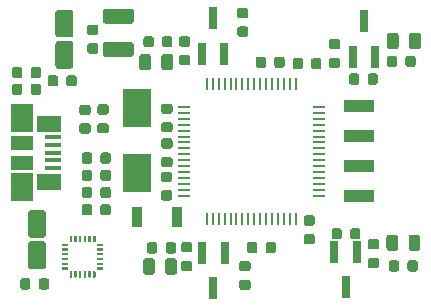
<source format=gbr>
G04 #@! TF.GenerationSoftware,KiCad,Pcbnew,(5.1.5)-3*
G04 #@! TF.CreationDate,2020-04-17T11:23:27-04:00*
G04 #@! TF.ProjectId,STM32_SMD_Quadcopter,53544d33-325f-4534-9d44-5f5175616463,rev?*
G04 #@! TF.SameCoordinates,PX2daf690PY1aab7d8*
G04 #@! TF.FileFunction,Paste,Top*
G04 #@! TF.FilePolarity,Positive*
%FSLAX46Y46*%
G04 Gerber Fmt 4.6, Leading zero omitted, Abs format (unit mm)*
G04 Created by KiCad (PCBNEW (5.1.5)-3) date 2020-04-17 11:23:27*
%MOMM*%
%LPD*%
G04 APERTURE LIST*
%ADD10R,2.500000X1.000000*%
%ADD11C,0.100000*%
%ADD12R,2.400000X3.325000*%
%ADD13R,1.900000X1.175000*%
%ADD14R,1.900000X2.375000*%
%ADD15R,2.100000X1.475000*%
%ADD16R,1.380000X0.450000*%
%ADD17R,0.800000X1.900000*%
%ADD18R,1.000000X0.250000*%
%ADD19R,0.250000X1.000000*%
%ADD20R,0.900000X1.700000*%
G04 APERTURE END LIST*
D10*
X30060400Y-16383000D03*
X30060400Y-13843000D03*
X30060400Y-11303000D03*
X30060400Y-8763000D03*
D11*
G36*
X2018091Y-23325853D02*
G01*
X2039326Y-23329003D01*
X2060150Y-23334219D01*
X2080362Y-23341451D01*
X2099768Y-23350630D01*
X2118181Y-23361666D01*
X2135424Y-23374454D01*
X2151330Y-23388870D01*
X2165746Y-23404776D01*
X2178534Y-23422019D01*
X2189570Y-23440432D01*
X2198749Y-23459838D01*
X2205981Y-23480050D01*
X2211197Y-23500874D01*
X2214347Y-23522109D01*
X2215400Y-23543550D01*
X2215400Y-24056050D01*
X2214347Y-24077491D01*
X2211197Y-24098726D01*
X2205981Y-24119550D01*
X2198749Y-24139762D01*
X2189570Y-24159168D01*
X2178534Y-24177581D01*
X2165746Y-24194824D01*
X2151330Y-24210730D01*
X2135424Y-24225146D01*
X2118181Y-24237934D01*
X2099768Y-24248970D01*
X2080362Y-24258149D01*
X2060150Y-24265381D01*
X2039326Y-24270597D01*
X2018091Y-24273747D01*
X1996650Y-24274800D01*
X1559150Y-24274800D01*
X1537709Y-24273747D01*
X1516474Y-24270597D01*
X1495650Y-24265381D01*
X1475438Y-24258149D01*
X1456032Y-24248970D01*
X1437619Y-24237934D01*
X1420376Y-24225146D01*
X1404470Y-24210730D01*
X1390054Y-24194824D01*
X1377266Y-24177581D01*
X1366230Y-24159168D01*
X1357051Y-24139762D01*
X1349819Y-24119550D01*
X1344603Y-24098726D01*
X1341453Y-24077491D01*
X1340400Y-24056050D01*
X1340400Y-23543550D01*
X1341453Y-23522109D01*
X1344603Y-23500874D01*
X1349819Y-23480050D01*
X1357051Y-23459838D01*
X1366230Y-23440432D01*
X1377266Y-23422019D01*
X1390054Y-23404776D01*
X1404470Y-23388870D01*
X1420376Y-23374454D01*
X1437619Y-23361666D01*
X1456032Y-23350630D01*
X1475438Y-23341451D01*
X1495650Y-23334219D01*
X1516474Y-23329003D01*
X1537709Y-23325853D01*
X1559150Y-23324800D01*
X1996650Y-23324800D01*
X2018091Y-23325853D01*
G37*
G36*
X3593091Y-23325853D02*
G01*
X3614326Y-23329003D01*
X3635150Y-23334219D01*
X3655362Y-23341451D01*
X3674768Y-23350630D01*
X3693181Y-23361666D01*
X3710424Y-23374454D01*
X3726330Y-23388870D01*
X3740746Y-23404776D01*
X3753534Y-23422019D01*
X3764570Y-23440432D01*
X3773749Y-23459838D01*
X3780981Y-23480050D01*
X3786197Y-23500874D01*
X3789347Y-23522109D01*
X3790400Y-23543550D01*
X3790400Y-24056050D01*
X3789347Y-24077491D01*
X3786197Y-24098726D01*
X3780981Y-24119550D01*
X3773749Y-24139762D01*
X3764570Y-24159168D01*
X3753534Y-24177581D01*
X3740746Y-24194824D01*
X3726330Y-24210730D01*
X3710424Y-24225146D01*
X3693181Y-24237934D01*
X3674768Y-24248970D01*
X3655362Y-24258149D01*
X3635150Y-24265381D01*
X3614326Y-24270597D01*
X3593091Y-24273747D01*
X3571650Y-24274800D01*
X3134150Y-24274800D01*
X3112709Y-24273747D01*
X3091474Y-24270597D01*
X3070650Y-24265381D01*
X3050438Y-24258149D01*
X3031032Y-24248970D01*
X3012619Y-24237934D01*
X2995376Y-24225146D01*
X2979470Y-24210730D01*
X2965054Y-24194824D01*
X2952266Y-24177581D01*
X2941230Y-24159168D01*
X2932051Y-24139762D01*
X2924819Y-24119550D01*
X2919603Y-24098726D01*
X2916453Y-24077491D01*
X2915400Y-24056050D01*
X2915400Y-23543550D01*
X2916453Y-23522109D01*
X2919603Y-23500874D01*
X2924819Y-23480050D01*
X2932051Y-23459838D01*
X2941230Y-23440432D01*
X2952266Y-23422019D01*
X2965054Y-23404776D01*
X2979470Y-23388870D01*
X2995376Y-23374454D01*
X3012619Y-23361666D01*
X3031032Y-23350630D01*
X3050438Y-23341451D01*
X3070650Y-23334219D01*
X3091474Y-23329003D01*
X3112709Y-23325853D01*
X3134150Y-23324800D01*
X3571650Y-23324800D01*
X3593091Y-23325853D01*
G37*
D12*
X11226800Y-8921500D03*
X11226800Y-14446500D03*
D13*
X1454300Y-13540000D03*
X1454300Y-11860000D03*
D14*
X1454300Y-15610000D03*
X1454300Y-9790000D03*
D15*
X3754300Y-15162500D03*
X3754300Y-10237500D03*
D16*
X4114300Y-14000000D03*
X4114300Y-13350000D03*
X4114300Y-12700000D03*
X4114300Y-12050000D03*
X4114300Y-11400000D03*
D11*
G36*
X33112142Y-19621174D02*
G01*
X33135803Y-19624684D01*
X33159007Y-19630496D01*
X33181529Y-19638554D01*
X33203153Y-19648782D01*
X33223670Y-19661079D01*
X33242883Y-19675329D01*
X33260607Y-19691393D01*
X33276671Y-19709117D01*
X33290921Y-19728330D01*
X33303218Y-19748847D01*
X33313446Y-19770471D01*
X33321504Y-19792993D01*
X33327316Y-19816197D01*
X33330826Y-19839858D01*
X33332000Y-19863750D01*
X33332000Y-20776250D01*
X33330826Y-20800142D01*
X33327316Y-20823803D01*
X33321504Y-20847007D01*
X33313446Y-20869529D01*
X33303218Y-20891153D01*
X33290921Y-20911670D01*
X33276671Y-20930883D01*
X33260607Y-20948607D01*
X33242883Y-20964671D01*
X33223670Y-20978921D01*
X33203153Y-20991218D01*
X33181529Y-21001446D01*
X33159007Y-21009504D01*
X33135803Y-21015316D01*
X33112142Y-21018826D01*
X33088250Y-21020000D01*
X32600750Y-21020000D01*
X32576858Y-21018826D01*
X32553197Y-21015316D01*
X32529993Y-21009504D01*
X32507471Y-21001446D01*
X32485847Y-20991218D01*
X32465330Y-20978921D01*
X32446117Y-20964671D01*
X32428393Y-20948607D01*
X32412329Y-20930883D01*
X32398079Y-20911670D01*
X32385782Y-20891153D01*
X32375554Y-20869529D01*
X32367496Y-20847007D01*
X32361684Y-20823803D01*
X32358174Y-20800142D01*
X32357000Y-20776250D01*
X32357000Y-19863750D01*
X32358174Y-19839858D01*
X32361684Y-19816197D01*
X32367496Y-19792993D01*
X32375554Y-19770471D01*
X32385782Y-19748847D01*
X32398079Y-19728330D01*
X32412329Y-19709117D01*
X32428393Y-19691393D01*
X32446117Y-19675329D01*
X32465330Y-19661079D01*
X32485847Y-19648782D01*
X32507471Y-19638554D01*
X32529993Y-19630496D01*
X32553197Y-19624684D01*
X32576858Y-19621174D01*
X32600750Y-19620000D01*
X33088250Y-19620000D01*
X33112142Y-19621174D01*
G37*
G36*
X34987142Y-19621174D02*
G01*
X35010803Y-19624684D01*
X35034007Y-19630496D01*
X35056529Y-19638554D01*
X35078153Y-19648782D01*
X35098670Y-19661079D01*
X35117883Y-19675329D01*
X35135607Y-19691393D01*
X35151671Y-19709117D01*
X35165921Y-19728330D01*
X35178218Y-19748847D01*
X35188446Y-19770471D01*
X35196504Y-19792993D01*
X35202316Y-19816197D01*
X35205826Y-19839858D01*
X35207000Y-19863750D01*
X35207000Y-20776250D01*
X35205826Y-20800142D01*
X35202316Y-20823803D01*
X35196504Y-20847007D01*
X35188446Y-20869529D01*
X35178218Y-20891153D01*
X35165921Y-20911670D01*
X35151671Y-20930883D01*
X35135607Y-20948607D01*
X35117883Y-20964671D01*
X35098670Y-20978921D01*
X35078153Y-20991218D01*
X35056529Y-21001446D01*
X35034007Y-21009504D01*
X35010803Y-21015316D01*
X34987142Y-21018826D01*
X34963250Y-21020000D01*
X34475750Y-21020000D01*
X34451858Y-21018826D01*
X34428197Y-21015316D01*
X34404993Y-21009504D01*
X34382471Y-21001446D01*
X34360847Y-20991218D01*
X34340330Y-20978921D01*
X34321117Y-20964671D01*
X34303393Y-20948607D01*
X34287329Y-20930883D01*
X34273079Y-20911670D01*
X34260782Y-20891153D01*
X34250554Y-20869529D01*
X34242496Y-20847007D01*
X34236684Y-20823803D01*
X34233174Y-20800142D01*
X34232000Y-20776250D01*
X34232000Y-19863750D01*
X34233174Y-19839858D01*
X34236684Y-19816197D01*
X34242496Y-19792993D01*
X34250554Y-19770471D01*
X34260782Y-19748847D01*
X34273079Y-19728330D01*
X34287329Y-19709117D01*
X34303393Y-19691393D01*
X34321117Y-19675329D01*
X34340330Y-19661079D01*
X34360847Y-19648782D01*
X34382471Y-19638554D01*
X34404993Y-19630496D01*
X34428197Y-19624684D01*
X34451858Y-19621174D01*
X34475750Y-19620000D01*
X34963250Y-19620000D01*
X34987142Y-19621174D01*
G37*
D17*
X29840000Y-21082000D03*
X27940000Y-21082000D03*
X28890000Y-24082000D03*
D11*
G36*
X34631891Y-4479053D02*
G01*
X34653126Y-4482203D01*
X34673950Y-4487419D01*
X34694162Y-4494651D01*
X34713568Y-4503830D01*
X34731981Y-4514866D01*
X34749224Y-4527654D01*
X34765130Y-4542070D01*
X34779546Y-4557976D01*
X34792334Y-4575219D01*
X34803370Y-4593632D01*
X34812549Y-4613038D01*
X34819781Y-4633250D01*
X34824997Y-4654074D01*
X34828147Y-4675309D01*
X34829200Y-4696750D01*
X34829200Y-5209250D01*
X34828147Y-5230691D01*
X34824997Y-5251926D01*
X34819781Y-5272750D01*
X34812549Y-5292962D01*
X34803370Y-5312368D01*
X34792334Y-5330781D01*
X34779546Y-5348024D01*
X34765130Y-5363930D01*
X34749224Y-5378346D01*
X34731981Y-5391134D01*
X34713568Y-5402170D01*
X34694162Y-5411349D01*
X34673950Y-5418581D01*
X34653126Y-5423797D01*
X34631891Y-5426947D01*
X34610450Y-5428000D01*
X34172950Y-5428000D01*
X34151509Y-5426947D01*
X34130274Y-5423797D01*
X34109450Y-5418581D01*
X34089238Y-5411349D01*
X34069832Y-5402170D01*
X34051419Y-5391134D01*
X34034176Y-5378346D01*
X34018270Y-5363930D01*
X34003854Y-5348024D01*
X33991066Y-5330781D01*
X33980030Y-5312368D01*
X33970851Y-5292962D01*
X33963619Y-5272750D01*
X33958403Y-5251926D01*
X33955253Y-5230691D01*
X33954200Y-5209250D01*
X33954200Y-4696750D01*
X33955253Y-4675309D01*
X33958403Y-4654074D01*
X33963619Y-4633250D01*
X33970851Y-4613038D01*
X33980030Y-4593632D01*
X33991066Y-4575219D01*
X34003854Y-4557976D01*
X34018270Y-4542070D01*
X34034176Y-4527654D01*
X34051419Y-4514866D01*
X34069832Y-4503830D01*
X34089238Y-4494651D01*
X34109450Y-4487419D01*
X34130274Y-4482203D01*
X34151509Y-4479053D01*
X34172950Y-4478000D01*
X34610450Y-4478000D01*
X34631891Y-4479053D01*
G37*
G36*
X33056891Y-4479053D02*
G01*
X33078126Y-4482203D01*
X33098950Y-4487419D01*
X33119162Y-4494651D01*
X33138568Y-4503830D01*
X33156981Y-4514866D01*
X33174224Y-4527654D01*
X33190130Y-4542070D01*
X33204546Y-4557976D01*
X33217334Y-4575219D01*
X33228370Y-4593632D01*
X33237549Y-4613038D01*
X33244781Y-4633250D01*
X33249997Y-4654074D01*
X33253147Y-4675309D01*
X33254200Y-4696750D01*
X33254200Y-5209250D01*
X33253147Y-5230691D01*
X33249997Y-5251926D01*
X33244781Y-5272750D01*
X33237549Y-5292962D01*
X33228370Y-5312368D01*
X33217334Y-5330781D01*
X33204546Y-5348024D01*
X33190130Y-5363930D01*
X33174224Y-5378346D01*
X33156981Y-5391134D01*
X33138568Y-5402170D01*
X33119162Y-5411349D01*
X33098950Y-5418581D01*
X33078126Y-5423797D01*
X33056891Y-5426947D01*
X33035450Y-5428000D01*
X32597950Y-5428000D01*
X32576509Y-5426947D01*
X32555274Y-5423797D01*
X32534450Y-5418581D01*
X32514238Y-5411349D01*
X32494832Y-5402170D01*
X32476419Y-5391134D01*
X32459176Y-5378346D01*
X32443270Y-5363930D01*
X32428854Y-5348024D01*
X32416066Y-5330781D01*
X32405030Y-5312368D01*
X32395851Y-5292962D01*
X32388619Y-5272750D01*
X32383403Y-5251926D01*
X32380253Y-5230691D01*
X32379200Y-5209250D01*
X32379200Y-4696750D01*
X32380253Y-4675309D01*
X32383403Y-4654074D01*
X32388619Y-4633250D01*
X32395851Y-4613038D01*
X32405030Y-4593632D01*
X32416066Y-4575219D01*
X32428854Y-4557976D01*
X32443270Y-4542070D01*
X32459176Y-4527654D01*
X32476419Y-4514866D01*
X32494832Y-4503830D01*
X32514238Y-4494651D01*
X32534450Y-4487419D01*
X32555274Y-4482203D01*
X32576509Y-4479053D01*
X32597950Y-4478000D01*
X33035450Y-4478000D01*
X33056891Y-4479053D01*
G37*
G36*
X35037942Y-2526974D02*
G01*
X35061603Y-2530484D01*
X35084807Y-2536296D01*
X35107329Y-2544354D01*
X35128953Y-2554582D01*
X35149470Y-2566879D01*
X35168683Y-2581129D01*
X35186407Y-2597193D01*
X35202471Y-2614917D01*
X35216721Y-2634130D01*
X35229018Y-2654647D01*
X35239246Y-2676271D01*
X35247304Y-2698793D01*
X35253116Y-2721997D01*
X35256626Y-2745658D01*
X35257800Y-2769550D01*
X35257800Y-3682050D01*
X35256626Y-3705942D01*
X35253116Y-3729603D01*
X35247304Y-3752807D01*
X35239246Y-3775329D01*
X35229018Y-3796953D01*
X35216721Y-3817470D01*
X35202471Y-3836683D01*
X35186407Y-3854407D01*
X35168683Y-3870471D01*
X35149470Y-3884721D01*
X35128953Y-3897018D01*
X35107329Y-3907246D01*
X35084807Y-3915304D01*
X35061603Y-3921116D01*
X35037942Y-3924626D01*
X35014050Y-3925800D01*
X34526550Y-3925800D01*
X34502658Y-3924626D01*
X34478997Y-3921116D01*
X34455793Y-3915304D01*
X34433271Y-3907246D01*
X34411647Y-3897018D01*
X34391130Y-3884721D01*
X34371917Y-3870471D01*
X34354193Y-3854407D01*
X34338129Y-3836683D01*
X34323879Y-3817470D01*
X34311582Y-3796953D01*
X34301354Y-3775329D01*
X34293296Y-3752807D01*
X34287484Y-3729603D01*
X34283974Y-3705942D01*
X34282800Y-3682050D01*
X34282800Y-2769550D01*
X34283974Y-2745658D01*
X34287484Y-2721997D01*
X34293296Y-2698793D01*
X34301354Y-2676271D01*
X34311582Y-2654647D01*
X34323879Y-2634130D01*
X34338129Y-2614917D01*
X34354193Y-2597193D01*
X34371917Y-2581129D01*
X34391130Y-2566879D01*
X34411647Y-2554582D01*
X34433271Y-2544354D01*
X34455793Y-2536296D01*
X34478997Y-2530484D01*
X34502658Y-2526974D01*
X34526550Y-2525800D01*
X35014050Y-2525800D01*
X35037942Y-2526974D01*
G37*
G36*
X33162942Y-2526974D02*
G01*
X33186603Y-2530484D01*
X33209807Y-2536296D01*
X33232329Y-2544354D01*
X33253953Y-2554582D01*
X33274470Y-2566879D01*
X33293683Y-2581129D01*
X33311407Y-2597193D01*
X33327471Y-2614917D01*
X33341721Y-2634130D01*
X33354018Y-2654647D01*
X33364246Y-2676271D01*
X33372304Y-2698793D01*
X33378116Y-2721997D01*
X33381626Y-2745658D01*
X33382800Y-2769550D01*
X33382800Y-3682050D01*
X33381626Y-3705942D01*
X33378116Y-3729603D01*
X33372304Y-3752807D01*
X33364246Y-3775329D01*
X33354018Y-3796953D01*
X33341721Y-3817470D01*
X33327471Y-3836683D01*
X33311407Y-3854407D01*
X33293683Y-3870471D01*
X33274470Y-3884721D01*
X33253953Y-3897018D01*
X33232329Y-3907246D01*
X33209807Y-3915304D01*
X33186603Y-3921116D01*
X33162942Y-3924626D01*
X33139050Y-3925800D01*
X32651550Y-3925800D01*
X32627658Y-3924626D01*
X32603997Y-3921116D01*
X32580793Y-3915304D01*
X32558271Y-3907246D01*
X32536647Y-3897018D01*
X32516130Y-3884721D01*
X32496917Y-3870471D01*
X32479193Y-3854407D01*
X32463129Y-3836683D01*
X32448879Y-3817470D01*
X32436582Y-3796953D01*
X32426354Y-3775329D01*
X32418296Y-3752807D01*
X32412484Y-3729603D01*
X32408974Y-3705942D01*
X32407800Y-3682050D01*
X32407800Y-2769550D01*
X32408974Y-2745658D01*
X32412484Y-2721997D01*
X32418296Y-2698793D01*
X32426354Y-2676271D01*
X32436582Y-2654647D01*
X32448879Y-2634130D01*
X32463129Y-2614917D01*
X32479193Y-2597193D01*
X32496917Y-2581129D01*
X32516130Y-2566879D01*
X32536647Y-2554582D01*
X32558271Y-2544354D01*
X32580793Y-2536296D01*
X32603997Y-2530484D01*
X32627658Y-2526974D01*
X32651550Y-2525800D01*
X33139050Y-2525800D01*
X33162942Y-2526974D01*
G37*
G36*
X5349901Y-20387241D02*
G01*
X5354755Y-20387961D01*
X5359514Y-20389153D01*
X5364134Y-20390806D01*
X5368570Y-20392904D01*
X5372779Y-20395427D01*
X5376720Y-20398349D01*
X5380355Y-20401645D01*
X5383651Y-20405280D01*
X5386573Y-20409221D01*
X5389096Y-20413430D01*
X5391194Y-20417866D01*
X5392847Y-20422486D01*
X5394039Y-20427245D01*
X5394759Y-20432099D01*
X5395000Y-20437000D01*
X5395000Y-20537000D01*
X5394759Y-20541901D01*
X5394039Y-20546755D01*
X5392847Y-20551514D01*
X5391194Y-20556134D01*
X5389096Y-20560570D01*
X5386573Y-20564779D01*
X5383651Y-20568720D01*
X5380355Y-20572355D01*
X5376720Y-20575651D01*
X5372779Y-20578573D01*
X5368570Y-20581096D01*
X5364134Y-20583194D01*
X5359514Y-20584847D01*
X5354755Y-20586039D01*
X5349901Y-20586759D01*
X5345000Y-20587000D01*
X4895000Y-20587000D01*
X4890099Y-20586759D01*
X4885245Y-20586039D01*
X4880486Y-20584847D01*
X4875866Y-20583194D01*
X4871430Y-20581096D01*
X4867221Y-20578573D01*
X4863280Y-20575651D01*
X4859645Y-20572355D01*
X4856349Y-20568720D01*
X4853427Y-20564779D01*
X4850904Y-20560570D01*
X4848806Y-20556134D01*
X4847153Y-20551514D01*
X4845961Y-20546755D01*
X4845241Y-20541901D01*
X4845000Y-20537000D01*
X4845000Y-20437000D01*
X4845241Y-20432099D01*
X4845961Y-20427245D01*
X4847153Y-20422486D01*
X4848806Y-20417866D01*
X4850904Y-20413430D01*
X4853427Y-20409221D01*
X4856349Y-20405280D01*
X4859645Y-20401645D01*
X4863280Y-20398349D01*
X4867221Y-20395427D01*
X4871430Y-20392904D01*
X4875866Y-20390806D01*
X4880486Y-20389153D01*
X4885245Y-20387961D01*
X4890099Y-20387241D01*
X4895000Y-20387000D01*
X5345000Y-20387000D01*
X5349901Y-20387241D01*
G37*
G36*
X5349901Y-20787241D02*
G01*
X5354755Y-20787961D01*
X5359514Y-20789153D01*
X5364134Y-20790806D01*
X5368570Y-20792904D01*
X5372779Y-20795427D01*
X5376720Y-20798349D01*
X5380355Y-20801645D01*
X5383651Y-20805280D01*
X5386573Y-20809221D01*
X5389096Y-20813430D01*
X5391194Y-20817866D01*
X5392847Y-20822486D01*
X5394039Y-20827245D01*
X5394759Y-20832099D01*
X5395000Y-20837000D01*
X5395000Y-20937000D01*
X5394759Y-20941901D01*
X5394039Y-20946755D01*
X5392847Y-20951514D01*
X5391194Y-20956134D01*
X5389096Y-20960570D01*
X5386573Y-20964779D01*
X5383651Y-20968720D01*
X5380355Y-20972355D01*
X5376720Y-20975651D01*
X5372779Y-20978573D01*
X5368570Y-20981096D01*
X5364134Y-20983194D01*
X5359514Y-20984847D01*
X5354755Y-20986039D01*
X5349901Y-20986759D01*
X5345000Y-20987000D01*
X4895000Y-20987000D01*
X4890099Y-20986759D01*
X4885245Y-20986039D01*
X4880486Y-20984847D01*
X4875866Y-20983194D01*
X4871430Y-20981096D01*
X4867221Y-20978573D01*
X4863280Y-20975651D01*
X4859645Y-20972355D01*
X4856349Y-20968720D01*
X4853427Y-20964779D01*
X4850904Y-20960570D01*
X4848806Y-20956134D01*
X4847153Y-20951514D01*
X4845961Y-20946755D01*
X4845241Y-20941901D01*
X4845000Y-20937000D01*
X4845000Y-20837000D01*
X4845241Y-20832099D01*
X4845961Y-20827245D01*
X4847153Y-20822486D01*
X4848806Y-20817866D01*
X4850904Y-20813430D01*
X4853427Y-20809221D01*
X4856349Y-20805280D01*
X4859645Y-20801645D01*
X4863280Y-20798349D01*
X4867221Y-20795427D01*
X4871430Y-20792904D01*
X4875866Y-20790806D01*
X4880486Y-20789153D01*
X4885245Y-20787961D01*
X4890099Y-20787241D01*
X4895000Y-20787000D01*
X5345000Y-20787000D01*
X5349901Y-20787241D01*
G37*
G36*
X5349901Y-21187241D02*
G01*
X5354755Y-21187961D01*
X5359514Y-21189153D01*
X5364134Y-21190806D01*
X5368570Y-21192904D01*
X5372779Y-21195427D01*
X5376720Y-21198349D01*
X5380355Y-21201645D01*
X5383651Y-21205280D01*
X5386573Y-21209221D01*
X5389096Y-21213430D01*
X5391194Y-21217866D01*
X5392847Y-21222486D01*
X5394039Y-21227245D01*
X5394759Y-21232099D01*
X5395000Y-21237000D01*
X5395000Y-21337000D01*
X5394759Y-21341901D01*
X5394039Y-21346755D01*
X5392847Y-21351514D01*
X5391194Y-21356134D01*
X5389096Y-21360570D01*
X5386573Y-21364779D01*
X5383651Y-21368720D01*
X5380355Y-21372355D01*
X5376720Y-21375651D01*
X5372779Y-21378573D01*
X5368570Y-21381096D01*
X5364134Y-21383194D01*
X5359514Y-21384847D01*
X5354755Y-21386039D01*
X5349901Y-21386759D01*
X5345000Y-21387000D01*
X4895000Y-21387000D01*
X4890099Y-21386759D01*
X4885245Y-21386039D01*
X4880486Y-21384847D01*
X4875866Y-21383194D01*
X4871430Y-21381096D01*
X4867221Y-21378573D01*
X4863280Y-21375651D01*
X4859645Y-21372355D01*
X4856349Y-21368720D01*
X4853427Y-21364779D01*
X4850904Y-21360570D01*
X4848806Y-21356134D01*
X4847153Y-21351514D01*
X4845961Y-21346755D01*
X4845241Y-21341901D01*
X4845000Y-21337000D01*
X4845000Y-21237000D01*
X4845241Y-21232099D01*
X4845961Y-21227245D01*
X4847153Y-21222486D01*
X4848806Y-21217866D01*
X4850904Y-21213430D01*
X4853427Y-21209221D01*
X4856349Y-21205280D01*
X4859645Y-21201645D01*
X4863280Y-21198349D01*
X4867221Y-21195427D01*
X4871430Y-21192904D01*
X4875866Y-21190806D01*
X4880486Y-21189153D01*
X4885245Y-21187961D01*
X4890099Y-21187241D01*
X4895000Y-21187000D01*
X5345000Y-21187000D01*
X5349901Y-21187241D01*
G37*
G36*
X5349901Y-21587241D02*
G01*
X5354755Y-21587961D01*
X5359514Y-21589153D01*
X5364134Y-21590806D01*
X5368570Y-21592904D01*
X5372779Y-21595427D01*
X5376720Y-21598349D01*
X5380355Y-21601645D01*
X5383651Y-21605280D01*
X5386573Y-21609221D01*
X5389096Y-21613430D01*
X5391194Y-21617866D01*
X5392847Y-21622486D01*
X5394039Y-21627245D01*
X5394759Y-21632099D01*
X5395000Y-21637000D01*
X5395000Y-21737000D01*
X5394759Y-21741901D01*
X5394039Y-21746755D01*
X5392847Y-21751514D01*
X5391194Y-21756134D01*
X5389096Y-21760570D01*
X5386573Y-21764779D01*
X5383651Y-21768720D01*
X5380355Y-21772355D01*
X5376720Y-21775651D01*
X5372779Y-21778573D01*
X5368570Y-21781096D01*
X5364134Y-21783194D01*
X5359514Y-21784847D01*
X5354755Y-21786039D01*
X5349901Y-21786759D01*
X5345000Y-21787000D01*
X4895000Y-21787000D01*
X4890099Y-21786759D01*
X4885245Y-21786039D01*
X4880486Y-21784847D01*
X4875866Y-21783194D01*
X4871430Y-21781096D01*
X4867221Y-21778573D01*
X4863280Y-21775651D01*
X4859645Y-21772355D01*
X4856349Y-21768720D01*
X4853427Y-21764779D01*
X4850904Y-21760570D01*
X4848806Y-21756134D01*
X4847153Y-21751514D01*
X4845961Y-21746755D01*
X4845241Y-21741901D01*
X4845000Y-21737000D01*
X4845000Y-21637000D01*
X4845241Y-21632099D01*
X4845961Y-21627245D01*
X4847153Y-21622486D01*
X4848806Y-21617866D01*
X4850904Y-21613430D01*
X4853427Y-21609221D01*
X4856349Y-21605280D01*
X4859645Y-21601645D01*
X4863280Y-21598349D01*
X4867221Y-21595427D01*
X4871430Y-21592904D01*
X4875866Y-21590806D01*
X4880486Y-21589153D01*
X4885245Y-21587961D01*
X4890099Y-21587241D01*
X4895000Y-21587000D01*
X5345000Y-21587000D01*
X5349901Y-21587241D01*
G37*
G36*
X5349901Y-21987241D02*
G01*
X5354755Y-21987961D01*
X5359514Y-21989153D01*
X5364134Y-21990806D01*
X5368570Y-21992904D01*
X5372779Y-21995427D01*
X5376720Y-21998349D01*
X5380355Y-22001645D01*
X5383651Y-22005280D01*
X5386573Y-22009221D01*
X5389096Y-22013430D01*
X5391194Y-22017866D01*
X5392847Y-22022486D01*
X5394039Y-22027245D01*
X5394759Y-22032099D01*
X5395000Y-22037000D01*
X5395000Y-22137000D01*
X5394759Y-22141901D01*
X5394039Y-22146755D01*
X5392847Y-22151514D01*
X5391194Y-22156134D01*
X5389096Y-22160570D01*
X5386573Y-22164779D01*
X5383651Y-22168720D01*
X5380355Y-22172355D01*
X5376720Y-22175651D01*
X5372779Y-22178573D01*
X5368570Y-22181096D01*
X5364134Y-22183194D01*
X5359514Y-22184847D01*
X5354755Y-22186039D01*
X5349901Y-22186759D01*
X5345000Y-22187000D01*
X4895000Y-22187000D01*
X4890099Y-22186759D01*
X4885245Y-22186039D01*
X4880486Y-22184847D01*
X4875866Y-22183194D01*
X4871430Y-22181096D01*
X4867221Y-22178573D01*
X4863280Y-22175651D01*
X4859645Y-22172355D01*
X4856349Y-22168720D01*
X4853427Y-22164779D01*
X4850904Y-22160570D01*
X4848806Y-22156134D01*
X4847153Y-22151514D01*
X4845961Y-22146755D01*
X4845241Y-22141901D01*
X4845000Y-22137000D01*
X4845000Y-22037000D01*
X4845241Y-22032099D01*
X4845961Y-22027245D01*
X4847153Y-22022486D01*
X4848806Y-22017866D01*
X4850904Y-22013430D01*
X4853427Y-22009221D01*
X4856349Y-22005280D01*
X4859645Y-22001645D01*
X4863280Y-21998349D01*
X4867221Y-21995427D01*
X4871430Y-21992904D01*
X4875866Y-21990806D01*
X4880486Y-21989153D01*
X4885245Y-21987961D01*
X4890099Y-21987241D01*
X4895000Y-21987000D01*
X5345000Y-21987000D01*
X5349901Y-21987241D01*
G37*
G36*
X5349901Y-22387241D02*
G01*
X5354755Y-22387961D01*
X5359514Y-22389153D01*
X5364134Y-22390806D01*
X5368570Y-22392904D01*
X5372779Y-22395427D01*
X5376720Y-22398349D01*
X5380355Y-22401645D01*
X5383651Y-22405280D01*
X5386573Y-22409221D01*
X5389096Y-22413430D01*
X5391194Y-22417866D01*
X5392847Y-22422486D01*
X5394039Y-22427245D01*
X5394759Y-22432099D01*
X5395000Y-22437000D01*
X5395000Y-22537000D01*
X5394759Y-22541901D01*
X5394039Y-22546755D01*
X5392847Y-22551514D01*
X5391194Y-22556134D01*
X5389096Y-22560570D01*
X5386573Y-22564779D01*
X5383651Y-22568720D01*
X5380355Y-22572355D01*
X5376720Y-22575651D01*
X5372779Y-22578573D01*
X5368570Y-22581096D01*
X5364134Y-22583194D01*
X5359514Y-22584847D01*
X5354755Y-22586039D01*
X5349901Y-22586759D01*
X5345000Y-22587000D01*
X4895000Y-22587000D01*
X4890099Y-22586759D01*
X4885245Y-22586039D01*
X4880486Y-22584847D01*
X4875866Y-22583194D01*
X4871430Y-22581096D01*
X4867221Y-22578573D01*
X4863280Y-22575651D01*
X4859645Y-22572355D01*
X4856349Y-22568720D01*
X4853427Y-22564779D01*
X4850904Y-22560570D01*
X4848806Y-22556134D01*
X4847153Y-22551514D01*
X4845961Y-22546755D01*
X4845241Y-22541901D01*
X4845000Y-22537000D01*
X4845000Y-22437000D01*
X4845241Y-22432099D01*
X4845961Y-22427245D01*
X4847153Y-22422486D01*
X4848806Y-22417866D01*
X4850904Y-22413430D01*
X4853427Y-22409221D01*
X4856349Y-22405280D01*
X4859645Y-22401645D01*
X4863280Y-22398349D01*
X4867221Y-22395427D01*
X4871430Y-22392904D01*
X4875866Y-22390806D01*
X4880486Y-22389153D01*
X4885245Y-22387961D01*
X4890099Y-22387241D01*
X4895000Y-22387000D01*
X5345000Y-22387000D01*
X5349901Y-22387241D01*
G37*
G36*
X5674901Y-22712241D02*
G01*
X5679755Y-22712961D01*
X5684514Y-22714153D01*
X5689134Y-22715806D01*
X5693570Y-22717904D01*
X5697779Y-22720427D01*
X5701720Y-22723349D01*
X5705355Y-22726645D01*
X5708651Y-22730280D01*
X5711573Y-22734221D01*
X5714096Y-22738430D01*
X5716194Y-22742866D01*
X5717847Y-22747486D01*
X5719039Y-22752245D01*
X5719759Y-22757099D01*
X5720000Y-22762000D01*
X5720000Y-23212000D01*
X5719759Y-23216901D01*
X5719039Y-23221755D01*
X5717847Y-23226514D01*
X5716194Y-23231134D01*
X5714096Y-23235570D01*
X5711573Y-23239779D01*
X5708651Y-23243720D01*
X5705355Y-23247355D01*
X5701720Y-23250651D01*
X5697779Y-23253573D01*
X5693570Y-23256096D01*
X5689134Y-23258194D01*
X5684514Y-23259847D01*
X5679755Y-23261039D01*
X5674901Y-23261759D01*
X5670000Y-23262000D01*
X5570000Y-23262000D01*
X5565099Y-23261759D01*
X5560245Y-23261039D01*
X5555486Y-23259847D01*
X5550866Y-23258194D01*
X5546430Y-23256096D01*
X5542221Y-23253573D01*
X5538280Y-23250651D01*
X5534645Y-23247355D01*
X5531349Y-23243720D01*
X5528427Y-23239779D01*
X5525904Y-23235570D01*
X5523806Y-23231134D01*
X5522153Y-23226514D01*
X5520961Y-23221755D01*
X5520241Y-23216901D01*
X5520000Y-23212000D01*
X5520000Y-22762000D01*
X5520241Y-22757099D01*
X5520961Y-22752245D01*
X5522153Y-22747486D01*
X5523806Y-22742866D01*
X5525904Y-22738430D01*
X5528427Y-22734221D01*
X5531349Y-22730280D01*
X5534645Y-22726645D01*
X5538280Y-22723349D01*
X5542221Y-22720427D01*
X5546430Y-22717904D01*
X5550866Y-22715806D01*
X5555486Y-22714153D01*
X5560245Y-22712961D01*
X5565099Y-22712241D01*
X5570000Y-22712000D01*
X5670000Y-22712000D01*
X5674901Y-22712241D01*
G37*
G36*
X6074901Y-22712241D02*
G01*
X6079755Y-22712961D01*
X6084514Y-22714153D01*
X6089134Y-22715806D01*
X6093570Y-22717904D01*
X6097779Y-22720427D01*
X6101720Y-22723349D01*
X6105355Y-22726645D01*
X6108651Y-22730280D01*
X6111573Y-22734221D01*
X6114096Y-22738430D01*
X6116194Y-22742866D01*
X6117847Y-22747486D01*
X6119039Y-22752245D01*
X6119759Y-22757099D01*
X6120000Y-22762000D01*
X6120000Y-23212000D01*
X6119759Y-23216901D01*
X6119039Y-23221755D01*
X6117847Y-23226514D01*
X6116194Y-23231134D01*
X6114096Y-23235570D01*
X6111573Y-23239779D01*
X6108651Y-23243720D01*
X6105355Y-23247355D01*
X6101720Y-23250651D01*
X6097779Y-23253573D01*
X6093570Y-23256096D01*
X6089134Y-23258194D01*
X6084514Y-23259847D01*
X6079755Y-23261039D01*
X6074901Y-23261759D01*
X6070000Y-23262000D01*
X5970000Y-23262000D01*
X5965099Y-23261759D01*
X5960245Y-23261039D01*
X5955486Y-23259847D01*
X5950866Y-23258194D01*
X5946430Y-23256096D01*
X5942221Y-23253573D01*
X5938280Y-23250651D01*
X5934645Y-23247355D01*
X5931349Y-23243720D01*
X5928427Y-23239779D01*
X5925904Y-23235570D01*
X5923806Y-23231134D01*
X5922153Y-23226514D01*
X5920961Y-23221755D01*
X5920241Y-23216901D01*
X5920000Y-23212000D01*
X5920000Y-22762000D01*
X5920241Y-22757099D01*
X5920961Y-22752245D01*
X5922153Y-22747486D01*
X5923806Y-22742866D01*
X5925904Y-22738430D01*
X5928427Y-22734221D01*
X5931349Y-22730280D01*
X5934645Y-22726645D01*
X5938280Y-22723349D01*
X5942221Y-22720427D01*
X5946430Y-22717904D01*
X5950866Y-22715806D01*
X5955486Y-22714153D01*
X5960245Y-22712961D01*
X5965099Y-22712241D01*
X5970000Y-22712000D01*
X6070000Y-22712000D01*
X6074901Y-22712241D01*
G37*
G36*
X6474901Y-22712241D02*
G01*
X6479755Y-22712961D01*
X6484514Y-22714153D01*
X6489134Y-22715806D01*
X6493570Y-22717904D01*
X6497779Y-22720427D01*
X6501720Y-22723349D01*
X6505355Y-22726645D01*
X6508651Y-22730280D01*
X6511573Y-22734221D01*
X6514096Y-22738430D01*
X6516194Y-22742866D01*
X6517847Y-22747486D01*
X6519039Y-22752245D01*
X6519759Y-22757099D01*
X6520000Y-22762000D01*
X6520000Y-23212000D01*
X6519759Y-23216901D01*
X6519039Y-23221755D01*
X6517847Y-23226514D01*
X6516194Y-23231134D01*
X6514096Y-23235570D01*
X6511573Y-23239779D01*
X6508651Y-23243720D01*
X6505355Y-23247355D01*
X6501720Y-23250651D01*
X6497779Y-23253573D01*
X6493570Y-23256096D01*
X6489134Y-23258194D01*
X6484514Y-23259847D01*
X6479755Y-23261039D01*
X6474901Y-23261759D01*
X6470000Y-23262000D01*
X6370000Y-23262000D01*
X6365099Y-23261759D01*
X6360245Y-23261039D01*
X6355486Y-23259847D01*
X6350866Y-23258194D01*
X6346430Y-23256096D01*
X6342221Y-23253573D01*
X6338280Y-23250651D01*
X6334645Y-23247355D01*
X6331349Y-23243720D01*
X6328427Y-23239779D01*
X6325904Y-23235570D01*
X6323806Y-23231134D01*
X6322153Y-23226514D01*
X6320961Y-23221755D01*
X6320241Y-23216901D01*
X6320000Y-23212000D01*
X6320000Y-22762000D01*
X6320241Y-22757099D01*
X6320961Y-22752245D01*
X6322153Y-22747486D01*
X6323806Y-22742866D01*
X6325904Y-22738430D01*
X6328427Y-22734221D01*
X6331349Y-22730280D01*
X6334645Y-22726645D01*
X6338280Y-22723349D01*
X6342221Y-22720427D01*
X6346430Y-22717904D01*
X6350866Y-22715806D01*
X6355486Y-22714153D01*
X6360245Y-22712961D01*
X6365099Y-22712241D01*
X6370000Y-22712000D01*
X6470000Y-22712000D01*
X6474901Y-22712241D01*
G37*
G36*
X6874901Y-22712241D02*
G01*
X6879755Y-22712961D01*
X6884514Y-22714153D01*
X6889134Y-22715806D01*
X6893570Y-22717904D01*
X6897779Y-22720427D01*
X6901720Y-22723349D01*
X6905355Y-22726645D01*
X6908651Y-22730280D01*
X6911573Y-22734221D01*
X6914096Y-22738430D01*
X6916194Y-22742866D01*
X6917847Y-22747486D01*
X6919039Y-22752245D01*
X6919759Y-22757099D01*
X6920000Y-22762000D01*
X6920000Y-23212000D01*
X6919759Y-23216901D01*
X6919039Y-23221755D01*
X6917847Y-23226514D01*
X6916194Y-23231134D01*
X6914096Y-23235570D01*
X6911573Y-23239779D01*
X6908651Y-23243720D01*
X6905355Y-23247355D01*
X6901720Y-23250651D01*
X6897779Y-23253573D01*
X6893570Y-23256096D01*
X6889134Y-23258194D01*
X6884514Y-23259847D01*
X6879755Y-23261039D01*
X6874901Y-23261759D01*
X6870000Y-23262000D01*
X6770000Y-23262000D01*
X6765099Y-23261759D01*
X6760245Y-23261039D01*
X6755486Y-23259847D01*
X6750866Y-23258194D01*
X6746430Y-23256096D01*
X6742221Y-23253573D01*
X6738280Y-23250651D01*
X6734645Y-23247355D01*
X6731349Y-23243720D01*
X6728427Y-23239779D01*
X6725904Y-23235570D01*
X6723806Y-23231134D01*
X6722153Y-23226514D01*
X6720961Y-23221755D01*
X6720241Y-23216901D01*
X6720000Y-23212000D01*
X6720000Y-22762000D01*
X6720241Y-22757099D01*
X6720961Y-22752245D01*
X6722153Y-22747486D01*
X6723806Y-22742866D01*
X6725904Y-22738430D01*
X6728427Y-22734221D01*
X6731349Y-22730280D01*
X6734645Y-22726645D01*
X6738280Y-22723349D01*
X6742221Y-22720427D01*
X6746430Y-22717904D01*
X6750866Y-22715806D01*
X6755486Y-22714153D01*
X6760245Y-22712961D01*
X6765099Y-22712241D01*
X6770000Y-22712000D01*
X6870000Y-22712000D01*
X6874901Y-22712241D01*
G37*
G36*
X7274901Y-22712241D02*
G01*
X7279755Y-22712961D01*
X7284514Y-22714153D01*
X7289134Y-22715806D01*
X7293570Y-22717904D01*
X7297779Y-22720427D01*
X7301720Y-22723349D01*
X7305355Y-22726645D01*
X7308651Y-22730280D01*
X7311573Y-22734221D01*
X7314096Y-22738430D01*
X7316194Y-22742866D01*
X7317847Y-22747486D01*
X7319039Y-22752245D01*
X7319759Y-22757099D01*
X7320000Y-22762000D01*
X7320000Y-23212000D01*
X7319759Y-23216901D01*
X7319039Y-23221755D01*
X7317847Y-23226514D01*
X7316194Y-23231134D01*
X7314096Y-23235570D01*
X7311573Y-23239779D01*
X7308651Y-23243720D01*
X7305355Y-23247355D01*
X7301720Y-23250651D01*
X7297779Y-23253573D01*
X7293570Y-23256096D01*
X7289134Y-23258194D01*
X7284514Y-23259847D01*
X7279755Y-23261039D01*
X7274901Y-23261759D01*
X7270000Y-23262000D01*
X7170000Y-23262000D01*
X7165099Y-23261759D01*
X7160245Y-23261039D01*
X7155486Y-23259847D01*
X7150866Y-23258194D01*
X7146430Y-23256096D01*
X7142221Y-23253573D01*
X7138280Y-23250651D01*
X7134645Y-23247355D01*
X7131349Y-23243720D01*
X7128427Y-23239779D01*
X7125904Y-23235570D01*
X7123806Y-23231134D01*
X7122153Y-23226514D01*
X7120961Y-23221755D01*
X7120241Y-23216901D01*
X7120000Y-23212000D01*
X7120000Y-22762000D01*
X7120241Y-22757099D01*
X7120961Y-22752245D01*
X7122153Y-22747486D01*
X7123806Y-22742866D01*
X7125904Y-22738430D01*
X7128427Y-22734221D01*
X7131349Y-22730280D01*
X7134645Y-22726645D01*
X7138280Y-22723349D01*
X7142221Y-22720427D01*
X7146430Y-22717904D01*
X7150866Y-22715806D01*
X7155486Y-22714153D01*
X7160245Y-22712961D01*
X7165099Y-22712241D01*
X7170000Y-22712000D01*
X7270000Y-22712000D01*
X7274901Y-22712241D01*
G37*
G36*
X7674901Y-22712241D02*
G01*
X7679755Y-22712961D01*
X7684514Y-22714153D01*
X7689134Y-22715806D01*
X7693570Y-22717904D01*
X7697779Y-22720427D01*
X7701720Y-22723349D01*
X7705355Y-22726645D01*
X7708651Y-22730280D01*
X7711573Y-22734221D01*
X7714096Y-22738430D01*
X7716194Y-22742866D01*
X7717847Y-22747486D01*
X7719039Y-22752245D01*
X7719759Y-22757099D01*
X7720000Y-22762000D01*
X7720000Y-23212000D01*
X7719759Y-23216901D01*
X7719039Y-23221755D01*
X7717847Y-23226514D01*
X7716194Y-23231134D01*
X7714096Y-23235570D01*
X7711573Y-23239779D01*
X7708651Y-23243720D01*
X7705355Y-23247355D01*
X7701720Y-23250651D01*
X7697779Y-23253573D01*
X7693570Y-23256096D01*
X7689134Y-23258194D01*
X7684514Y-23259847D01*
X7679755Y-23261039D01*
X7674901Y-23261759D01*
X7670000Y-23262000D01*
X7570000Y-23262000D01*
X7565099Y-23261759D01*
X7560245Y-23261039D01*
X7555486Y-23259847D01*
X7550866Y-23258194D01*
X7546430Y-23256096D01*
X7542221Y-23253573D01*
X7538280Y-23250651D01*
X7534645Y-23247355D01*
X7531349Y-23243720D01*
X7528427Y-23239779D01*
X7525904Y-23235570D01*
X7523806Y-23231134D01*
X7522153Y-23226514D01*
X7520961Y-23221755D01*
X7520241Y-23216901D01*
X7520000Y-23212000D01*
X7520000Y-22762000D01*
X7520241Y-22757099D01*
X7520961Y-22752245D01*
X7522153Y-22747486D01*
X7523806Y-22742866D01*
X7525904Y-22738430D01*
X7528427Y-22734221D01*
X7531349Y-22730280D01*
X7534645Y-22726645D01*
X7538280Y-22723349D01*
X7542221Y-22720427D01*
X7546430Y-22717904D01*
X7550866Y-22715806D01*
X7555486Y-22714153D01*
X7560245Y-22712961D01*
X7565099Y-22712241D01*
X7570000Y-22712000D01*
X7670000Y-22712000D01*
X7674901Y-22712241D01*
G37*
G36*
X8349901Y-22387241D02*
G01*
X8354755Y-22387961D01*
X8359514Y-22389153D01*
X8364134Y-22390806D01*
X8368570Y-22392904D01*
X8372779Y-22395427D01*
X8376720Y-22398349D01*
X8380355Y-22401645D01*
X8383651Y-22405280D01*
X8386573Y-22409221D01*
X8389096Y-22413430D01*
X8391194Y-22417866D01*
X8392847Y-22422486D01*
X8394039Y-22427245D01*
X8394759Y-22432099D01*
X8395000Y-22437000D01*
X8395000Y-22537000D01*
X8394759Y-22541901D01*
X8394039Y-22546755D01*
X8392847Y-22551514D01*
X8391194Y-22556134D01*
X8389096Y-22560570D01*
X8386573Y-22564779D01*
X8383651Y-22568720D01*
X8380355Y-22572355D01*
X8376720Y-22575651D01*
X8372779Y-22578573D01*
X8368570Y-22581096D01*
X8364134Y-22583194D01*
X8359514Y-22584847D01*
X8354755Y-22586039D01*
X8349901Y-22586759D01*
X8345000Y-22587000D01*
X7895000Y-22587000D01*
X7890099Y-22586759D01*
X7885245Y-22586039D01*
X7880486Y-22584847D01*
X7875866Y-22583194D01*
X7871430Y-22581096D01*
X7867221Y-22578573D01*
X7863280Y-22575651D01*
X7859645Y-22572355D01*
X7856349Y-22568720D01*
X7853427Y-22564779D01*
X7850904Y-22560570D01*
X7848806Y-22556134D01*
X7847153Y-22551514D01*
X7845961Y-22546755D01*
X7845241Y-22541901D01*
X7845000Y-22537000D01*
X7845000Y-22437000D01*
X7845241Y-22432099D01*
X7845961Y-22427245D01*
X7847153Y-22422486D01*
X7848806Y-22417866D01*
X7850904Y-22413430D01*
X7853427Y-22409221D01*
X7856349Y-22405280D01*
X7859645Y-22401645D01*
X7863280Y-22398349D01*
X7867221Y-22395427D01*
X7871430Y-22392904D01*
X7875866Y-22390806D01*
X7880486Y-22389153D01*
X7885245Y-22387961D01*
X7890099Y-22387241D01*
X7895000Y-22387000D01*
X8345000Y-22387000D01*
X8349901Y-22387241D01*
G37*
G36*
X8349901Y-21987241D02*
G01*
X8354755Y-21987961D01*
X8359514Y-21989153D01*
X8364134Y-21990806D01*
X8368570Y-21992904D01*
X8372779Y-21995427D01*
X8376720Y-21998349D01*
X8380355Y-22001645D01*
X8383651Y-22005280D01*
X8386573Y-22009221D01*
X8389096Y-22013430D01*
X8391194Y-22017866D01*
X8392847Y-22022486D01*
X8394039Y-22027245D01*
X8394759Y-22032099D01*
X8395000Y-22037000D01*
X8395000Y-22137000D01*
X8394759Y-22141901D01*
X8394039Y-22146755D01*
X8392847Y-22151514D01*
X8391194Y-22156134D01*
X8389096Y-22160570D01*
X8386573Y-22164779D01*
X8383651Y-22168720D01*
X8380355Y-22172355D01*
X8376720Y-22175651D01*
X8372779Y-22178573D01*
X8368570Y-22181096D01*
X8364134Y-22183194D01*
X8359514Y-22184847D01*
X8354755Y-22186039D01*
X8349901Y-22186759D01*
X8345000Y-22187000D01*
X7895000Y-22187000D01*
X7890099Y-22186759D01*
X7885245Y-22186039D01*
X7880486Y-22184847D01*
X7875866Y-22183194D01*
X7871430Y-22181096D01*
X7867221Y-22178573D01*
X7863280Y-22175651D01*
X7859645Y-22172355D01*
X7856349Y-22168720D01*
X7853427Y-22164779D01*
X7850904Y-22160570D01*
X7848806Y-22156134D01*
X7847153Y-22151514D01*
X7845961Y-22146755D01*
X7845241Y-22141901D01*
X7845000Y-22137000D01*
X7845000Y-22037000D01*
X7845241Y-22032099D01*
X7845961Y-22027245D01*
X7847153Y-22022486D01*
X7848806Y-22017866D01*
X7850904Y-22013430D01*
X7853427Y-22009221D01*
X7856349Y-22005280D01*
X7859645Y-22001645D01*
X7863280Y-21998349D01*
X7867221Y-21995427D01*
X7871430Y-21992904D01*
X7875866Y-21990806D01*
X7880486Y-21989153D01*
X7885245Y-21987961D01*
X7890099Y-21987241D01*
X7895000Y-21987000D01*
X8345000Y-21987000D01*
X8349901Y-21987241D01*
G37*
G36*
X8349901Y-21587241D02*
G01*
X8354755Y-21587961D01*
X8359514Y-21589153D01*
X8364134Y-21590806D01*
X8368570Y-21592904D01*
X8372779Y-21595427D01*
X8376720Y-21598349D01*
X8380355Y-21601645D01*
X8383651Y-21605280D01*
X8386573Y-21609221D01*
X8389096Y-21613430D01*
X8391194Y-21617866D01*
X8392847Y-21622486D01*
X8394039Y-21627245D01*
X8394759Y-21632099D01*
X8395000Y-21637000D01*
X8395000Y-21737000D01*
X8394759Y-21741901D01*
X8394039Y-21746755D01*
X8392847Y-21751514D01*
X8391194Y-21756134D01*
X8389096Y-21760570D01*
X8386573Y-21764779D01*
X8383651Y-21768720D01*
X8380355Y-21772355D01*
X8376720Y-21775651D01*
X8372779Y-21778573D01*
X8368570Y-21781096D01*
X8364134Y-21783194D01*
X8359514Y-21784847D01*
X8354755Y-21786039D01*
X8349901Y-21786759D01*
X8345000Y-21787000D01*
X7895000Y-21787000D01*
X7890099Y-21786759D01*
X7885245Y-21786039D01*
X7880486Y-21784847D01*
X7875866Y-21783194D01*
X7871430Y-21781096D01*
X7867221Y-21778573D01*
X7863280Y-21775651D01*
X7859645Y-21772355D01*
X7856349Y-21768720D01*
X7853427Y-21764779D01*
X7850904Y-21760570D01*
X7848806Y-21756134D01*
X7847153Y-21751514D01*
X7845961Y-21746755D01*
X7845241Y-21741901D01*
X7845000Y-21737000D01*
X7845000Y-21637000D01*
X7845241Y-21632099D01*
X7845961Y-21627245D01*
X7847153Y-21622486D01*
X7848806Y-21617866D01*
X7850904Y-21613430D01*
X7853427Y-21609221D01*
X7856349Y-21605280D01*
X7859645Y-21601645D01*
X7863280Y-21598349D01*
X7867221Y-21595427D01*
X7871430Y-21592904D01*
X7875866Y-21590806D01*
X7880486Y-21589153D01*
X7885245Y-21587961D01*
X7890099Y-21587241D01*
X7895000Y-21587000D01*
X8345000Y-21587000D01*
X8349901Y-21587241D01*
G37*
G36*
X8349901Y-21187241D02*
G01*
X8354755Y-21187961D01*
X8359514Y-21189153D01*
X8364134Y-21190806D01*
X8368570Y-21192904D01*
X8372779Y-21195427D01*
X8376720Y-21198349D01*
X8380355Y-21201645D01*
X8383651Y-21205280D01*
X8386573Y-21209221D01*
X8389096Y-21213430D01*
X8391194Y-21217866D01*
X8392847Y-21222486D01*
X8394039Y-21227245D01*
X8394759Y-21232099D01*
X8395000Y-21237000D01*
X8395000Y-21337000D01*
X8394759Y-21341901D01*
X8394039Y-21346755D01*
X8392847Y-21351514D01*
X8391194Y-21356134D01*
X8389096Y-21360570D01*
X8386573Y-21364779D01*
X8383651Y-21368720D01*
X8380355Y-21372355D01*
X8376720Y-21375651D01*
X8372779Y-21378573D01*
X8368570Y-21381096D01*
X8364134Y-21383194D01*
X8359514Y-21384847D01*
X8354755Y-21386039D01*
X8349901Y-21386759D01*
X8345000Y-21387000D01*
X7895000Y-21387000D01*
X7890099Y-21386759D01*
X7885245Y-21386039D01*
X7880486Y-21384847D01*
X7875866Y-21383194D01*
X7871430Y-21381096D01*
X7867221Y-21378573D01*
X7863280Y-21375651D01*
X7859645Y-21372355D01*
X7856349Y-21368720D01*
X7853427Y-21364779D01*
X7850904Y-21360570D01*
X7848806Y-21356134D01*
X7847153Y-21351514D01*
X7845961Y-21346755D01*
X7845241Y-21341901D01*
X7845000Y-21337000D01*
X7845000Y-21237000D01*
X7845241Y-21232099D01*
X7845961Y-21227245D01*
X7847153Y-21222486D01*
X7848806Y-21217866D01*
X7850904Y-21213430D01*
X7853427Y-21209221D01*
X7856349Y-21205280D01*
X7859645Y-21201645D01*
X7863280Y-21198349D01*
X7867221Y-21195427D01*
X7871430Y-21192904D01*
X7875866Y-21190806D01*
X7880486Y-21189153D01*
X7885245Y-21187961D01*
X7890099Y-21187241D01*
X7895000Y-21187000D01*
X8345000Y-21187000D01*
X8349901Y-21187241D01*
G37*
G36*
X8349901Y-20787241D02*
G01*
X8354755Y-20787961D01*
X8359514Y-20789153D01*
X8364134Y-20790806D01*
X8368570Y-20792904D01*
X8372779Y-20795427D01*
X8376720Y-20798349D01*
X8380355Y-20801645D01*
X8383651Y-20805280D01*
X8386573Y-20809221D01*
X8389096Y-20813430D01*
X8391194Y-20817866D01*
X8392847Y-20822486D01*
X8394039Y-20827245D01*
X8394759Y-20832099D01*
X8395000Y-20837000D01*
X8395000Y-20937000D01*
X8394759Y-20941901D01*
X8394039Y-20946755D01*
X8392847Y-20951514D01*
X8391194Y-20956134D01*
X8389096Y-20960570D01*
X8386573Y-20964779D01*
X8383651Y-20968720D01*
X8380355Y-20972355D01*
X8376720Y-20975651D01*
X8372779Y-20978573D01*
X8368570Y-20981096D01*
X8364134Y-20983194D01*
X8359514Y-20984847D01*
X8354755Y-20986039D01*
X8349901Y-20986759D01*
X8345000Y-20987000D01*
X7895000Y-20987000D01*
X7890099Y-20986759D01*
X7885245Y-20986039D01*
X7880486Y-20984847D01*
X7875866Y-20983194D01*
X7871430Y-20981096D01*
X7867221Y-20978573D01*
X7863280Y-20975651D01*
X7859645Y-20972355D01*
X7856349Y-20968720D01*
X7853427Y-20964779D01*
X7850904Y-20960570D01*
X7848806Y-20956134D01*
X7847153Y-20951514D01*
X7845961Y-20946755D01*
X7845241Y-20941901D01*
X7845000Y-20937000D01*
X7845000Y-20837000D01*
X7845241Y-20832099D01*
X7845961Y-20827245D01*
X7847153Y-20822486D01*
X7848806Y-20817866D01*
X7850904Y-20813430D01*
X7853427Y-20809221D01*
X7856349Y-20805280D01*
X7859645Y-20801645D01*
X7863280Y-20798349D01*
X7867221Y-20795427D01*
X7871430Y-20792904D01*
X7875866Y-20790806D01*
X7880486Y-20789153D01*
X7885245Y-20787961D01*
X7890099Y-20787241D01*
X7895000Y-20787000D01*
X8345000Y-20787000D01*
X8349901Y-20787241D01*
G37*
G36*
X8349901Y-20387241D02*
G01*
X8354755Y-20387961D01*
X8359514Y-20389153D01*
X8364134Y-20390806D01*
X8368570Y-20392904D01*
X8372779Y-20395427D01*
X8376720Y-20398349D01*
X8380355Y-20401645D01*
X8383651Y-20405280D01*
X8386573Y-20409221D01*
X8389096Y-20413430D01*
X8391194Y-20417866D01*
X8392847Y-20422486D01*
X8394039Y-20427245D01*
X8394759Y-20432099D01*
X8395000Y-20437000D01*
X8395000Y-20537000D01*
X8394759Y-20541901D01*
X8394039Y-20546755D01*
X8392847Y-20551514D01*
X8391194Y-20556134D01*
X8389096Y-20560570D01*
X8386573Y-20564779D01*
X8383651Y-20568720D01*
X8380355Y-20572355D01*
X8376720Y-20575651D01*
X8372779Y-20578573D01*
X8368570Y-20581096D01*
X8364134Y-20583194D01*
X8359514Y-20584847D01*
X8354755Y-20586039D01*
X8349901Y-20586759D01*
X8345000Y-20587000D01*
X7895000Y-20587000D01*
X7890099Y-20586759D01*
X7885245Y-20586039D01*
X7880486Y-20584847D01*
X7875866Y-20583194D01*
X7871430Y-20581096D01*
X7867221Y-20578573D01*
X7863280Y-20575651D01*
X7859645Y-20572355D01*
X7856349Y-20568720D01*
X7853427Y-20564779D01*
X7850904Y-20560570D01*
X7848806Y-20556134D01*
X7847153Y-20551514D01*
X7845961Y-20546755D01*
X7845241Y-20541901D01*
X7845000Y-20537000D01*
X7845000Y-20437000D01*
X7845241Y-20432099D01*
X7845961Y-20427245D01*
X7847153Y-20422486D01*
X7848806Y-20417866D01*
X7850904Y-20413430D01*
X7853427Y-20409221D01*
X7856349Y-20405280D01*
X7859645Y-20401645D01*
X7863280Y-20398349D01*
X7867221Y-20395427D01*
X7871430Y-20392904D01*
X7875866Y-20390806D01*
X7880486Y-20389153D01*
X7885245Y-20387961D01*
X7890099Y-20387241D01*
X7895000Y-20387000D01*
X8345000Y-20387000D01*
X8349901Y-20387241D01*
G37*
G36*
X7674901Y-19712241D02*
G01*
X7679755Y-19712961D01*
X7684514Y-19714153D01*
X7689134Y-19715806D01*
X7693570Y-19717904D01*
X7697779Y-19720427D01*
X7701720Y-19723349D01*
X7705355Y-19726645D01*
X7708651Y-19730280D01*
X7711573Y-19734221D01*
X7714096Y-19738430D01*
X7716194Y-19742866D01*
X7717847Y-19747486D01*
X7719039Y-19752245D01*
X7719759Y-19757099D01*
X7720000Y-19762000D01*
X7720000Y-20212000D01*
X7719759Y-20216901D01*
X7719039Y-20221755D01*
X7717847Y-20226514D01*
X7716194Y-20231134D01*
X7714096Y-20235570D01*
X7711573Y-20239779D01*
X7708651Y-20243720D01*
X7705355Y-20247355D01*
X7701720Y-20250651D01*
X7697779Y-20253573D01*
X7693570Y-20256096D01*
X7689134Y-20258194D01*
X7684514Y-20259847D01*
X7679755Y-20261039D01*
X7674901Y-20261759D01*
X7670000Y-20262000D01*
X7570000Y-20262000D01*
X7565099Y-20261759D01*
X7560245Y-20261039D01*
X7555486Y-20259847D01*
X7550866Y-20258194D01*
X7546430Y-20256096D01*
X7542221Y-20253573D01*
X7538280Y-20250651D01*
X7534645Y-20247355D01*
X7531349Y-20243720D01*
X7528427Y-20239779D01*
X7525904Y-20235570D01*
X7523806Y-20231134D01*
X7522153Y-20226514D01*
X7520961Y-20221755D01*
X7520241Y-20216901D01*
X7520000Y-20212000D01*
X7520000Y-19762000D01*
X7520241Y-19757099D01*
X7520961Y-19752245D01*
X7522153Y-19747486D01*
X7523806Y-19742866D01*
X7525904Y-19738430D01*
X7528427Y-19734221D01*
X7531349Y-19730280D01*
X7534645Y-19726645D01*
X7538280Y-19723349D01*
X7542221Y-19720427D01*
X7546430Y-19717904D01*
X7550866Y-19715806D01*
X7555486Y-19714153D01*
X7560245Y-19712961D01*
X7565099Y-19712241D01*
X7570000Y-19712000D01*
X7670000Y-19712000D01*
X7674901Y-19712241D01*
G37*
G36*
X7274901Y-19712241D02*
G01*
X7279755Y-19712961D01*
X7284514Y-19714153D01*
X7289134Y-19715806D01*
X7293570Y-19717904D01*
X7297779Y-19720427D01*
X7301720Y-19723349D01*
X7305355Y-19726645D01*
X7308651Y-19730280D01*
X7311573Y-19734221D01*
X7314096Y-19738430D01*
X7316194Y-19742866D01*
X7317847Y-19747486D01*
X7319039Y-19752245D01*
X7319759Y-19757099D01*
X7320000Y-19762000D01*
X7320000Y-20212000D01*
X7319759Y-20216901D01*
X7319039Y-20221755D01*
X7317847Y-20226514D01*
X7316194Y-20231134D01*
X7314096Y-20235570D01*
X7311573Y-20239779D01*
X7308651Y-20243720D01*
X7305355Y-20247355D01*
X7301720Y-20250651D01*
X7297779Y-20253573D01*
X7293570Y-20256096D01*
X7289134Y-20258194D01*
X7284514Y-20259847D01*
X7279755Y-20261039D01*
X7274901Y-20261759D01*
X7270000Y-20262000D01*
X7170000Y-20262000D01*
X7165099Y-20261759D01*
X7160245Y-20261039D01*
X7155486Y-20259847D01*
X7150866Y-20258194D01*
X7146430Y-20256096D01*
X7142221Y-20253573D01*
X7138280Y-20250651D01*
X7134645Y-20247355D01*
X7131349Y-20243720D01*
X7128427Y-20239779D01*
X7125904Y-20235570D01*
X7123806Y-20231134D01*
X7122153Y-20226514D01*
X7120961Y-20221755D01*
X7120241Y-20216901D01*
X7120000Y-20212000D01*
X7120000Y-19762000D01*
X7120241Y-19757099D01*
X7120961Y-19752245D01*
X7122153Y-19747486D01*
X7123806Y-19742866D01*
X7125904Y-19738430D01*
X7128427Y-19734221D01*
X7131349Y-19730280D01*
X7134645Y-19726645D01*
X7138280Y-19723349D01*
X7142221Y-19720427D01*
X7146430Y-19717904D01*
X7150866Y-19715806D01*
X7155486Y-19714153D01*
X7160245Y-19712961D01*
X7165099Y-19712241D01*
X7170000Y-19712000D01*
X7270000Y-19712000D01*
X7274901Y-19712241D01*
G37*
G36*
X6874901Y-19712241D02*
G01*
X6879755Y-19712961D01*
X6884514Y-19714153D01*
X6889134Y-19715806D01*
X6893570Y-19717904D01*
X6897779Y-19720427D01*
X6901720Y-19723349D01*
X6905355Y-19726645D01*
X6908651Y-19730280D01*
X6911573Y-19734221D01*
X6914096Y-19738430D01*
X6916194Y-19742866D01*
X6917847Y-19747486D01*
X6919039Y-19752245D01*
X6919759Y-19757099D01*
X6920000Y-19762000D01*
X6920000Y-20212000D01*
X6919759Y-20216901D01*
X6919039Y-20221755D01*
X6917847Y-20226514D01*
X6916194Y-20231134D01*
X6914096Y-20235570D01*
X6911573Y-20239779D01*
X6908651Y-20243720D01*
X6905355Y-20247355D01*
X6901720Y-20250651D01*
X6897779Y-20253573D01*
X6893570Y-20256096D01*
X6889134Y-20258194D01*
X6884514Y-20259847D01*
X6879755Y-20261039D01*
X6874901Y-20261759D01*
X6870000Y-20262000D01*
X6770000Y-20262000D01*
X6765099Y-20261759D01*
X6760245Y-20261039D01*
X6755486Y-20259847D01*
X6750866Y-20258194D01*
X6746430Y-20256096D01*
X6742221Y-20253573D01*
X6738280Y-20250651D01*
X6734645Y-20247355D01*
X6731349Y-20243720D01*
X6728427Y-20239779D01*
X6725904Y-20235570D01*
X6723806Y-20231134D01*
X6722153Y-20226514D01*
X6720961Y-20221755D01*
X6720241Y-20216901D01*
X6720000Y-20212000D01*
X6720000Y-19762000D01*
X6720241Y-19757099D01*
X6720961Y-19752245D01*
X6722153Y-19747486D01*
X6723806Y-19742866D01*
X6725904Y-19738430D01*
X6728427Y-19734221D01*
X6731349Y-19730280D01*
X6734645Y-19726645D01*
X6738280Y-19723349D01*
X6742221Y-19720427D01*
X6746430Y-19717904D01*
X6750866Y-19715806D01*
X6755486Y-19714153D01*
X6760245Y-19712961D01*
X6765099Y-19712241D01*
X6770000Y-19712000D01*
X6870000Y-19712000D01*
X6874901Y-19712241D01*
G37*
G36*
X6474901Y-19712241D02*
G01*
X6479755Y-19712961D01*
X6484514Y-19714153D01*
X6489134Y-19715806D01*
X6493570Y-19717904D01*
X6497779Y-19720427D01*
X6501720Y-19723349D01*
X6505355Y-19726645D01*
X6508651Y-19730280D01*
X6511573Y-19734221D01*
X6514096Y-19738430D01*
X6516194Y-19742866D01*
X6517847Y-19747486D01*
X6519039Y-19752245D01*
X6519759Y-19757099D01*
X6520000Y-19762000D01*
X6520000Y-20212000D01*
X6519759Y-20216901D01*
X6519039Y-20221755D01*
X6517847Y-20226514D01*
X6516194Y-20231134D01*
X6514096Y-20235570D01*
X6511573Y-20239779D01*
X6508651Y-20243720D01*
X6505355Y-20247355D01*
X6501720Y-20250651D01*
X6497779Y-20253573D01*
X6493570Y-20256096D01*
X6489134Y-20258194D01*
X6484514Y-20259847D01*
X6479755Y-20261039D01*
X6474901Y-20261759D01*
X6470000Y-20262000D01*
X6370000Y-20262000D01*
X6365099Y-20261759D01*
X6360245Y-20261039D01*
X6355486Y-20259847D01*
X6350866Y-20258194D01*
X6346430Y-20256096D01*
X6342221Y-20253573D01*
X6338280Y-20250651D01*
X6334645Y-20247355D01*
X6331349Y-20243720D01*
X6328427Y-20239779D01*
X6325904Y-20235570D01*
X6323806Y-20231134D01*
X6322153Y-20226514D01*
X6320961Y-20221755D01*
X6320241Y-20216901D01*
X6320000Y-20212000D01*
X6320000Y-19762000D01*
X6320241Y-19757099D01*
X6320961Y-19752245D01*
X6322153Y-19747486D01*
X6323806Y-19742866D01*
X6325904Y-19738430D01*
X6328427Y-19734221D01*
X6331349Y-19730280D01*
X6334645Y-19726645D01*
X6338280Y-19723349D01*
X6342221Y-19720427D01*
X6346430Y-19717904D01*
X6350866Y-19715806D01*
X6355486Y-19714153D01*
X6360245Y-19712961D01*
X6365099Y-19712241D01*
X6370000Y-19712000D01*
X6470000Y-19712000D01*
X6474901Y-19712241D01*
G37*
G36*
X6074901Y-19712241D02*
G01*
X6079755Y-19712961D01*
X6084514Y-19714153D01*
X6089134Y-19715806D01*
X6093570Y-19717904D01*
X6097779Y-19720427D01*
X6101720Y-19723349D01*
X6105355Y-19726645D01*
X6108651Y-19730280D01*
X6111573Y-19734221D01*
X6114096Y-19738430D01*
X6116194Y-19742866D01*
X6117847Y-19747486D01*
X6119039Y-19752245D01*
X6119759Y-19757099D01*
X6120000Y-19762000D01*
X6120000Y-20212000D01*
X6119759Y-20216901D01*
X6119039Y-20221755D01*
X6117847Y-20226514D01*
X6116194Y-20231134D01*
X6114096Y-20235570D01*
X6111573Y-20239779D01*
X6108651Y-20243720D01*
X6105355Y-20247355D01*
X6101720Y-20250651D01*
X6097779Y-20253573D01*
X6093570Y-20256096D01*
X6089134Y-20258194D01*
X6084514Y-20259847D01*
X6079755Y-20261039D01*
X6074901Y-20261759D01*
X6070000Y-20262000D01*
X5970000Y-20262000D01*
X5965099Y-20261759D01*
X5960245Y-20261039D01*
X5955486Y-20259847D01*
X5950866Y-20258194D01*
X5946430Y-20256096D01*
X5942221Y-20253573D01*
X5938280Y-20250651D01*
X5934645Y-20247355D01*
X5931349Y-20243720D01*
X5928427Y-20239779D01*
X5925904Y-20235570D01*
X5923806Y-20231134D01*
X5922153Y-20226514D01*
X5920961Y-20221755D01*
X5920241Y-20216901D01*
X5920000Y-20212000D01*
X5920000Y-19762000D01*
X5920241Y-19757099D01*
X5920961Y-19752245D01*
X5922153Y-19747486D01*
X5923806Y-19742866D01*
X5925904Y-19738430D01*
X5928427Y-19734221D01*
X5931349Y-19730280D01*
X5934645Y-19726645D01*
X5938280Y-19723349D01*
X5942221Y-19720427D01*
X5946430Y-19717904D01*
X5950866Y-19715806D01*
X5955486Y-19714153D01*
X5960245Y-19712961D01*
X5965099Y-19712241D01*
X5970000Y-19712000D01*
X6070000Y-19712000D01*
X6074901Y-19712241D01*
G37*
G36*
X5674901Y-19712241D02*
G01*
X5679755Y-19712961D01*
X5684514Y-19714153D01*
X5689134Y-19715806D01*
X5693570Y-19717904D01*
X5697779Y-19720427D01*
X5701720Y-19723349D01*
X5705355Y-19726645D01*
X5708651Y-19730280D01*
X5711573Y-19734221D01*
X5714096Y-19738430D01*
X5716194Y-19742866D01*
X5717847Y-19747486D01*
X5719039Y-19752245D01*
X5719759Y-19757099D01*
X5720000Y-19762000D01*
X5720000Y-20212000D01*
X5719759Y-20216901D01*
X5719039Y-20221755D01*
X5717847Y-20226514D01*
X5716194Y-20231134D01*
X5714096Y-20235570D01*
X5711573Y-20239779D01*
X5708651Y-20243720D01*
X5705355Y-20247355D01*
X5701720Y-20250651D01*
X5697779Y-20253573D01*
X5693570Y-20256096D01*
X5689134Y-20258194D01*
X5684514Y-20259847D01*
X5679755Y-20261039D01*
X5674901Y-20261759D01*
X5670000Y-20262000D01*
X5570000Y-20262000D01*
X5565099Y-20261759D01*
X5560245Y-20261039D01*
X5555486Y-20259847D01*
X5550866Y-20258194D01*
X5546430Y-20256096D01*
X5542221Y-20253573D01*
X5538280Y-20250651D01*
X5534645Y-20247355D01*
X5531349Y-20243720D01*
X5528427Y-20239779D01*
X5525904Y-20235570D01*
X5523806Y-20231134D01*
X5522153Y-20226514D01*
X5520961Y-20221755D01*
X5520241Y-20216901D01*
X5520000Y-20212000D01*
X5520000Y-19762000D01*
X5520241Y-19757099D01*
X5520961Y-19752245D01*
X5522153Y-19747486D01*
X5523806Y-19742866D01*
X5525904Y-19738430D01*
X5528427Y-19734221D01*
X5531349Y-19730280D01*
X5534645Y-19726645D01*
X5538280Y-19723349D01*
X5542221Y-19720427D01*
X5546430Y-19717904D01*
X5550866Y-19715806D01*
X5555486Y-19714153D01*
X5560245Y-19712961D01*
X5565099Y-19712241D01*
X5570000Y-19712000D01*
X5670000Y-19712000D01*
X5674901Y-19712241D01*
G37*
G36*
X26084091Y-18003853D02*
G01*
X26105326Y-18007003D01*
X26126150Y-18012219D01*
X26146362Y-18019451D01*
X26165768Y-18028630D01*
X26184181Y-18039666D01*
X26201424Y-18052454D01*
X26217330Y-18066870D01*
X26231746Y-18082776D01*
X26244534Y-18100019D01*
X26255570Y-18118432D01*
X26264749Y-18137838D01*
X26271981Y-18158050D01*
X26277197Y-18178874D01*
X26280347Y-18200109D01*
X26281400Y-18221550D01*
X26281400Y-18659050D01*
X26280347Y-18680491D01*
X26277197Y-18701726D01*
X26271981Y-18722550D01*
X26264749Y-18742762D01*
X26255570Y-18762168D01*
X26244534Y-18780581D01*
X26231746Y-18797824D01*
X26217330Y-18813730D01*
X26201424Y-18828146D01*
X26184181Y-18840934D01*
X26165768Y-18851970D01*
X26146362Y-18861149D01*
X26126150Y-18868381D01*
X26105326Y-18873597D01*
X26084091Y-18876747D01*
X26062650Y-18877800D01*
X25550150Y-18877800D01*
X25528709Y-18876747D01*
X25507474Y-18873597D01*
X25486650Y-18868381D01*
X25466438Y-18861149D01*
X25447032Y-18851970D01*
X25428619Y-18840934D01*
X25411376Y-18828146D01*
X25395470Y-18813730D01*
X25381054Y-18797824D01*
X25368266Y-18780581D01*
X25357230Y-18762168D01*
X25348051Y-18742762D01*
X25340819Y-18722550D01*
X25335603Y-18701726D01*
X25332453Y-18680491D01*
X25331400Y-18659050D01*
X25331400Y-18221550D01*
X25332453Y-18200109D01*
X25335603Y-18178874D01*
X25340819Y-18158050D01*
X25348051Y-18137838D01*
X25357230Y-18118432D01*
X25368266Y-18100019D01*
X25381054Y-18082776D01*
X25395470Y-18066870D01*
X25411376Y-18052454D01*
X25428619Y-18039666D01*
X25447032Y-18028630D01*
X25466438Y-18019451D01*
X25486650Y-18012219D01*
X25507474Y-18007003D01*
X25528709Y-18003853D01*
X25550150Y-18002800D01*
X26062650Y-18002800D01*
X26084091Y-18003853D01*
G37*
G36*
X26084091Y-19578853D02*
G01*
X26105326Y-19582003D01*
X26126150Y-19587219D01*
X26146362Y-19594451D01*
X26165768Y-19603630D01*
X26184181Y-19614666D01*
X26201424Y-19627454D01*
X26217330Y-19641870D01*
X26231746Y-19657776D01*
X26244534Y-19675019D01*
X26255570Y-19693432D01*
X26264749Y-19712838D01*
X26271981Y-19733050D01*
X26277197Y-19753874D01*
X26280347Y-19775109D01*
X26281400Y-19796550D01*
X26281400Y-20234050D01*
X26280347Y-20255491D01*
X26277197Y-20276726D01*
X26271981Y-20297550D01*
X26264749Y-20317762D01*
X26255570Y-20337168D01*
X26244534Y-20355581D01*
X26231746Y-20372824D01*
X26217330Y-20388730D01*
X26201424Y-20403146D01*
X26184181Y-20415934D01*
X26165768Y-20426970D01*
X26146362Y-20436149D01*
X26126150Y-20443381D01*
X26105326Y-20448597D01*
X26084091Y-20451747D01*
X26062650Y-20452800D01*
X25550150Y-20452800D01*
X25528709Y-20451747D01*
X25507474Y-20448597D01*
X25486650Y-20443381D01*
X25466438Y-20436149D01*
X25447032Y-20426970D01*
X25428619Y-20415934D01*
X25411376Y-20403146D01*
X25395470Y-20388730D01*
X25381054Y-20372824D01*
X25368266Y-20355581D01*
X25357230Y-20337168D01*
X25348051Y-20317762D01*
X25340819Y-20297550D01*
X25335603Y-20276726D01*
X25332453Y-20255491D01*
X25331400Y-20234050D01*
X25331400Y-19796550D01*
X25332453Y-19775109D01*
X25335603Y-19753874D01*
X25340819Y-19733050D01*
X25348051Y-19712838D01*
X25357230Y-19693432D01*
X25368266Y-19675019D01*
X25381054Y-19657776D01*
X25395470Y-19641870D01*
X25411376Y-19627454D01*
X25428619Y-19614666D01*
X25447032Y-19603630D01*
X25466438Y-19594451D01*
X25486650Y-19587219D01*
X25507474Y-19582003D01*
X25528709Y-19578853D01*
X25550150Y-19577800D01*
X26062650Y-19577800D01*
X26084091Y-19578853D01*
G37*
G36*
X22795591Y-20252453D02*
G01*
X22816826Y-20255603D01*
X22837650Y-20260819D01*
X22857862Y-20268051D01*
X22877268Y-20277230D01*
X22895681Y-20288266D01*
X22912924Y-20301054D01*
X22928830Y-20315470D01*
X22943246Y-20331376D01*
X22956034Y-20348619D01*
X22967070Y-20367032D01*
X22976249Y-20386438D01*
X22983481Y-20406650D01*
X22988697Y-20427474D01*
X22991847Y-20448709D01*
X22992900Y-20470150D01*
X22992900Y-20982650D01*
X22991847Y-21004091D01*
X22988697Y-21025326D01*
X22983481Y-21046150D01*
X22976249Y-21066362D01*
X22967070Y-21085768D01*
X22956034Y-21104181D01*
X22943246Y-21121424D01*
X22928830Y-21137330D01*
X22912924Y-21151746D01*
X22895681Y-21164534D01*
X22877268Y-21175570D01*
X22857862Y-21184749D01*
X22837650Y-21191981D01*
X22816826Y-21197197D01*
X22795591Y-21200347D01*
X22774150Y-21201400D01*
X22336650Y-21201400D01*
X22315209Y-21200347D01*
X22293974Y-21197197D01*
X22273150Y-21191981D01*
X22252938Y-21184749D01*
X22233532Y-21175570D01*
X22215119Y-21164534D01*
X22197876Y-21151746D01*
X22181970Y-21137330D01*
X22167554Y-21121424D01*
X22154766Y-21104181D01*
X22143730Y-21085768D01*
X22134551Y-21066362D01*
X22127319Y-21046150D01*
X22122103Y-21025326D01*
X22118953Y-21004091D01*
X22117900Y-20982650D01*
X22117900Y-20470150D01*
X22118953Y-20448709D01*
X22122103Y-20427474D01*
X22127319Y-20406650D01*
X22134551Y-20386438D01*
X22143730Y-20367032D01*
X22154766Y-20348619D01*
X22167554Y-20331376D01*
X22181970Y-20315470D01*
X22197876Y-20301054D01*
X22215119Y-20288266D01*
X22233532Y-20277230D01*
X22252938Y-20268051D01*
X22273150Y-20260819D01*
X22293974Y-20255603D01*
X22315209Y-20252453D01*
X22336650Y-20251400D01*
X22774150Y-20251400D01*
X22795591Y-20252453D01*
G37*
G36*
X21220591Y-20252453D02*
G01*
X21241826Y-20255603D01*
X21262650Y-20260819D01*
X21282862Y-20268051D01*
X21302268Y-20277230D01*
X21320681Y-20288266D01*
X21337924Y-20301054D01*
X21353830Y-20315470D01*
X21368246Y-20331376D01*
X21381034Y-20348619D01*
X21392070Y-20367032D01*
X21401249Y-20386438D01*
X21408481Y-20406650D01*
X21413697Y-20427474D01*
X21416847Y-20448709D01*
X21417900Y-20470150D01*
X21417900Y-20982650D01*
X21416847Y-21004091D01*
X21413697Y-21025326D01*
X21408481Y-21046150D01*
X21401249Y-21066362D01*
X21392070Y-21085768D01*
X21381034Y-21104181D01*
X21368246Y-21121424D01*
X21353830Y-21137330D01*
X21337924Y-21151746D01*
X21320681Y-21164534D01*
X21302268Y-21175570D01*
X21282862Y-21184749D01*
X21262650Y-21191981D01*
X21241826Y-21197197D01*
X21220591Y-21200347D01*
X21199150Y-21201400D01*
X20761650Y-21201400D01*
X20740209Y-21200347D01*
X20718974Y-21197197D01*
X20698150Y-21191981D01*
X20677938Y-21184749D01*
X20658532Y-21175570D01*
X20640119Y-21164534D01*
X20622876Y-21151746D01*
X20606970Y-21137330D01*
X20592554Y-21121424D01*
X20579766Y-21104181D01*
X20568730Y-21085768D01*
X20559551Y-21066362D01*
X20552319Y-21046150D01*
X20547103Y-21025326D01*
X20543953Y-21004091D01*
X20542900Y-20982650D01*
X20542900Y-20470150D01*
X20543953Y-20448709D01*
X20547103Y-20427474D01*
X20552319Y-20406650D01*
X20559551Y-20386438D01*
X20568730Y-20367032D01*
X20579766Y-20348619D01*
X20592554Y-20331376D01*
X20606970Y-20315470D01*
X20622876Y-20301054D01*
X20640119Y-20288266D01*
X20658532Y-20277230D01*
X20677938Y-20268051D01*
X20698150Y-20260819D01*
X20718974Y-20255603D01*
X20740209Y-20252453D01*
X20761650Y-20251400D01*
X21199150Y-20251400D01*
X21220591Y-20252453D01*
G37*
D18*
X15204200Y-8823000D03*
X15204200Y-9323000D03*
X15204200Y-9823000D03*
X15204200Y-10323000D03*
X15204200Y-10823000D03*
X15204200Y-11323000D03*
X15204200Y-11823000D03*
X15204200Y-12323000D03*
X15204200Y-12823000D03*
X15204200Y-13323000D03*
X15204200Y-13823000D03*
X15204200Y-14323000D03*
X15204200Y-14823000D03*
X15204200Y-15323000D03*
X15204200Y-15823000D03*
X15204200Y-16323000D03*
D19*
X17154200Y-18273000D03*
X17654200Y-18273000D03*
X18154200Y-18273000D03*
X18654200Y-18273000D03*
X19154200Y-18273000D03*
X19654200Y-18273000D03*
X20154200Y-18273000D03*
X20654200Y-18273000D03*
X21154200Y-18273000D03*
X21654200Y-18273000D03*
X22154200Y-18273000D03*
X22654200Y-18273000D03*
X23154200Y-18273000D03*
X23654200Y-18273000D03*
X24154200Y-18273000D03*
X24654200Y-18273000D03*
D18*
X26604200Y-16323000D03*
X26604200Y-15823000D03*
X26604200Y-15323000D03*
X26604200Y-14823000D03*
X26604200Y-14323000D03*
X26604200Y-13823000D03*
X26604200Y-13323000D03*
X26604200Y-12823000D03*
X26604200Y-12323000D03*
X26604200Y-11823000D03*
X26604200Y-11323000D03*
X26604200Y-10823000D03*
X26604200Y-10323000D03*
X26604200Y-9823000D03*
X26604200Y-9323000D03*
X26604200Y-8823000D03*
D19*
X24654200Y-6873000D03*
X24154200Y-6873000D03*
X23654200Y-6873000D03*
X23154200Y-6873000D03*
X22654200Y-6873000D03*
X22154200Y-6873000D03*
X21654200Y-6873000D03*
X21154200Y-6873000D03*
X20654200Y-6873000D03*
X20154200Y-6873000D03*
X19654200Y-6873000D03*
X19154200Y-6873000D03*
X18654200Y-6873000D03*
X18154200Y-6873000D03*
X17654200Y-6873000D03*
X17154200Y-6873000D03*
D11*
G36*
X14057542Y-4330374D02*
G01*
X14081203Y-4333884D01*
X14104407Y-4339696D01*
X14126929Y-4347754D01*
X14148553Y-4357982D01*
X14169070Y-4370279D01*
X14188283Y-4384529D01*
X14206007Y-4400593D01*
X14222071Y-4418317D01*
X14236321Y-4437530D01*
X14248618Y-4458047D01*
X14258846Y-4479671D01*
X14266904Y-4502193D01*
X14272716Y-4525397D01*
X14276226Y-4549058D01*
X14277400Y-4572950D01*
X14277400Y-5485450D01*
X14276226Y-5509342D01*
X14272716Y-5533003D01*
X14266904Y-5556207D01*
X14258846Y-5578729D01*
X14248618Y-5600353D01*
X14236321Y-5620870D01*
X14222071Y-5640083D01*
X14206007Y-5657807D01*
X14188283Y-5673871D01*
X14169070Y-5688121D01*
X14148553Y-5700418D01*
X14126929Y-5710646D01*
X14104407Y-5718704D01*
X14081203Y-5724516D01*
X14057542Y-5728026D01*
X14033650Y-5729200D01*
X13546150Y-5729200D01*
X13522258Y-5728026D01*
X13498597Y-5724516D01*
X13475393Y-5718704D01*
X13452871Y-5710646D01*
X13431247Y-5700418D01*
X13410730Y-5688121D01*
X13391517Y-5673871D01*
X13373793Y-5657807D01*
X13357729Y-5640083D01*
X13343479Y-5620870D01*
X13331182Y-5600353D01*
X13320954Y-5578729D01*
X13312896Y-5556207D01*
X13307084Y-5533003D01*
X13303574Y-5509342D01*
X13302400Y-5485450D01*
X13302400Y-4572950D01*
X13303574Y-4549058D01*
X13307084Y-4525397D01*
X13312896Y-4502193D01*
X13320954Y-4479671D01*
X13331182Y-4458047D01*
X13343479Y-4437530D01*
X13357729Y-4418317D01*
X13373793Y-4400593D01*
X13391517Y-4384529D01*
X13410730Y-4370279D01*
X13431247Y-4357982D01*
X13452871Y-4347754D01*
X13475393Y-4339696D01*
X13498597Y-4333884D01*
X13522258Y-4330374D01*
X13546150Y-4329200D01*
X14033650Y-4329200D01*
X14057542Y-4330374D01*
G37*
G36*
X12182542Y-4330374D02*
G01*
X12206203Y-4333884D01*
X12229407Y-4339696D01*
X12251929Y-4347754D01*
X12273553Y-4357982D01*
X12294070Y-4370279D01*
X12313283Y-4384529D01*
X12331007Y-4400593D01*
X12347071Y-4418317D01*
X12361321Y-4437530D01*
X12373618Y-4458047D01*
X12383846Y-4479671D01*
X12391904Y-4502193D01*
X12397716Y-4525397D01*
X12401226Y-4549058D01*
X12402400Y-4572950D01*
X12402400Y-5485450D01*
X12401226Y-5509342D01*
X12397716Y-5533003D01*
X12391904Y-5556207D01*
X12383846Y-5578729D01*
X12373618Y-5600353D01*
X12361321Y-5620870D01*
X12347071Y-5640083D01*
X12331007Y-5657807D01*
X12313283Y-5673871D01*
X12294070Y-5688121D01*
X12273553Y-5700418D01*
X12251929Y-5710646D01*
X12229407Y-5718704D01*
X12206203Y-5724516D01*
X12182542Y-5728026D01*
X12158650Y-5729200D01*
X11671150Y-5729200D01*
X11647258Y-5728026D01*
X11623597Y-5724516D01*
X11600393Y-5718704D01*
X11577871Y-5710646D01*
X11556247Y-5700418D01*
X11535730Y-5688121D01*
X11516517Y-5673871D01*
X11498793Y-5657807D01*
X11482729Y-5640083D01*
X11468479Y-5620870D01*
X11456182Y-5600353D01*
X11445954Y-5578729D01*
X11437896Y-5556207D01*
X11432084Y-5533003D01*
X11428574Y-5509342D01*
X11427400Y-5485450D01*
X11427400Y-4572950D01*
X11428574Y-4549058D01*
X11432084Y-4525397D01*
X11437896Y-4502193D01*
X11445954Y-4479671D01*
X11456182Y-4458047D01*
X11468479Y-4437530D01*
X11482729Y-4418317D01*
X11498793Y-4400593D01*
X11516517Y-4384529D01*
X11535730Y-4370279D01*
X11556247Y-4357982D01*
X11577871Y-4347754D01*
X11600393Y-4339696D01*
X11623597Y-4333884D01*
X11647258Y-4330374D01*
X11671150Y-4329200D01*
X12158650Y-4329200D01*
X12182542Y-4330374D01*
G37*
G36*
X7770691Y-3424553D02*
G01*
X7791926Y-3427703D01*
X7812750Y-3432919D01*
X7832962Y-3440151D01*
X7852368Y-3449330D01*
X7870781Y-3460366D01*
X7888024Y-3473154D01*
X7903930Y-3487570D01*
X7918346Y-3503476D01*
X7931134Y-3520719D01*
X7942170Y-3539132D01*
X7951349Y-3558538D01*
X7958581Y-3578750D01*
X7963797Y-3599574D01*
X7966947Y-3620809D01*
X7968000Y-3642250D01*
X7968000Y-4079750D01*
X7966947Y-4101191D01*
X7963797Y-4122426D01*
X7958581Y-4143250D01*
X7951349Y-4163462D01*
X7942170Y-4182868D01*
X7931134Y-4201281D01*
X7918346Y-4218524D01*
X7903930Y-4234430D01*
X7888024Y-4248846D01*
X7870781Y-4261634D01*
X7852368Y-4272670D01*
X7832962Y-4281849D01*
X7812750Y-4289081D01*
X7791926Y-4294297D01*
X7770691Y-4297447D01*
X7749250Y-4298500D01*
X7236750Y-4298500D01*
X7215309Y-4297447D01*
X7194074Y-4294297D01*
X7173250Y-4289081D01*
X7153038Y-4281849D01*
X7133632Y-4272670D01*
X7115219Y-4261634D01*
X7097976Y-4248846D01*
X7082070Y-4234430D01*
X7067654Y-4218524D01*
X7054866Y-4201281D01*
X7043830Y-4182868D01*
X7034651Y-4163462D01*
X7027419Y-4143250D01*
X7022203Y-4122426D01*
X7019053Y-4101191D01*
X7018000Y-4079750D01*
X7018000Y-3642250D01*
X7019053Y-3620809D01*
X7022203Y-3599574D01*
X7027419Y-3578750D01*
X7034651Y-3558538D01*
X7043830Y-3539132D01*
X7054866Y-3520719D01*
X7067654Y-3503476D01*
X7082070Y-3487570D01*
X7097976Y-3473154D01*
X7115219Y-3460366D01*
X7133632Y-3449330D01*
X7153038Y-3440151D01*
X7173250Y-3432919D01*
X7194074Y-3427703D01*
X7215309Y-3424553D01*
X7236750Y-3423500D01*
X7749250Y-3423500D01*
X7770691Y-3424553D01*
G37*
G36*
X7770691Y-1849553D02*
G01*
X7791926Y-1852703D01*
X7812750Y-1857919D01*
X7832962Y-1865151D01*
X7852368Y-1874330D01*
X7870781Y-1885366D01*
X7888024Y-1898154D01*
X7903930Y-1912570D01*
X7918346Y-1928476D01*
X7931134Y-1945719D01*
X7942170Y-1964132D01*
X7951349Y-1983538D01*
X7958581Y-2003750D01*
X7963797Y-2024574D01*
X7966947Y-2045809D01*
X7968000Y-2067250D01*
X7968000Y-2504750D01*
X7966947Y-2526191D01*
X7963797Y-2547426D01*
X7958581Y-2568250D01*
X7951349Y-2588462D01*
X7942170Y-2607868D01*
X7931134Y-2626281D01*
X7918346Y-2643524D01*
X7903930Y-2659430D01*
X7888024Y-2673846D01*
X7870781Y-2686634D01*
X7852368Y-2697670D01*
X7832962Y-2706849D01*
X7812750Y-2714081D01*
X7791926Y-2719297D01*
X7770691Y-2722447D01*
X7749250Y-2723500D01*
X7236750Y-2723500D01*
X7215309Y-2722447D01*
X7194074Y-2719297D01*
X7173250Y-2714081D01*
X7153038Y-2706849D01*
X7133632Y-2697670D01*
X7115219Y-2686634D01*
X7097976Y-2673846D01*
X7082070Y-2659430D01*
X7067654Y-2643524D01*
X7054866Y-2626281D01*
X7043830Y-2607868D01*
X7034651Y-2588462D01*
X7027419Y-2568250D01*
X7022203Y-2547426D01*
X7019053Y-2526191D01*
X7018000Y-2504750D01*
X7018000Y-2067250D01*
X7019053Y-2045809D01*
X7022203Y-2024574D01*
X7027419Y-2003750D01*
X7034651Y-1983538D01*
X7043830Y-1964132D01*
X7054866Y-1945719D01*
X7067654Y-1928476D01*
X7082070Y-1912570D01*
X7097976Y-1898154D01*
X7115219Y-1885366D01*
X7133632Y-1874330D01*
X7153038Y-1865151D01*
X7173250Y-1857919D01*
X7194074Y-1852703D01*
X7215309Y-1849553D01*
X7236750Y-1848500D01*
X7749250Y-1848500D01*
X7770691Y-1849553D01*
G37*
G36*
X2907291Y-6841253D02*
G01*
X2928526Y-6844403D01*
X2949350Y-6849619D01*
X2969562Y-6856851D01*
X2988968Y-6866030D01*
X3007381Y-6877066D01*
X3024624Y-6889854D01*
X3040530Y-6904270D01*
X3054946Y-6920176D01*
X3067734Y-6937419D01*
X3078770Y-6955832D01*
X3087949Y-6975238D01*
X3095181Y-6995450D01*
X3100397Y-7016274D01*
X3103547Y-7037509D01*
X3104600Y-7058950D01*
X3104600Y-7571450D01*
X3103547Y-7592891D01*
X3100397Y-7614126D01*
X3095181Y-7634950D01*
X3087949Y-7655162D01*
X3078770Y-7674568D01*
X3067734Y-7692981D01*
X3054946Y-7710224D01*
X3040530Y-7726130D01*
X3024624Y-7740546D01*
X3007381Y-7753334D01*
X2988968Y-7764370D01*
X2969562Y-7773549D01*
X2949350Y-7780781D01*
X2928526Y-7785997D01*
X2907291Y-7789147D01*
X2885850Y-7790200D01*
X2448350Y-7790200D01*
X2426909Y-7789147D01*
X2405674Y-7785997D01*
X2384850Y-7780781D01*
X2364638Y-7773549D01*
X2345232Y-7764370D01*
X2326819Y-7753334D01*
X2309576Y-7740546D01*
X2293670Y-7726130D01*
X2279254Y-7710224D01*
X2266466Y-7692981D01*
X2255430Y-7674568D01*
X2246251Y-7655162D01*
X2239019Y-7634950D01*
X2233803Y-7614126D01*
X2230653Y-7592891D01*
X2229600Y-7571450D01*
X2229600Y-7058950D01*
X2230653Y-7037509D01*
X2233803Y-7016274D01*
X2239019Y-6995450D01*
X2246251Y-6975238D01*
X2255430Y-6955832D01*
X2266466Y-6937419D01*
X2279254Y-6920176D01*
X2293670Y-6904270D01*
X2309576Y-6889854D01*
X2326819Y-6877066D01*
X2345232Y-6866030D01*
X2364638Y-6856851D01*
X2384850Y-6849619D01*
X2405674Y-6844403D01*
X2426909Y-6841253D01*
X2448350Y-6840200D01*
X2885850Y-6840200D01*
X2907291Y-6841253D01*
G37*
G36*
X1332291Y-6841253D02*
G01*
X1353526Y-6844403D01*
X1374350Y-6849619D01*
X1394562Y-6856851D01*
X1413968Y-6866030D01*
X1432381Y-6877066D01*
X1449624Y-6889854D01*
X1465530Y-6904270D01*
X1479946Y-6920176D01*
X1492734Y-6937419D01*
X1503770Y-6955832D01*
X1512949Y-6975238D01*
X1520181Y-6995450D01*
X1525397Y-7016274D01*
X1528547Y-7037509D01*
X1529600Y-7058950D01*
X1529600Y-7571450D01*
X1528547Y-7592891D01*
X1525397Y-7614126D01*
X1520181Y-7634950D01*
X1512949Y-7655162D01*
X1503770Y-7674568D01*
X1492734Y-7692981D01*
X1479946Y-7710224D01*
X1465530Y-7726130D01*
X1449624Y-7740546D01*
X1432381Y-7753334D01*
X1413968Y-7764370D01*
X1394562Y-7773549D01*
X1374350Y-7780781D01*
X1353526Y-7785997D01*
X1332291Y-7789147D01*
X1310850Y-7790200D01*
X873350Y-7790200D01*
X851909Y-7789147D01*
X830674Y-7785997D01*
X809850Y-7780781D01*
X789638Y-7773549D01*
X770232Y-7764370D01*
X751819Y-7753334D01*
X734576Y-7740546D01*
X718670Y-7726130D01*
X704254Y-7710224D01*
X691466Y-7692981D01*
X680430Y-7674568D01*
X671251Y-7655162D01*
X664019Y-7634950D01*
X658803Y-7614126D01*
X655653Y-7592891D01*
X654600Y-7571450D01*
X654600Y-7058950D01*
X655653Y-7037509D01*
X658803Y-7016274D01*
X664019Y-6995450D01*
X671251Y-6975238D01*
X680430Y-6955832D01*
X691466Y-6937419D01*
X704254Y-6920176D01*
X718670Y-6904270D01*
X734576Y-6889854D01*
X751819Y-6877066D01*
X770232Y-6866030D01*
X789638Y-6856851D01*
X809850Y-6849619D01*
X830674Y-6844403D01*
X851909Y-6841253D01*
X873350Y-6840200D01*
X1310850Y-6840200D01*
X1332291Y-6841253D01*
G37*
G36*
X8634291Y-10180753D02*
G01*
X8655526Y-10183903D01*
X8676350Y-10189119D01*
X8696562Y-10196351D01*
X8715968Y-10205530D01*
X8734381Y-10216566D01*
X8751624Y-10229354D01*
X8767530Y-10243770D01*
X8781946Y-10259676D01*
X8794734Y-10276919D01*
X8805770Y-10295332D01*
X8814949Y-10314738D01*
X8822181Y-10334950D01*
X8827397Y-10355774D01*
X8830547Y-10377009D01*
X8831600Y-10398450D01*
X8831600Y-10835950D01*
X8830547Y-10857391D01*
X8827397Y-10878626D01*
X8822181Y-10899450D01*
X8814949Y-10919662D01*
X8805770Y-10939068D01*
X8794734Y-10957481D01*
X8781946Y-10974724D01*
X8767530Y-10990630D01*
X8751624Y-11005046D01*
X8734381Y-11017834D01*
X8715968Y-11028870D01*
X8696562Y-11038049D01*
X8676350Y-11045281D01*
X8655526Y-11050497D01*
X8634291Y-11053647D01*
X8612850Y-11054700D01*
X8100350Y-11054700D01*
X8078909Y-11053647D01*
X8057674Y-11050497D01*
X8036850Y-11045281D01*
X8016638Y-11038049D01*
X7997232Y-11028870D01*
X7978819Y-11017834D01*
X7961576Y-11005046D01*
X7945670Y-10990630D01*
X7931254Y-10974724D01*
X7918466Y-10957481D01*
X7907430Y-10939068D01*
X7898251Y-10919662D01*
X7891019Y-10899450D01*
X7885803Y-10878626D01*
X7882653Y-10857391D01*
X7881600Y-10835950D01*
X7881600Y-10398450D01*
X7882653Y-10377009D01*
X7885803Y-10355774D01*
X7891019Y-10334950D01*
X7898251Y-10314738D01*
X7907430Y-10295332D01*
X7918466Y-10276919D01*
X7931254Y-10259676D01*
X7945670Y-10243770D01*
X7961576Y-10229354D01*
X7978819Y-10216566D01*
X7997232Y-10205530D01*
X8016638Y-10196351D01*
X8036850Y-10189119D01*
X8057674Y-10183903D01*
X8078909Y-10180753D01*
X8100350Y-10179700D01*
X8612850Y-10179700D01*
X8634291Y-10180753D01*
G37*
G36*
X8634291Y-8605753D02*
G01*
X8655526Y-8608903D01*
X8676350Y-8614119D01*
X8696562Y-8621351D01*
X8715968Y-8630530D01*
X8734381Y-8641566D01*
X8751624Y-8654354D01*
X8767530Y-8668770D01*
X8781946Y-8684676D01*
X8794734Y-8701919D01*
X8805770Y-8720332D01*
X8814949Y-8739738D01*
X8822181Y-8759950D01*
X8827397Y-8780774D01*
X8830547Y-8802009D01*
X8831600Y-8823450D01*
X8831600Y-9260950D01*
X8830547Y-9282391D01*
X8827397Y-9303626D01*
X8822181Y-9324450D01*
X8814949Y-9344662D01*
X8805770Y-9364068D01*
X8794734Y-9382481D01*
X8781946Y-9399724D01*
X8767530Y-9415630D01*
X8751624Y-9430046D01*
X8734381Y-9442834D01*
X8715968Y-9453870D01*
X8696562Y-9463049D01*
X8676350Y-9470281D01*
X8655526Y-9475497D01*
X8634291Y-9478647D01*
X8612850Y-9479700D01*
X8100350Y-9479700D01*
X8078909Y-9478647D01*
X8057674Y-9475497D01*
X8036850Y-9470281D01*
X8016638Y-9463049D01*
X7997232Y-9453870D01*
X7978819Y-9442834D01*
X7961576Y-9430046D01*
X7945670Y-9415630D01*
X7931254Y-9399724D01*
X7918466Y-9382481D01*
X7907430Y-9364068D01*
X7898251Y-9344662D01*
X7891019Y-9324450D01*
X7885803Y-9303626D01*
X7882653Y-9282391D01*
X7881600Y-9260950D01*
X7881600Y-8823450D01*
X7882653Y-8802009D01*
X7885803Y-8780774D01*
X7891019Y-8759950D01*
X7898251Y-8739738D01*
X7907430Y-8720332D01*
X7918466Y-8701919D01*
X7931254Y-8684676D01*
X7945670Y-8668770D01*
X7961576Y-8654354D01*
X7978819Y-8641566D01*
X7997232Y-8630530D01*
X8016638Y-8621351D01*
X8036850Y-8614119D01*
X8057674Y-8608903D01*
X8078909Y-8605753D01*
X8100350Y-8604700D01*
X8612850Y-8604700D01*
X8634291Y-8605753D01*
G37*
G36*
X12512742Y-21627774D02*
G01*
X12536403Y-21631284D01*
X12559607Y-21637096D01*
X12582129Y-21645154D01*
X12603753Y-21655382D01*
X12624270Y-21667679D01*
X12643483Y-21681929D01*
X12661207Y-21697993D01*
X12677271Y-21715717D01*
X12691521Y-21734930D01*
X12703818Y-21755447D01*
X12714046Y-21777071D01*
X12722104Y-21799593D01*
X12727916Y-21822797D01*
X12731426Y-21846458D01*
X12732600Y-21870350D01*
X12732600Y-22782850D01*
X12731426Y-22806742D01*
X12727916Y-22830403D01*
X12722104Y-22853607D01*
X12714046Y-22876129D01*
X12703818Y-22897753D01*
X12691521Y-22918270D01*
X12677271Y-22937483D01*
X12661207Y-22955207D01*
X12643483Y-22971271D01*
X12624270Y-22985521D01*
X12603753Y-22997818D01*
X12582129Y-23008046D01*
X12559607Y-23016104D01*
X12536403Y-23021916D01*
X12512742Y-23025426D01*
X12488850Y-23026600D01*
X12001350Y-23026600D01*
X11977458Y-23025426D01*
X11953797Y-23021916D01*
X11930593Y-23016104D01*
X11908071Y-23008046D01*
X11886447Y-22997818D01*
X11865930Y-22985521D01*
X11846717Y-22971271D01*
X11828993Y-22955207D01*
X11812929Y-22937483D01*
X11798679Y-22918270D01*
X11786382Y-22897753D01*
X11776154Y-22876129D01*
X11768096Y-22853607D01*
X11762284Y-22830403D01*
X11758774Y-22806742D01*
X11757600Y-22782850D01*
X11757600Y-21870350D01*
X11758774Y-21846458D01*
X11762284Y-21822797D01*
X11768096Y-21799593D01*
X11776154Y-21777071D01*
X11786382Y-21755447D01*
X11798679Y-21734930D01*
X11812929Y-21715717D01*
X11828993Y-21697993D01*
X11846717Y-21681929D01*
X11865930Y-21667679D01*
X11886447Y-21655382D01*
X11908071Y-21645154D01*
X11930593Y-21637096D01*
X11953797Y-21631284D01*
X11977458Y-21627774D01*
X12001350Y-21626600D01*
X12488850Y-21626600D01*
X12512742Y-21627774D01*
G37*
G36*
X14387742Y-21627774D02*
G01*
X14411403Y-21631284D01*
X14434607Y-21637096D01*
X14457129Y-21645154D01*
X14478753Y-21655382D01*
X14499270Y-21667679D01*
X14518483Y-21681929D01*
X14536207Y-21697993D01*
X14552271Y-21715717D01*
X14566521Y-21734930D01*
X14578818Y-21755447D01*
X14589046Y-21777071D01*
X14597104Y-21799593D01*
X14602916Y-21822797D01*
X14606426Y-21846458D01*
X14607600Y-21870350D01*
X14607600Y-22782850D01*
X14606426Y-22806742D01*
X14602916Y-22830403D01*
X14597104Y-22853607D01*
X14589046Y-22876129D01*
X14578818Y-22897753D01*
X14566521Y-22918270D01*
X14552271Y-22937483D01*
X14536207Y-22955207D01*
X14518483Y-22971271D01*
X14499270Y-22985521D01*
X14478753Y-22997818D01*
X14457129Y-23008046D01*
X14434607Y-23016104D01*
X14411403Y-23021916D01*
X14387742Y-23025426D01*
X14363850Y-23026600D01*
X13876350Y-23026600D01*
X13852458Y-23025426D01*
X13828797Y-23021916D01*
X13805593Y-23016104D01*
X13783071Y-23008046D01*
X13761447Y-22997818D01*
X13740930Y-22985521D01*
X13721717Y-22971271D01*
X13703993Y-22955207D01*
X13687929Y-22937483D01*
X13673679Y-22918270D01*
X13661382Y-22897753D01*
X13651154Y-22876129D01*
X13643096Y-22853607D01*
X13637284Y-22830403D01*
X13633774Y-22806742D01*
X13632600Y-22782850D01*
X13632600Y-21870350D01*
X13633774Y-21846458D01*
X13637284Y-21822797D01*
X13643096Y-21799593D01*
X13651154Y-21777071D01*
X13661382Y-21755447D01*
X13673679Y-21734930D01*
X13687929Y-21715717D01*
X13703993Y-21697993D01*
X13721717Y-21681929D01*
X13740930Y-21667679D01*
X13761447Y-21655382D01*
X13783071Y-21645154D01*
X13805593Y-21637096D01*
X13828797Y-21631284D01*
X13852458Y-21627774D01*
X13876350Y-21626600D01*
X14363850Y-21626600D01*
X14387742Y-21627774D01*
G37*
G36*
X7237691Y-14131053D02*
G01*
X7258926Y-14134203D01*
X7279750Y-14139419D01*
X7299962Y-14146651D01*
X7319368Y-14155830D01*
X7337781Y-14166866D01*
X7355024Y-14179654D01*
X7370930Y-14194070D01*
X7385346Y-14209976D01*
X7398134Y-14227219D01*
X7409170Y-14245632D01*
X7418349Y-14265038D01*
X7425581Y-14285250D01*
X7430797Y-14306074D01*
X7433947Y-14327309D01*
X7435000Y-14348750D01*
X7435000Y-14861250D01*
X7433947Y-14882691D01*
X7430797Y-14903926D01*
X7425581Y-14924750D01*
X7418349Y-14944962D01*
X7409170Y-14964368D01*
X7398134Y-14982781D01*
X7385346Y-15000024D01*
X7370930Y-15015930D01*
X7355024Y-15030346D01*
X7337781Y-15043134D01*
X7319368Y-15054170D01*
X7299962Y-15063349D01*
X7279750Y-15070581D01*
X7258926Y-15075797D01*
X7237691Y-15078947D01*
X7216250Y-15080000D01*
X6778750Y-15080000D01*
X6757309Y-15078947D01*
X6736074Y-15075797D01*
X6715250Y-15070581D01*
X6695038Y-15063349D01*
X6675632Y-15054170D01*
X6657219Y-15043134D01*
X6639976Y-15030346D01*
X6624070Y-15015930D01*
X6609654Y-15000024D01*
X6596866Y-14982781D01*
X6585830Y-14964368D01*
X6576651Y-14944962D01*
X6569419Y-14924750D01*
X6564203Y-14903926D01*
X6561053Y-14882691D01*
X6560000Y-14861250D01*
X6560000Y-14348750D01*
X6561053Y-14327309D01*
X6564203Y-14306074D01*
X6569419Y-14285250D01*
X6576651Y-14265038D01*
X6585830Y-14245632D01*
X6596866Y-14227219D01*
X6609654Y-14209976D01*
X6624070Y-14194070D01*
X6639976Y-14179654D01*
X6657219Y-14166866D01*
X6675632Y-14155830D01*
X6695038Y-14146651D01*
X6715250Y-14139419D01*
X6736074Y-14134203D01*
X6757309Y-14131053D01*
X6778750Y-14130000D01*
X7216250Y-14130000D01*
X7237691Y-14131053D01*
G37*
G36*
X8812691Y-14131053D02*
G01*
X8833926Y-14134203D01*
X8854750Y-14139419D01*
X8874962Y-14146651D01*
X8894368Y-14155830D01*
X8912781Y-14166866D01*
X8930024Y-14179654D01*
X8945930Y-14194070D01*
X8960346Y-14209976D01*
X8973134Y-14227219D01*
X8984170Y-14245632D01*
X8993349Y-14265038D01*
X9000581Y-14285250D01*
X9005797Y-14306074D01*
X9008947Y-14327309D01*
X9010000Y-14348750D01*
X9010000Y-14861250D01*
X9008947Y-14882691D01*
X9005797Y-14903926D01*
X9000581Y-14924750D01*
X8993349Y-14944962D01*
X8984170Y-14964368D01*
X8973134Y-14982781D01*
X8960346Y-15000024D01*
X8945930Y-15015930D01*
X8930024Y-15030346D01*
X8912781Y-15043134D01*
X8894368Y-15054170D01*
X8874962Y-15063349D01*
X8854750Y-15070581D01*
X8833926Y-15075797D01*
X8812691Y-15078947D01*
X8791250Y-15080000D01*
X8353750Y-15080000D01*
X8332309Y-15078947D01*
X8311074Y-15075797D01*
X8290250Y-15070581D01*
X8270038Y-15063349D01*
X8250632Y-15054170D01*
X8232219Y-15043134D01*
X8214976Y-15030346D01*
X8199070Y-15015930D01*
X8184654Y-15000024D01*
X8171866Y-14982781D01*
X8160830Y-14964368D01*
X8151651Y-14944962D01*
X8144419Y-14924750D01*
X8139203Y-14903926D01*
X8136053Y-14882691D01*
X8135000Y-14861250D01*
X8135000Y-14348750D01*
X8136053Y-14327309D01*
X8139203Y-14306074D01*
X8144419Y-14285250D01*
X8151651Y-14265038D01*
X8160830Y-14245632D01*
X8171866Y-14227219D01*
X8184654Y-14209976D01*
X8199070Y-14194070D01*
X8214976Y-14179654D01*
X8232219Y-14166866D01*
X8250632Y-14155830D01*
X8270038Y-14146651D01*
X8290250Y-14139419D01*
X8311074Y-14134203D01*
X8332309Y-14131053D01*
X8353750Y-14130000D01*
X8791250Y-14130000D01*
X8812691Y-14131053D01*
G37*
G36*
X8812691Y-15591553D02*
G01*
X8833926Y-15594703D01*
X8854750Y-15599919D01*
X8874962Y-15607151D01*
X8894368Y-15616330D01*
X8912781Y-15627366D01*
X8930024Y-15640154D01*
X8945930Y-15654570D01*
X8960346Y-15670476D01*
X8973134Y-15687719D01*
X8984170Y-15706132D01*
X8993349Y-15725538D01*
X9000581Y-15745750D01*
X9005797Y-15766574D01*
X9008947Y-15787809D01*
X9010000Y-15809250D01*
X9010000Y-16321750D01*
X9008947Y-16343191D01*
X9005797Y-16364426D01*
X9000581Y-16385250D01*
X8993349Y-16405462D01*
X8984170Y-16424868D01*
X8973134Y-16443281D01*
X8960346Y-16460524D01*
X8945930Y-16476430D01*
X8930024Y-16490846D01*
X8912781Y-16503634D01*
X8894368Y-16514670D01*
X8874962Y-16523849D01*
X8854750Y-16531081D01*
X8833926Y-16536297D01*
X8812691Y-16539447D01*
X8791250Y-16540500D01*
X8353750Y-16540500D01*
X8332309Y-16539447D01*
X8311074Y-16536297D01*
X8290250Y-16531081D01*
X8270038Y-16523849D01*
X8250632Y-16514670D01*
X8232219Y-16503634D01*
X8214976Y-16490846D01*
X8199070Y-16476430D01*
X8184654Y-16460524D01*
X8171866Y-16443281D01*
X8160830Y-16424868D01*
X8151651Y-16405462D01*
X8144419Y-16385250D01*
X8139203Y-16364426D01*
X8136053Y-16343191D01*
X8135000Y-16321750D01*
X8135000Y-15809250D01*
X8136053Y-15787809D01*
X8139203Y-15766574D01*
X8144419Y-15745750D01*
X8151651Y-15725538D01*
X8160830Y-15706132D01*
X8171866Y-15687719D01*
X8184654Y-15670476D01*
X8199070Y-15654570D01*
X8214976Y-15640154D01*
X8232219Y-15627366D01*
X8250632Y-15616330D01*
X8270038Y-15607151D01*
X8290250Y-15599919D01*
X8311074Y-15594703D01*
X8332309Y-15591553D01*
X8353750Y-15590500D01*
X8791250Y-15590500D01*
X8812691Y-15591553D01*
G37*
G36*
X7237691Y-15591553D02*
G01*
X7258926Y-15594703D01*
X7279750Y-15599919D01*
X7299962Y-15607151D01*
X7319368Y-15616330D01*
X7337781Y-15627366D01*
X7355024Y-15640154D01*
X7370930Y-15654570D01*
X7385346Y-15670476D01*
X7398134Y-15687719D01*
X7409170Y-15706132D01*
X7418349Y-15725538D01*
X7425581Y-15745750D01*
X7430797Y-15766574D01*
X7433947Y-15787809D01*
X7435000Y-15809250D01*
X7435000Y-16321750D01*
X7433947Y-16343191D01*
X7430797Y-16364426D01*
X7425581Y-16385250D01*
X7418349Y-16405462D01*
X7409170Y-16424868D01*
X7398134Y-16443281D01*
X7385346Y-16460524D01*
X7370930Y-16476430D01*
X7355024Y-16490846D01*
X7337781Y-16503634D01*
X7319368Y-16514670D01*
X7299962Y-16523849D01*
X7279750Y-16531081D01*
X7258926Y-16536297D01*
X7237691Y-16539447D01*
X7216250Y-16540500D01*
X6778750Y-16540500D01*
X6757309Y-16539447D01*
X6736074Y-16536297D01*
X6715250Y-16531081D01*
X6695038Y-16523849D01*
X6675632Y-16514670D01*
X6657219Y-16503634D01*
X6639976Y-16490846D01*
X6624070Y-16476430D01*
X6609654Y-16460524D01*
X6596866Y-16443281D01*
X6585830Y-16424868D01*
X6576651Y-16405462D01*
X6569419Y-16385250D01*
X6564203Y-16364426D01*
X6561053Y-16343191D01*
X6560000Y-16321750D01*
X6560000Y-15809250D01*
X6561053Y-15787809D01*
X6564203Y-15766574D01*
X6569419Y-15745750D01*
X6576651Y-15725538D01*
X6585830Y-15706132D01*
X6596866Y-15687719D01*
X6609654Y-15670476D01*
X6624070Y-15654570D01*
X6639976Y-15640154D01*
X6657219Y-15627366D01*
X6675632Y-15616330D01*
X6695038Y-15607151D01*
X6715250Y-15599919D01*
X6736074Y-15594703D01*
X6757309Y-15591553D01*
X6778750Y-15590500D01*
X7216250Y-15590500D01*
X7237691Y-15591553D01*
G37*
D17*
X17693600Y-24183600D03*
X16743600Y-21183600D03*
X18643600Y-21183600D03*
X29504600Y-4549400D03*
X31404600Y-4549400D03*
X30454600Y-1549400D03*
X17688600Y-1292600D03*
X18638600Y-4292600D03*
X16738600Y-4292600D03*
D11*
G36*
X15720891Y-20264453D02*
G01*
X15742126Y-20267603D01*
X15762950Y-20272819D01*
X15783162Y-20280051D01*
X15802568Y-20289230D01*
X15820981Y-20300266D01*
X15838224Y-20313054D01*
X15854130Y-20327470D01*
X15868546Y-20343376D01*
X15881334Y-20360619D01*
X15892370Y-20379032D01*
X15901549Y-20398438D01*
X15908781Y-20418650D01*
X15913997Y-20439474D01*
X15917147Y-20460709D01*
X15918200Y-20482150D01*
X15918200Y-20919650D01*
X15917147Y-20941091D01*
X15913997Y-20962326D01*
X15908781Y-20983150D01*
X15901549Y-21003362D01*
X15892370Y-21022768D01*
X15881334Y-21041181D01*
X15868546Y-21058424D01*
X15854130Y-21074330D01*
X15838224Y-21088746D01*
X15820981Y-21101534D01*
X15802568Y-21112570D01*
X15783162Y-21121749D01*
X15762950Y-21128981D01*
X15742126Y-21134197D01*
X15720891Y-21137347D01*
X15699450Y-21138400D01*
X15186950Y-21138400D01*
X15165509Y-21137347D01*
X15144274Y-21134197D01*
X15123450Y-21128981D01*
X15103238Y-21121749D01*
X15083832Y-21112570D01*
X15065419Y-21101534D01*
X15048176Y-21088746D01*
X15032270Y-21074330D01*
X15017854Y-21058424D01*
X15005066Y-21041181D01*
X14994030Y-21022768D01*
X14984851Y-21003362D01*
X14977619Y-20983150D01*
X14972403Y-20962326D01*
X14969253Y-20941091D01*
X14968200Y-20919650D01*
X14968200Y-20482150D01*
X14969253Y-20460709D01*
X14972403Y-20439474D01*
X14977619Y-20418650D01*
X14984851Y-20398438D01*
X14994030Y-20379032D01*
X15005066Y-20360619D01*
X15017854Y-20343376D01*
X15032270Y-20327470D01*
X15048176Y-20313054D01*
X15065419Y-20300266D01*
X15083832Y-20289230D01*
X15103238Y-20280051D01*
X15123450Y-20272819D01*
X15144274Y-20267603D01*
X15165509Y-20264453D01*
X15186950Y-20263400D01*
X15699450Y-20263400D01*
X15720891Y-20264453D01*
G37*
G36*
X15720891Y-21839453D02*
G01*
X15742126Y-21842603D01*
X15762950Y-21847819D01*
X15783162Y-21855051D01*
X15802568Y-21864230D01*
X15820981Y-21875266D01*
X15838224Y-21888054D01*
X15854130Y-21902470D01*
X15868546Y-21918376D01*
X15881334Y-21935619D01*
X15892370Y-21954032D01*
X15901549Y-21973438D01*
X15908781Y-21993650D01*
X15913997Y-22014474D01*
X15917147Y-22035709D01*
X15918200Y-22057150D01*
X15918200Y-22494650D01*
X15917147Y-22516091D01*
X15913997Y-22537326D01*
X15908781Y-22558150D01*
X15901549Y-22578362D01*
X15892370Y-22597768D01*
X15881334Y-22616181D01*
X15868546Y-22633424D01*
X15854130Y-22649330D01*
X15838224Y-22663746D01*
X15820981Y-22676534D01*
X15802568Y-22687570D01*
X15783162Y-22696749D01*
X15762950Y-22703981D01*
X15742126Y-22709197D01*
X15720891Y-22712347D01*
X15699450Y-22713400D01*
X15186950Y-22713400D01*
X15165509Y-22712347D01*
X15144274Y-22709197D01*
X15123450Y-22703981D01*
X15103238Y-22696749D01*
X15083832Y-22687570D01*
X15065419Y-22676534D01*
X15048176Y-22663746D01*
X15032270Y-22649330D01*
X15017854Y-22633424D01*
X15005066Y-22616181D01*
X14994030Y-22597768D01*
X14984851Y-22578362D01*
X14977619Y-22558150D01*
X14972403Y-22537326D01*
X14969253Y-22516091D01*
X14968200Y-22494650D01*
X14968200Y-22057150D01*
X14969253Y-22035709D01*
X14972403Y-22014474D01*
X14977619Y-21993650D01*
X14984851Y-21973438D01*
X14994030Y-21954032D01*
X15005066Y-21935619D01*
X15017854Y-21918376D01*
X15032270Y-21902470D01*
X15048176Y-21888054D01*
X15065419Y-21875266D01*
X15083832Y-21864230D01*
X15103238Y-21855051D01*
X15123450Y-21847819D01*
X15144274Y-21842603D01*
X15165509Y-21839453D01*
X15186950Y-21838400D01*
X15699450Y-21838400D01*
X15720891Y-21839453D01*
G37*
G36*
X20648491Y-21864653D02*
G01*
X20669726Y-21867803D01*
X20690550Y-21873019D01*
X20710762Y-21880251D01*
X20730168Y-21889430D01*
X20748581Y-21900466D01*
X20765824Y-21913254D01*
X20781730Y-21927670D01*
X20796146Y-21943576D01*
X20808934Y-21960819D01*
X20819970Y-21979232D01*
X20829149Y-21998638D01*
X20836381Y-22018850D01*
X20841597Y-22039674D01*
X20844747Y-22060909D01*
X20845800Y-22082350D01*
X20845800Y-22519850D01*
X20844747Y-22541291D01*
X20841597Y-22562526D01*
X20836381Y-22583350D01*
X20829149Y-22603562D01*
X20819970Y-22622968D01*
X20808934Y-22641381D01*
X20796146Y-22658624D01*
X20781730Y-22674530D01*
X20765824Y-22688946D01*
X20748581Y-22701734D01*
X20730168Y-22712770D01*
X20710762Y-22721949D01*
X20690550Y-22729181D01*
X20669726Y-22734397D01*
X20648491Y-22737547D01*
X20627050Y-22738600D01*
X20114550Y-22738600D01*
X20093109Y-22737547D01*
X20071874Y-22734397D01*
X20051050Y-22729181D01*
X20030838Y-22721949D01*
X20011432Y-22712770D01*
X19993019Y-22701734D01*
X19975776Y-22688946D01*
X19959870Y-22674530D01*
X19945454Y-22658624D01*
X19932666Y-22641381D01*
X19921630Y-22622968D01*
X19912451Y-22603562D01*
X19905219Y-22583350D01*
X19900003Y-22562526D01*
X19896853Y-22541291D01*
X19895800Y-22519850D01*
X19895800Y-22082350D01*
X19896853Y-22060909D01*
X19900003Y-22039674D01*
X19905219Y-22018850D01*
X19912451Y-21998638D01*
X19921630Y-21979232D01*
X19932666Y-21960819D01*
X19945454Y-21943576D01*
X19959870Y-21927670D01*
X19975776Y-21913254D01*
X19993019Y-21900466D01*
X20011432Y-21889430D01*
X20030838Y-21880251D01*
X20051050Y-21873019D01*
X20071874Y-21867803D01*
X20093109Y-21864653D01*
X20114550Y-21863600D01*
X20627050Y-21863600D01*
X20648491Y-21864653D01*
G37*
G36*
X20648491Y-23439653D02*
G01*
X20669726Y-23442803D01*
X20690550Y-23448019D01*
X20710762Y-23455251D01*
X20730168Y-23464430D01*
X20748581Y-23475466D01*
X20765824Y-23488254D01*
X20781730Y-23502670D01*
X20796146Y-23518576D01*
X20808934Y-23535819D01*
X20819970Y-23554232D01*
X20829149Y-23573638D01*
X20836381Y-23593850D01*
X20841597Y-23614674D01*
X20844747Y-23635909D01*
X20845800Y-23657350D01*
X20845800Y-24094850D01*
X20844747Y-24116291D01*
X20841597Y-24137526D01*
X20836381Y-24158350D01*
X20829149Y-24178562D01*
X20819970Y-24197968D01*
X20808934Y-24216381D01*
X20796146Y-24233624D01*
X20781730Y-24249530D01*
X20765824Y-24263946D01*
X20748581Y-24276734D01*
X20730168Y-24287770D01*
X20710762Y-24296949D01*
X20690550Y-24304181D01*
X20669726Y-24309397D01*
X20648491Y-24312547D01*
X20627050Y-24313600D01*
X20114550Y-24313600D01*
X20093109Y-24312547D01*
X20071874Y-24309397D01*
X20051050Y-24304181D01*
X20030838Y-24296949D01*
X20011432Y-24287770D01*
X19993019Y-24276734D01*
X19975776Y-24263946D01*
X19959870Y-24249530D01*
X19945454Y-24233624D01*
X19932666Y-24216381D01*
X19921630Y-24197968D01*
X19912451Y-24178562D01*
X19905219Y-24158350D01*
X19900003Y-24137526D01*
X19896853Y-24116291D01*
X19895800Y-24094850D01*
X19895800Y-23657350D01*
X19896853Y-23635909D01*
X19900003Y-23614674D01*
X19905219Y-23593850D01*
X19912451Y-23573638D01*
X19921630Y-23554232D01*
X19932666Y-23535819D01*
X19945454Y-23518576D01*
X19959870Y-23502670D01*
X19975776Y-23488254D01*
X19993019Y-23475466D01*
X20011432Y-23464430D01*
X20030838Y-23455251D01*
X20051050Y-23448019D01*
X20071874Y-23442803D01*
X20093109Y-23439653D01*
X20114550Y-23438600D01*
X20627050Y-23438600D01*
X20648491Y-23439653D01*
G37*
G36*
X4354791Y-6130053D02*
G01*
X4376026Y-6133203D01*
X4396850Y-6138419D01*
X4417062Y-6145651D01*
X4436468Y-6154830D01*
X4454881Y-6165866D01*
X4472124Y-6178654D01*
X4488030Y-6193070D01*
X4502446Y-6208976D01*
X4515234Y-6226219D01*
X4526270Y-6244632D01*
X4535449Y-6264038D01*
X4542681Y-6284250D01*
X4547897Y-6305074D01*
X4551047Y-6326309D01*
X4552100Y-6347750D01*
X4552100Y-6860250D01*
X4551047Y-6881691D01*
X4547897Y-6902926D01*
X4542681Y-6923750D01*
X4535449Y-6943962D01*
X4526270Y-6963368D01*
X4515234Y-6981781D01*
X4502446Y-6999024D01*
X4488030Y-7014930D01*
X4472124Y-7029346D01*
X4454881Y-7042134D01*
X4436468Y-7053170D01*
X4417062Y-7062349D01*
X4396850Y-7069581D01*
X4376026Y-7074797D01*
X4354791Y-7077947D01*
X4333350Y-7079000D01*
X3895850Y-7079000D01*
X3874409Y-7077947D01*
X3853174Y-7074797D01*
X3832350Y-7069581D01*
X3812138Y-7062349D01*
X3792732Y-7053170D01*
X3774319Y-7042134D01*
X3757076Y-7029346D01*
X3741170Y-7014930D01*
X3726754Y-6999024D01*
X3713966Y-6981781D01*
X3702930Y-6963368D01*
X3693751Y-6943962D01*
X3686519Y-6923750D01*
X3681303Y-6902926D01*
X3678153Y-6881691D01*
X3677100Y-6860250D01*
X3677100Y-6347750D01*
X3678153Y-6326309D01*
X3681303Y-6305074D01*
X3686519Y-6284250D01*
X3693751Y-6264038D01*
X3702930Y-6244632D01*
X3713966Y-6226219D01*
X3726754Y-6208976D01*
X3741170Y-6193070D01*
X3757076Y-6178654D01*
X3774319Y-6165866D01*
X3792732Y-6154830D01*
X3812138Y-6145651D01*
X3832350Y-6138419D01*
X3853174Y-6133203D01*
X3874409Y-6130053D01*
X3895850Y-6129000D01*
X4333350Y-6129000D01*
X4354791Y-6130053D01*
G37*
G36*
X5929791Y-6130053D02*
G01*
X5951026Y-6133203D01*
X5971850Y-6138419D01*
X5992062Y-6145651D01*
X6011468Y-6154830D01*
X6029881Y-6165866D01*
X6047124Y-6178654D01*
X6063030Y-6193070D01*
X6077446Y-6208976D01*
X6090234Y-6226219D01*
X6101270Y-6244632D01*
X6110449Y-6264038D01*
X6117681Y-6284250D01*
X6122897Y-6305074D01*
X6126047Y-6326309D01*
X6127100Y-6347750D01*
X6127100Y-6860250D01*
X6126047Y-6881691D01*
X6122897Y-6902926D01*
X6117681Y-6923750D01*
X6110449Y-6943962D01*
X6101270Y-6963368D01*
X6090234Y-6981781D01*
X6077446Y-6999024D01*
X6063030Y-7014930D01*
X6047124Y-7029346D01*
X6029881Y-7042134D01*
X6011468Y-7053170D01*
X5992062Y-7062349D01*
X5971850Y-7069581D01*
X5951026Y-7074797D01*
X5929791Y-7077947D01*
X5908350Y-7079000D01*
X5470850Y-7079000D01*
X5449409Y-7077947D01*
X5428174Y-7074797D01*
X5407350Y-7069581D01*
X5387138Y-7062349D01*
X5367732Y-7053170D01*
X5349319Y-7042134D01*
X5332076Y-7029346D01*
X5316170Y-7014930D01*
X5301754Y-6999024D01*
X5288966Y-6981781D01*
X5277930Y-6963368D01*
X5268751Y-6943962D01*
X5261519Y-6923750D01*
X5256303Y-6902926D01*
X5253153Y-6881691D01*
X5252100Y-6860250D01*
X5252100Y-6347750D01*
X5253153Y-6326309D01*
X5256303Y-6305074D01*
X5261519Y-6284250D01*
X5268751Y-6264038D01*
X5277930Y-6244632D01*
X5288966Y-6226219D01*
X5301754Y-6208976D01*
X5316170Y-6193070D01*
X5332076Y-6178654D01*
X5349319Y-6165866D01*
X5367732Y-6154830D01*
X5387138Y-6145651D01*
X5407350Y-6138419D01*
X5428174Y-6133203D01*
X5449409Y-6130053D01*
X5470850Y-6129000D01*
X5908350Y-6129000D01*
X5929791Y-6130053D01*
G37*
G36*
X7110291Y-8631153D02*
G01*
X7131526Y-8634303D01*
X7152350Y-8639519D01*
X7172562Y-8646751D01*
X7191968Y-8655930D01*
X7210381Y-8666966D01*
X7227624Y-8679754D01*
X7243530Y-8694170D01*
X7257946Y-8710076D01*
X7270734Y-8727319D01*
X7281770Y-8745732D01*
X7290949Y-8765138D01*
X7298181Y-8785350D01*
X7303397Y-8806174D01*
X7306547Y-8827409D01*
X7307600Y-8848850D01*
X7307600Y-9286350D01*
X7306547Y-9307791D01*
X7303397Y-9329026D01*
X7298181Y-9349850D01*
X7290949Y-9370062D01*
X7281770Y-9389468D01*
X7270734Y-9407881D01*
X7257946Y-9425124D01*
X7243530Y-9441030D01*
X7227624Y-9455446D01*
X7210381Y-9468234D01*
X7191968Y-9479270D01*
X7172562Y-9488449D01*
X7152350Y-9495681D01*
X7131526Y-9500897D01*
X7110291Y-9504047D01*
X7088850Y-9505100D01*
X6576350Y-9505100D01*
X6554909Y-9504047D01*
X6533674Y-9500897D01*
X6512850Y-9495681D01*
X6492638Y-9488449D01*
X6473232Y-9479270D01*
X6454819Y-9468234D01*
X6437576Y-9455446D01*
X6421670Y-9441030D01*
X6407254Y-9425124D01*
X6394466Y-9407881D01*
X6383430Y-9389468D01*
X6374251Y-9370062D01*
X6367019Y-9349850D01*
X6361803Y-9329026D01*
X6358653Y-9307791D01*
X6357600Y-9286350D01*
X6357600Y-8848850D01*
X6358653Y-8827409D01*
X6361803Y-8806174D01*
X6367019Y-8785350D01*
X6374251Y-8765138D01*
X6383430Y-8745732D01*
X6394466Y-8727319D01*
X6407254Y-8710076D01*
X6421670Y-8694170D01*
X6437576Y-8679754D01*
X6454819Y-8666966D01*
X6473232Y-8655930D01*
X6492638Y-8646751D01*
X6512850Y-8639519D01*
X6533674Y-8634303D01*
X6554909Y-8631153D01*
X6576350Y-8630100D01*
X7088850Y-8630100D01*
X7110291Y-8631153D01*
G37*
G36*
X7110291Y-10206153D02*
G01*
X7131526Y-10209303D01*
X7152350Y-10214519D01*
X7172562Y-10221751D01*
X7191968Y-10230930D01*
X7210381Y-10241966D01*
X7227624Y-10254754D01*
X7243530Y-10269170D01*
X7257946Y-10285076D01*
X7270734Y-10302319D01*
X7281770Y-10320732D01*
X7290949Y-10340138D01*
X7298181Y-10360350D01*
X7303397Y-10381174D01*
X7306547Y-10402409D01*
X7307600Y-10423850D01*
X7307600Y-10861350D01*
X7306547Y-10882791D01*
X7303397Y-10904026D01*
X7298181Y-10924850D01*
X7290949Y-10945062D01*
X7281770Y-10964468D01*
X7270734Y-10982881D01*
X7257946Y-11000124D01*
X7243530Y-11016030D01*
X7227624Y-11030446D01*
X7210381Y-11043234D01*
X7191968Y-11054270D01*
X7172562Y-11063449D01*
X7152350Y-11070681D01*
X7131526Y-11075897D01*
X7110291Y-11079047D01*
X7088850Y-11080100D01*
X6576350Y-11080100D01*
X6554909Y-11079047D01*
X6533674Y-11075897D01*
X6512850Y-11070681D01*
X6492638Y-11063449D01*
X6473232Y-11054270D01*
X6454819Y-11043234D01*
X6437576Y-11030446D01*
X6421670Y-11016030D01*
X6407254Y-11000124D01*
X6394466Y-10982881D01*
X6383430Y-10964468D01*
X6374251Y-10945062D01*
X6367019Y-10924850D01*
X6361803Y-10904026D01*
X6358653Y-10882791D01*
X6357600Y-10861350D01*
X6357600Y-10423850D01*
X6358653Y-10402409D01*
X6361803Y-10381174D01*
X6367019Y-10360350D01*
X6374251Y-10340138D01*
X6383430Y-10320732D01*
X6394466Y-10302319D01*
X6407254Y-10285076D01*
X6421670Y-10269170D01*
X6437576Y-10254754D01*
X6454819Y-10241966D01*
X6473232Y-10230930D01*
X6492638Y-10221751D01*
X6512850Y-10214519D01*
X6533674Y-10209303D01*
X6554909Y-10206153D01*
X6576350Y-10205100D01*
X7088850Y-10205100D01*
X7110291Y-10206153D01*
G37*
G36*
X31519691Y-20010553D02*
G01*
X31540926Y-20013703D01*
X31561750Y-20018919D01*
X31581962Y-20026151D01*
X31601368Y-20035330D01*
X31619781Y-20046366D01*
X31637024Y-20059154D01*
X31652930Y-20073570D01*
X31667346Y-20089476D01*
X31680134Y-20106719D01*
X31691170Y-20125132D01*
X31700349Y-20144538D01*
X31707581Y-20164750D01*
X31712797Y-20185574D01*
X31715947Y-20206809D01*
X31717000Y-20228250D01*
X31717000Y-20665750D01*
X31715947Y-20687191D01*
X31712797Y-20708426D01*
X31707581Y-20729250D01*
X31700349Y-20749462D01*
X31691170Y-20768868D01*
X31680134Y-20787281D01*
X31667346Y-20804524D01*
X31652930Y-20820430D01*
X31637024Y-20834846D01*
X31619781Y-20847634D01*
X31601368Y-20858670D01*
X31581962Y-20867849D01*
X31561750Y-20875081D01*
X31540926Y-20880297D01*
X31519691Y-20883447D01*
X31498250Y-20884500D01*
X30985750Y-20884500D01*
X30964309Y-20883447D01*
X30943074Y-20880297D01*
X30922250Y-20875081D01*
X30902038Y-20867849D01*
X30882632Y-20858670D01*
X30864219Y-20847634D01*
X30846976Y-20834846D01*
X30831070Y-20820430D01*
X30816654Y-20804524D01*
X30803866Y-20787281D01*
X30792830Y-20768868D01*
X30783651Y-20749462D01*
X30776419Y-20729250D01*
X30771203Y-20708426D01*
X30768053Y-20687191D01*
X30767000Y-20665750D01*
X30767000Y-20228250D01*
X30768053Y-20206809D01*
X30771203Y-20185574D01*
X30776419Y-20164750D01*
X30783651Y-20144538D01*
X30792830Y-20125132D01*
X30803866Y-20106719D01*
X30816654Y-20089476D01*
X30831070Y-20073570D01*
X30846976Y-20059154D01*
X30864219Y-20046366D01*
X30882632Y-20035330D01*
X30902038Y-20026151D01*
X30922250Y-20018919D01*
X30943074Y-20013703D01*
X30964309Y-20010553D01*
X30985750Y-20009500D01*
X31498250Y-20009500D01*
X31519691Y-20010553D01*
G37*
G36*
X31519691Y-21585553D02*
G01*
X31540926Y-21588703D01*
X31561750Y-21593919D01*
X31581962Y-21601151D01*
X31601368Y-21610330D01*
X31619781Y-21621366D01*
X31637024Y-21634154D01*
X31652930Y-21648570D01*
X31667346Y-21664476D01*
X31680134Y-21681719D01*
X31691170Y-21700132D01*
X31700349Y-21719538D01*
X31707581Y-21739750D01*
X31712797Y-21760574D01*
X31715947Y-21781809D01*
X31717000Y-21803250D01*
X31717000Y-22240750D01*
X31715947Y-22262191D01*
X31712797Y-22283426D01*
X31707581Y-22304250D01*
X31700349Y-22324462D01*
X31691170Y-22343868D01*
X31680134Y-22362281D01*
X31667346Y-22379524D01*
X31652930Y-22395430D01*
X31637024Y-22409846D01*
X31619781Y-22422634D01*
X31601368Y-22433670D01*
X31581962Y-22442849D01*
X31561750Y-22450081D01*
X31540926Y-22455297D01*
X31519691Y-22458447D01*
X31498250Y-22459500D01*
X30985750Y-22459500D01*
X30964309Y-22458447D01*
X30943074Y-22455297D01*
X30922250Y-22450081D01*
X30902038Y-22442849D01*
X30882632Y-22433670D01*
X30864219Y-22422634D01*
X30846976Y-22409846D01*
X30831070Y-22395430D01*
X30816654Y-22379524D01*
X30803866Y-22362281D01*
X30792830Y-22343868D01*
X30783651Y-22324462D01*
X30776419Y-22304250D01*
X30771203Y-22283426D01*
X30768053Y-22262191D01*
X30767000Y-22240750D01*
X30767000Y-21803250D01*
X30768053Y-21781809D01*
X30771203Y-21760574D01*
X30776419Y-21739750D01*
X30783651Y-21719538D01*
X30792830Y-21700132D01*
X30803866Y-21681719D01*
X30816654Y-21664476D01*
X30831070Y-21648570D01*
X30846976Y-21634154D01*
X30864219Y-21621366D01*
X30882632Y-21610330D01*
X30902038Y-21601151D01*
X30922250Y-21593919D01*
X30943074Y-21588703D01*
X30964309Y-21585553D01*
X30985750Y-21584500D01*
X31498250Y-21584500D01*
X31519691Y-21585553D01*
G37*
G36*
X29958191Y-19084053D02*
G01*
X29979426Y-19087203D01*
X30000250Y-19092419D01*
X30020462Y-19099651D01*
X30039868Y-19108830D01*
X30058281Y-19119866D01*
X30075524Y-19132654D01*
X30091430Y-19147070D01*
X30105846Y-19162976D01*
X30118634Y-19180219D01*
X30129670Y-19198632D01*
X30138849Y-19218038D01*
X30146081Y-19238250D01*
X30151297Y-19259074D01*
X30154447Y-19280309D01*
X30155500Y-19301750D01*
X30155500Y-19814250D01*
X30154447Y-19835691D01*
X30151297Y-19856926D01*
X30146081Y-19877750D01*
X30138849Y-19897962D01*
X30129670Y-19917368D01*
X30118634Y-19935781D01*
X30105846Y-19953024D01*
X30091430Y-19968930D01*
X30075524Y-19983346D01*
X30058281Y-19996134D01*
X30039868Y-20007170D01*
X30020462Y-20016349D01*
X30000250Y-20023581D01*
X29979426Y-20028797D01*
X29958191Y-20031947D01*
X29936750Y-20033000D01*
X29499250Y-20033000D01*
X29477809Y-20031947D01*
X29456574Y-20028797D01*
X29435750Y-20023581D01*
X29415538Y-20016349D01*
X29396132Y-20007170D01*
X29377719Y-19996134D01*
X29360476Y-19983346D01*
X29344570Y-19968930D01*
X29330154Y-19953024D01*
X29317366Y-19935781D01*
X29306330Y-19917368D01*
X29297151Y-19897962D01*
X29289919Y-19877750D01*
X29284703Y-19856926D01*
X29281553Y-19835691D01*
X29280500Y-19814250D01*
X29280500Y-19301750D01*
X29281553Y-19280309D01*
X29284703Y-19259074D01*
X29289919Y-19238250D01*
X29297151Y-19218038D01*
X29306330Y-19198632D01*
X29317366Y-19180219D01*
X29330154Y-19162976D01*
X29344570Y-19147070D01*
X29360476Y-19132654D01*
X29377719Y-19119866D01*
X29396132Y-19108830D01*
X29415538Y-19099651D01*
X29435750Y-19092419D01*
X29456574Y-19087203D01*
X29477809Y-19084053D01*
X29499250Y-19083000D01*
X29936750Y-19083000D01*
X29958191Y-19084053D01*
G37*
G36*
X28383191Y-19084053D02*
G01*
X28404426Y-19087203D01*
X28425250Y-19092419D01*
X28445462Y-19099651D01*
X28464868Y-19108830D01*
X28483281Y-19119866D01*
X28500524Y-19132654D01*
X28516430Y-19147070D01*
X28530846Y-19162976D01*
X28543634Y-19180219D01*
X28554670Y-19198632D01*
X28563849Y-19218038D01*
X28571081Y-19238250D01*
X28576297Y-19259074D01*
X28579447Y-19280309D01*
X28580500Y-19301750D01*
X28580500Y-19814250D01*
X28579447Y-19835691D01*
X28576297Y-19856926D01*
X28571081Y-19877750D01*
X28563849Y-19897962D01*
X28554670Y-19917368D01*
X28543634Y-19935781D01*
X28530846Y-19953024D01*
X28516430Y-19968930D01*
X28500524Y-19983346D01*
X28483281Y-19996134D01*
X28464868Y-20007170D01*
X28445462Y-20016349D01*
X28425250Y-20023581D01*
X28404426Y-20028797D01*
X28383191Y-20031947D01*
X28361750Y-20033000D01*
X27924250Y-20033000D01*
X27902809Y-20031947D01*
X27881574Y-20028797D01*
X27860750Y-20023581D01*
X27840538Y-20016349D01*
X27821132Y-20007170D01*
X27802719Y-19996134D01*
X27785476Y-19983346D01*
X27769570Y-19968930D01*
X27755154Y-19953024D01*
X27742366Y-19935781D01*
X27731330Y-19917368D01*
X27722151Y-19897962D01*
X27714919Y-19877750D01*
X27709703Y-19856926D01*
X27706553Y-19835691D01*
X27705500Y-19814250D01*
X27705500Y-19301750D01*
X27706553Y-19280309D01*
X27709703Y-19259074D01*
X27714919Y-19238250D01*
X27722151Y-19218038D01*
X27731330Y-19198632D01*
X27742366Y-19180219D01*
X27755154Y-19162976D01*
X27769570Y-19147070D01*
X27785476Y-19132654D01*
X27802719Y-19119866D01*
X27821132Y-19108830D01*
X27840538Y-19099651D01*
X27860750Y-19092419D01*
X27881574Y-19087203D01*
X27902809Y-19084053D01*
X27924250Y-19083000D01*
X28361750Y-19083000D01*
X28383191Y-19084053D01*
G37*
G36*
X28243091Y-3068653D02*
G01*
X28264326Y-3071803D01*
X28285150Y-3077019D01*
X28305362Y-3084251D01*
X28324768Y-3093430D01*
X28343181Y-3104466D01*
X28360424Y-3117254D01*
X28376330Y-3131670D01*
X28390746Y-3147576D01*
X28403534Y-3164819D01*
X28414570Y-3183232D01*
X28423749Y-3202638D01*
X28430981Y-3222850D01*
X28436197Y-3243674D01*
X28439347Y-3264909D01*
X28440400Y-3286350D01*
X28440400Y-3723850D01*
X28439347Y-3745291D01*
X28436197Y-3766526D01*
X28430981Y-3787350D01*
X28423749Y-3807562D01*
X28414570Y-3826968D01*
X28403534Y-3845381D01*
X28390746Y-3862624D01*
X28376330Y-3878530D01*
X28360424Y-3892946D01*
X28343181Y-3905734D01*
X28324768Y-3916770D01*
X28305362Y-3925949D01*
X28285150Y-3933181D01*
X28264326Y-3938397D01*
X28243091Y-3941547D01*
X28221650Y-3942600D01*
X27709150Y-3942600D01*
X27687709Y-3941547D01*
X27666474Y-3938397D01*
X27645650Y-3933181D01*
X27625438Y-3925949D01*
X27606032Y-3916770D01*
X27587619Y-3905734D01*
X27570376Y-3892946D01*
X27554470Y-3878530D01*
X27540054Y-3862624D01*
X27527266Y-3845381D01*
X27516230Y-3826968D01*
X27507051Y-3807562D01*
X27499819Y-3787350D01*
X27494603Y-3766526D01*
X27491453Y-3745291D01*
X27490400Y-3723850D01*
X27490400Y-3286350D01*
X27491453Y-3264909D01*
X27494603Y-3243674D01*
X27499819Y-3222850D01*
X27507051Y-3202638D01*
X27516230Y-3183232D01*
X27527266Y-3164819D01*
X27540054Y-3147576D01*
X27554470Y-3131670D01*
X27570376Y-3117254D01*
X27587619Y-3104466D01*
X27606032Y-3093430D01*
X27625438Y-3084251D01*
X27645650Y-3077019D01*
X27666474Y-3071803D01*
X27687709Y-3068653D01*
X27709150Y-3067600D01*
X28221650Y-3067600D01*
X28243091Y-3068653D01*
G37*
G36*
X28243091Y-4643653D02*
G01*
X28264326Y-4646803D01*
X28285150Y-4652019D01*
X28305362Y-4659251D01*
X28324768Y-4668430D01*
X28343181Y-4679466D01*
X28360424Y-4692254D01*
X28376330Y-4706670D01*
X28390746Y-4722576D01*
X28403534Y-4739819D01*
X28414570Y-4758232D01*
X28423749Y-4777638D01*
X28430981Y-4797850D01*
X28436197Y-4818674D01*
X28439347Y-4839909D01*
X28440400Y-4861350D01*
X28440400Y-5298850D01*
X28439347Y-5320291D01*
X28436197Y-5341526D01*
X28430981Y-5362350D01*
X28423749Y-5382562D01*
X28414570Y-5401968D01*
X28403534Y-5420381D01*
X28390746Y-5437624D01*
X28376330Y-5453530D01*
X28360424Y-5467946D01*
X28343181Y-5480734D01*
X28324768Y-5491770D01*
X28305362Y-5500949D01*
X28285150Y-5508181D01*
X28264326Y-5513397D01*
X28243091Y-5516547D01*
X28221650Y-5517600D01*
X27709150Y-5517600D01*
X27687709Y-5516547D01*
X27666474Y-5513397D01*
X27645650Y-5508181D01*
X27625438Y-5500949D01*
X27606032Y-5491770D01*
X27587619Y-5480734D01*
X27570376Y-5467946D01*
X27554470Y-5453530D01*
X27540054Y-5437624D01*
X27527266Y-5420381D01*
X27516230Y-5401968D01*
X27507051Y-5382562D01*
X27499819Y-5362350D01*
X27494603Y-5341526D01*
X27491453Y-5320291D01*
X27490400Y-5298850D01*
X27490400Y-4861350D01*
X27491453Y-4839909D01*
X27494603Y-4818674D01*
X27499819Y-4797850D01*
X27507051Y-4777638D01*
X27516230Y-4758232D01*
X27527266Y-4739819D01*
X27540054Y-4722576D01*
X27554470Y-4706670D01*
X27570376Y-4692254D01*
X27587619Y-4679466D01*
X27606032Y-4668430D01*
X27625438Y-4659251D01*
X27645650Y-4652019D01*
X27666474Y-4646803D01*
X27687709Y-4643653D01*
X27709150Y-4642600D01*
X28221650Y-4642600D01*
X28243091Y-4643653D01*
G37*
G36*
X31431591Y-5977653D02*
G01*
X31452826Y-5980803D01*
X31473650Y-5986019D01*
X31493862Y-5993251D01*
X31513268Y-6002430D01*
X31531681Y-6013466D01*
X31548924Y-6026254D01*
X31564830Y-6040670D01*
X31579246Y-6056576D01*
X31592034Y-6073819D01*
X31603070Y-6092232D01*
X31612249Y-6111638D01*
X31619481Y-6131850D01*
X31624697Y-6152674D01*
X31627847Y-6173909D01*
X31628900Y-6195350D01*
X31628900Y-6707850D01*
X31627847Y-6729291D01*
X31624697Y-6750526D01*
X31619481Y-6771350D01*
X31612249Y-6791562D01*
X31603070Y-6810968D01*
X31592034Y-6829381D01*
X31579246Y-6846624D01*
X31564830Y-6862530D01*
X31548924Y-6876946D01*
X31531681Y-6889734D01*
X31513268Y-6900770D01*
X31493862Y-6909949D01*
X31473650Y-6917181D01*
X31452826Y-6922397D01*
X31431591Y-6925547D01*
X31410150Y-6926600D01*
X30972650Y-6926600D01*
X30951209Y-6925547D01*
X30929974Y-6922397D01*
X30909150Y-6917181D01*
X30888938Y-6909949D01*
X30869532Y-6900770D01*
X30851119Y-6889734D01*
X30833876Y-6876946D01*
X30817970Y-6862530D01*
X30803554Y-6846624D01*
X30790766Y-6829381D01*
X30779730Y-6810968D01*
X30770551Y-6791562D01*
X30763319Y-6771350D01*
X30758103Y-6750526D01*
X30754953Y-6729291D01*
X30753900Y-6707850D01*
X30753900Y-6195350D01*
X30754953Y-6173909D01*
X30758103Y-6152674D01*
X30763319Y-6131850D01*
X30770551Y-6111638D01*
X30779730Y-6092232D01*
X30790766Y-6073819D01*
X30803554Y-6056576D01*
X30817970Y-6040670D01*
X30833876Y-6026254D01*
X30851119Y-6013466D01*
X30869532Y-6002430D01*
X30888938Y-5993251D01*
X30909150Y-5986019D01*
X30929974Y-5980803D01*
X30951209Y-5977653D01*
X30972650Y-5976600D01*
X31410150Y-5976600D01*
X31431591Y-5977653D01*
G37*
G36*
X29856591Y-5977653D02*
G01*
X29877826Y-5980803D01*
X29898650Y-5986019D01*
X29918862Y-5993251D01*
X29938268Y-6002430D01*
X29956681Y-6013466D01*
X29973924Y-6026254D01*
X29989830Y-6040670D01*
X30004246Y-6056576D01*
X30017034Y-6073819D01*
X30028070Y-6092232D01*
X30037249Y-6111638D01*
X30044481Y-6131850D01*
X30049697Y-6152674D01*
X30052847Y-6173909D01*
X30053900Y-6195350D01*
X30053900Y-6707850D01*
X30052847Y-6729291D01*
X30049697Y-6750526D01*
X30044481Y-6771350D01*
X30037249Y-6791562D01*
X30028070Y-6810968D01*
X30017034Y-6829381D01*
X30004246Y-6846624D01*
X29989830Y-6862530D01*
X29973924Y-6876946D01*
X29956681Y-6889734D01*
X29938268Y-6900770D01*
X29918862Y-6909949D01*
X29898650Y-6917181D01*
X29877826Y-6922397D01*
X29856591Y-6925547D01*
X29835150Y-6926600D01*
X29397650Y-6926600D01*
X29376209Y-6925547D01*
X29354974Y-6922397D01*
X29334150Y-6917181D01*
X29313938Y-6909949D01*
X29294532Y-6900770D01*
X29276119Y-6889734D01*
X29258876Y-6876946D01*
X29242970Y-6862530D01*
X29228554Y-6846624D01*
X29215766Y-6829381D01*
X29204730Y-6810968D01*
X29195551Y-6791562D01*
X29188319Y-6771350D01*
X29183103Y-6750526D01*
X29179953Y-6729291D01*
X29178900Y-6707850D01*
X29178900Y-6195350D01*
X29179953Y-6173909D01*
X29183103Y-6152674D01*
X29188319Y-6131850D01*
X29195551Y-6111638D01*
X29204730Y-6092232D01*
X29215766Y-6073819D01*
X29228554Y-6056576D01*
X29242970Y-6040670D01*
X29258876Y-6026254D01*
X29276119Y-6013466D01*
X29294532Y-6002430D01*
X29313938Y-5993251D01*
X29334150Y-5986019D01*
X29354974Y-5980803D01*
X29376209Y-5977653D01*
X29397650Y-5976600D01*
X29835150Y-5976600D01*
X29856591Y-5977653D01*
G37*
G36*
X15543091Y-2840053D02*
G01*
X15564326Y-2843203D01*
X15585150Y-2848419D01*
X15605362Y-2855651D01*
X15624768Y-2864830D01*
X15643181Y-2875866D01*
X15660424Y-2888654D01*
X15676330Y-2903070D01*
X15690746Y-2918976D01*
X15703534Y-2936219D01*
X15714570Y-2954632D01*
X15723749Y-2974038D01*
X15730981Y-2994250D01*
X15736197Y-3015074D01*
X15739347Y-3036309D01*
X15740400Y-3057750D01*
X15740400Y-3495250D01*
X15739347Y-3516691D01*
X15736197Y-3537926D01*
X15730981Y-3558750D01*
X15723749Y-3578962D01*
X15714570Y-3598368D01*
X15703534Y-3616781D01*
X15690746Y-3634024D01*
X15676330Y-3649930D01*
X15660424Y-3664346D01*
X15643181Y-3677134D01*
X15624768Y-3688170D01*
X15605362Y-3697349D01*
X15585150Y-3704581D01*
X15564326Y-3709797D01*
X15543091Y-3712947D01*
X15521650Y-3714000D01*
X15009150Y-3714000D01*
X14987709Y-3712947D01*
X14966474Y-3709797D01*
X14945650Y-3704581D01*
X14925438Y-3697349D01*
X14906032Y-3688170D01*
X14887619Y-3677134D01*
X14870376Y-3664346D01*
X14854470Y-3649930D01*
X14840054Y-3634024D01*
X14827266Y-3616781D01*
X14816230Y-3598368D01*
X14807051Y-3578962D01*
X14799819Y-3558750D01*
X14794603Y-3537926D01*
X14791453Y-3516691D01*
X14790400Y-3495250D01*
X14790400Y-3057750D01*
X14791453Y-3036309D01*
X14794603Y-3015074D01*
X14799819Y-2994250D01*
X14807051Y-2974038D01*
X14816230Y-2954632D01*
X14827266Y-2936219D01*
X14840054Y-2918976D01*
X14854470Y-2903070D01*
X14870376Y-2888654D01*
X14887619Y-2875866D01*
X14906032Y-2864830D01*
X14925438Y-2855651D01*
X14945650Y-2848419D01*
X14966474Y-2843203D01*
X14987709Y-2840053D01*
X15009150Y-2839000D01*
X15521650Y-2839000D01*
X15543091Y-2840053D01*
G37*
G36*
X15543091Y-4415053D02*
G01*
X15564326Y-4418203D01*
X15585150Y-4423419D01*
X15605362Y-4430651D01*
X15624768Y-4439830D01*
X15643181Y-4450866D01*
X15660424Y-4463654D01*
X15676330Y-4478070D01*
X15690746Y-4493976D01*
X15703534Y-4511219D01*
X15714570Y-4529632D01*
X15723749Y-4549038D01*
X15730981Y-4569250D01*
X15736197Y-4590074D01*
X15739347Y-4611309D01*
X15740400Y-4632750D01*
X15740400Y-5070250D01*
X15739347Y-5091691D01*
X15736197Y-5112926D01*
X15730981Y-5133750D01*
X15723749Y-5153962D01*
X15714570Y-5173368D01*
X15703534Y-5191781D01*
X15690746Y-5209024D01*
X15676330Y-5224930D01*
X15660424Y-5239346D01*
X15643181Y-5252134D01*
X15624768Y-5263170D01*
X15605362Y-5272349D01*
X15585150Y-5279581D01*
X15564326Y-5284797D01*
X15543091Y-5287947D01*
X15521650Y-5289000D01*
X15009150Y-5289000D01*
X14987709Y-5287947D01*
X14966474Y-5284797D01*
X14945650Y-5279581D01*
X14925438Y-5272349D01*
X14906032Y-5263170D01*
X14887619Y-5252134D01*
X14870376Y-5239346D01*
X14854470Y-5224930D01*
X14840054Y-5209024D01*
X14827266Y-5191781D01*
X14816230Y-5173368D01*
X14807051Y-5153962D01*
X14799819Y-5133750D01*
X14794603Y-5112926D01*
X14791453Y-5091691D01*
X14790400Y-5070250D01*
X14790400Y-4632750D01*
X14791453Y-4611309D01*
X14794603Y-4590074D01*
X14799819Y-4569250D01*
X14807051Y-4549038D01*
X14816230Y-4529632D01*
X14827266Y-4511219D01*
X14840054Y-4493976D01*
X14854470Y-4478070D01*
X14870376Y-4463654D01*
X14887619Y-4450866D01*
X14906032Y-4439830D01*
X14925438Y-4430651D01*
X14945650Y-4423419D01*
X14966474Y-4418203D01*
X14987709Y-4415053D01*
X15009150Y-4414000D01*
X15521650Y-4414000D01*
X15543091Y-4415053D01*
G37*
G36*
X7237791Y-12670553D02*
G01*
X7259026Y-12673703D01*
X7279850Y-12678919D01*
X7300062Y-12686151D01*
X7319468Y-12695330D01*
X7337881Y-12706366D01*
X7355124Y-12719154D01*
X7371030Y-12733570D01*
X7385446Y-12749476D01*
X7398234Y-12766719D01*
X7409270Y-12785132D01*
X7418449Y-12804538D01*
X7425681Y-12824750D01*
X7430897Y-12845574D01*
X7434047Y-12866809D01*
X7435100Y-12888250D01*
X7435100Y-13400750D01*
X7434047Y-13422191D01*
X7430897Y-13443426D01*
X7425681Y-13464250D01*
X7418449Y-13484462D01*
X7409270Y-13503868D01*
X7398234Y-13522281D01*
X7385446Y-13539524D01*
X7371030Y-13555430D01*
X7355124Y-13569846D01*
X7337881Y-13582634D01*
X7319468Y-13593670D01*
X7300062Y-13602849D01*
X7279850Y-13610081D01*
X7259026Y-13615297D01*
X7237791Y-13618447D01*
X7216350Y-13619500D01*
X6778850Y-13619500D01*
X6757409Y-13618447D01*
X6736174Y-13615297D01*
X6715350Y-13610081D01*
X6695138Y-13602849D01*
X6675732Y-13593670D01*
X6657319Y-13582634D01*
X6640076Y-13569846D01*
X6624170Y-13555430D01*
X6609754Y-13539524D01*
X6596966Y-13522281D01*
X6585930Y-13503868D01*
X6576751Y-13484462D01*
X6569519Y-13464250D01*
X6564303Y-13443426D01*
X6561153Y-13422191D01*
X6560100Y-13400750D01*
X6560100Y-12888250D01*
X6561153Y-12866809D01*
X6564303Y-12845574D01*
X6569519Y-12824750D01*
X6576751Y-12804538D01*
X6585930Y-12785132D01*
X6596966Y-12766719D01*
X6609754Y-12749476D01*
X6624170Y-12733570D01*
X6640076Y-12719154D01*
X6657319Y-12706366D01*
X6675732Y-12695330D01*
X6695138Y-12686151D01*
X6715350Y-12678919D01*
X6736174Y-12673703D01*
X6757409Y-12670553D01*
X6778850Y-12669500D01*
X7216350Y-12669500D01*
X7237791Y-12670553D01*
G37*
G36*
X8812791Y-12670553D02*
G01*
X8834026Y-12673703D01*
X8854850Y-12678919D01*
X8875062Y-12686151D01*
X8894468Y-12695330D01*
X8912881Y-12706366D01*
X8930124Y-12719154D01*
X8946030Y-12733570D01*
X8960446Y-12749476D01*
X8973234Y-12766719D01*
X8984270Y-12785132D01*
X8993449Y-12804538D01*
X9000681Y-12824750D01*
X9005897Y-12845574D01*
X9009047Y-12866809D01*
X9010100Y-12888250D01*
X9010100Y-13400750D01*
X9009047Y-13422191D01*
X9005897Y-13443426D01*
X9000681Y-13464250D01*
X8993449Y-13484462D01*
X8984270Y-13503868D01*
X8973234Y-13522281D01*
X8960446Y-13539524D01*
X8946030Y-13555430D01*
X8930124Y-13569846D01*
X8912881Y-13582634D01*
X8894468Y-13593670D01*
X8875062Y-13602849D01*
X8854850Y-13610081D01*
X8834026Y-13615297D01*
X8812791Y-13618447D01*
X8791350Y-13619500D01*
X8353850Y-13619500D01*
X8332409Y-13618447D01*
X8311174Y-13615297D01*
X8290350Y-13610081D01*
X8270138Y-13602849D01*
X8250732Y-13593670D01*
X8232319Y-13582634D01*
X8215076Y-13569846D01*
X8199170Y-13555430D01*
X8184754Y-13539524D01*
X8171966Y-13522281D01*
X8160930Y-13503868D01*
X8151751Y-13484462D01*
X8144519Y-13464250D01*
X8139303Y-13443426D01*
X8136153Y-13422191D01*
X8135100Y-13400750D01*
X8135100Y-12888250D01*
X8136153Y-12866809D01*
X8139303Y-12845574D01*
X8144519Y-12824750D01*
X8151751Y-12804538D01*
X8160930Y-12785132D01*
X8171966Y-12766719D01*
X8184754Y-12749476D01*
X8199170Y-12733570D01*
X8215076Y-12719154D01*
X8232319Y-12706366D01*
X8250732Y-12695330D01*
X8270138Y-12686151D01*
X8290350Y-12678919D01*
X8311174Y-12673703D01*
X8332409Y-12670553D01*
X8353850Y-12669500D01*
X8791350Y-12669500D01*
X8812791Y-12670553D01*
G37*
G36*
X8812791Y-17052053D02*
G01*
X8834026Y-17055203D01*
X8854850Y-17060419D01*
X8875062Y-17067651D01*
X8894468Y-17076830D01*
X8912881Y-17087866D01*
X8930124Y-17100654D01*
X8946030Y-17115070D01*
X8960446Y-17130976D01*
X8973234Y-17148219D01*
X8984270Y-17166632D01*
X8993449Y-17186038D01*
X9000681Y-17206250D01*
X9005897Y-17227074D01*
X9009047Y-17248309D01*
X9010100Y-17269750D01*
X9010100Y-17782250D01*
X9009047Y-17803691D01*
X9005897Y-17824926D01*
X9000681Y-17845750D01*
X8993449Y-17865962D01*
X8984270Y-17885368D01*
X8973234Y-17903781D01*
X8960446Y-17921024D01*
X8946030Y-17936930D01*
X8930124Y-17951346D01*
X8912881Y-17964134D01*
X8894468Y-17975170D01*
X8875062Y-17984349D01*
X8854850Y-17991581D01*
X8834026Y-17996797D01*
X8812791Y-17999947D01*
X8791350Y-18001000D01*
X8353850Y-18001000D01*
X8332409Y-17999947D01*
X8311174Y-17996797D01*
X8290350Y-17991581D01*
X8270138Y-17984349D01*
X8250732Y-17975170D01*
X8232319Y-17964134D01*
X8215076Y-17951346D01*
X8199170Y-17936930D01*
X8184754Y-17921024D01*
X8171966Y-17903781D01*
X8160930Y-17885368D01*
X8151751Y-17865962D01*
X8144519Y-17845750D01*
X8139303Y-17824926D01*
X8136153Y-17803691D01*
X8135100Y-17782250D01*
X8135100Y-17269750D01*
X8136153Y-17248309D01*
X8139303Y-17227074D01*
X8144519Y-17206250D01*
X8151751Y-17186038D01*
X8160930Y-17166632D01*
X8171966Y-17148219D01*
X8184754Y-17130976D01*
X8199170Y-17115070D01*
X8215076Y-17100654D01*
X8232319Y-17087866D01*
X8250732Y-17076830D01*
X8270138Y-17067651D01*
X8290350Y-17060419D01*
X8311174Y-17055203D01*
X8332409Y-17052053D01*
X8353850Y-17051000D01*
X8791350Y-17051000D01*
X8812791Y-17052053D01*
G37*
G36*
X7237791Y-17052053D02*
G01*
X7259026Y-17055203D01*
X7279850Y-17060419D01*
X7300062Y-17067651D01*
X7319468Y-17076830D01*
X7337881Y-17087866D01*
X7355124Y-17100654D01*
X7371030Y-17115070D01*
X7385446Y-17130976D01*
X7398234Y-17148219D01*
X7409270Y-17166632D01*
X7418449Y-17186038D01*
X7425681Y-17206250D01*
X7430897Y-17227074D01*
X7434047Y-17248309D01*
X7435100Y-17269750D01*
X7435100Y-17782250D01*
X7434047Y-17803691D01*
X7430897Y-17824926D01*
X7425681Y-17845750D01*
X7418449Y-17865962D01*
X7409270Y-17885368D01*
X7398234Y-17903781D01*
X7385446Y-17921024D01*
X7371030Y-17936930D01*
X7355124Y-17951346D01*
X7337881Y-17964134D01*
X7319468Y-17975170D01*
X7300062Y-17984349D01*
X7279850Y-17991581D01*
X7259026Y-17996797D01*
X7237791Y-17999947D01*
X7216350Y-18001000D01*
X6778850Y-18001000D01*
X6757409Y-17999947D01*
X6736174Y-17996797D01*
X6715350Y-17991581D01*
X6695138Y-17984349D01*
X6675732Y-17975170D01*
X6657319Y-17964134D01*
X6640076Y-17951346D01*
X6624170Y-17936930D01*
X6609754Y-17921024D01*
X6596966Y-17903781D01*
X6585930Y-17885368D01*
X6576751Y-17865962D01*
X6569519Y-17845750D01*
X6564303Y-17824926D01*
X6561153Y-17803691D01*
X6560100Y-17782250D01*
X6560100Y-17269750D01*
X6561153Y-17248309D01*
X6564303Y-17227074D01*
X6569519Y-17206250D01*
X6576751Y-17186038D01*
X6585930Y-17166632D01*
X6596966Y-17148219D01*
X6609754Y-17130976D01*
X6624170Y-17115070D01*
X6640076Y-17100654D01*
X6657319Y-17087866D01*
X6675732Y-17076830D01*
X6695138Y-17067651D01*
X6715350Y-17060419D01*
X6736174Y-17055203D01*
X6757409Y-17052053D01*
X6778850Y-17051000D01*
X7216350Y-17051000D01*
X7237791Y-17052053D01*
G37*
G36*
X14019091Y-15870353D02*
G01*
X14040326Y-15873503D01*
X14061150Y-15878719D01*
X14081362Y-15885951D01*
X14100768Y-15895130D01*
X14119181Y-15906166D01*
X14136424Y-15918954D01*
X14152330Y-15933370D01*
X14166746Y-15949276D01*
X14179534Y-15966519D01*
X14190570Y-15984932D01*
X14199749Y-16004338D01*
X14206981Y-16024550D01*
X14212197Y-16045374D01*
X14215347Y-16066609D01*
X14216400Y-16088050D01*
X14216400Y-16525550D01*
X14215347Y-16546991D01*
X14212197Y-16568226D01*
X14206981Y-16589050D01*
X14199749Y-16609262D01*
X14190570Y-16628668D01*
X14179534Y-16647081D01*
X14166746Y-16664324D01*
X14152330Y-16680230D01*
X14136424Y-16694646D01*
X14119181Y-16707434D01*
X14100768Y-16718470D01*
X14081362Y-16727649D01*
X14061150Y-16734881D01*
X14040326Y-16740097D01*
X14019091Y-16743247D01*
X13997650Y-16744300D01*
X13485150Y-16744300D01*
X13463709Y-16743247D01*
X13442474Y-16740097D01*
X13421650Y-16734881D01*
X13401438Y-16727649D01*
X13382032Y-16718470D01*
X13363619Y-16707434D01*
X13346376Y-16694646D01*
X13330470Y-16680230D01*
X13316054Y-16664324D01*
X13303266Y-16647081D01*
X13292230Y-16628668D01*
X13283051Y-16609262D01*
X13275819Y-16589050D01*
X13270603Y-16568226D01*
X13267453Y-16546991D01*
X13266400Y-16525550D01*
X13266400Y-16088050D01*
X13267453Y-16066609D01*
X13270603Y-16045374D01*
X13275819Y-16024550D01*
X13283051Y-16004338D01*
X13292230Y-15984932D01*
X13303266Y-15966519D01*
X13316054Y-15949276D01*
X13330470Y-15933370D01*
X13346376Y-15918954D01*
X13363619Y-15906166D01*
X13382032Y-15895130D01*
X13401438Y-15885951D01*
X13421650Y-15878719D01*
X13442474Y-15873503D01*
X13463709Y-15870353D01*
X13485150Y-15869300D01*
X13997650Y-15869300D01*
X14019091Y-15870353D01*
G37*
G36*
X14019091Y-14295353D02*
G01*
X14040326Y-14298503D01*
X14061150Y-14303719D01*
X14081362Y-14310951D01*
X14100768Y-14320130D01*
X14119181Y-14331166D01*
X14136424Y-14343954D01*
X14152330Y-14358370D01*
X14166746Y-14374276D01*
X14179534Y-14391519D01*
X14190570Y-14409932D01*
X14199749Y-14429338D01*
X14206981Y-14449550D01*
X14212197Y-14470374D01*
X14215347Y-14491609D01*
X14216400Y-14513050D01*
X14216400Y-14950550D01*
X14215347Y-14971991D01*
X14212197Y-14993226D01*
X14206981Y-15014050D01*
X14199749Y-15034262D01*
X14190570Y-15053668D01*
X14179534Y-15072081D01*
X14166746Y-15089324D01*
X14152330Y-15105230D01*
X14136424Y-15119646D01*
X14119181Y-15132434D01*
X14100768Y-15143470D01*
X14081362Y-15152649D01*
X14061150Y-15159881D01*
X14040326Y-15165097D01*
X14019091Y-15168247D01*
X13997650Y-15169300D01*
X13485150Y-15169300D01*
X13463709Y-15168247D01*
X13442474Y-15165097D01*
X13421650Y-15159881D01*
X13401438Y-15152649D01*
X13382032Y-15143470D01*
X13363619Y-15132434D01*
X13346376Y-15119646D01*
X13330470Y-15105230D01*
X13316054Y-15089324D01*
X13303266Y-15072081D01*
X13292230Y-15053668D01*
X13283051Y-15034262D01*
X13275819Y-15014050D01*
X13270603Y-14993226D01*
X13267453Y-14971991D01*
X13266400Y-14950550D01*
X13266400Y-14513050D01*
X13267453Y-14491609D01*
X13270603Y-14470374D01*
X13275819Y-14449550D01*
X13283051Y-14429338D01*
X13292230Y-14409932D01*
X13303266Y-14391519D01*
X13316054Y-14374276D01*
X13330470Y-14358370D01*
X13346376Y-14343954D01*
X13363619Y-14331166D01*
X13382032Y-14320130D01*
X13401438Y-14310951D01*
X13421650Y-14303719D01*
X13442474Y-14298503D01*
X13463709Y-14295353D01*
X13485150Y-14294300D01*
X13997650Y-14294300D01*
X14019091Y-14295353D01*
G37*
D20*
X11252200Y-18110200D03*
X14652200Y-18110200D03*
D11*
G36*
X10751504Y-3319204D02*
G01*
X10775773Y-3322804D01*
X10799571Y-3328765D01*
X10822671Y-3337030D01*
X10844849Y-3347520D01*
X10865893Y-3360133D01*
X10885598Y-3374747D01*
X10903777Y-3391223D01*
X10920253Y-3409402D01*
X10934867Y-3429107D01*
X10947480Y-3450151D01*
X10957970Y-3472329D01*
X10966235Y-3495429D01*
X10972196Y-3519227D01*
X10975796Y-3543496D01*
X10977000Y-3568000D01*
X10977000Y-4318000D01*
X10975796Y-4342504D01*
X10972196Y-4366773D01*
X10966235Y-4390571D01*
X10957970Y-4413671D01*
X10947480Y-4435849D01*
X10934867Y-4456893D01*
X10920253Y-4476598D01*
X10903777Y-4494777D01*
X10885598Y-4511253D01*
X10865893Y-4525867D01*
X10844849Y-4538480D01*
X10822671Y-4548970D01*
X10799571Y-4557235D01*
X10775773Y-4563196D01*
X10751504Y-4566796D01*
X10727000Y-4568000D01*
X8577000Y-4568000D01*
X8552496Y-4566796D01*
X8528227Y-4563196D01*
X8504429Y-4557235D01*
X8481329Y-4548970D01*
X8459151Y-4538480D01*
X8438107Y-4525867D01*
X8418402Y-4511253D01*
X8400223Y-4494777D01*
X8383747Y-4476598D01*
X8369133Y-4456893D01*
X8356520Y-4435849D01*
X8346030Y-4413671D01*
X8337765Y-4390571D01*
X8331804Y-4366773D01*
X8328204Y-4342504D01*
X8327000Y-4318000D01*
X8327000Y-3568000D01*
X8328204Y-3543496D01*
X8331804Y-3519227D01*
X8337765Y-3495429D01*
X8346030Y-3472329D01*
X8356520Y-3450151D01*
X8369133Y-3429107D01*
X8383747Y-3409402D01*
X8400223Y-3391223D01*
X8418402Y-3374747D01*
X8438107Y-3360133D01*
X8459151Y-3347520D01*
X8481329Y-3337030D01*
X8504429Y-3328765D01*
X8528227Y-3322804D01*
X8552496Y-3319204D01*
X8577000Y-3318000D01*
X10727000Y-3318000D01*
X10751504Y-3319204D01*
G37*
G36*
X10751504Y-519204D02*
G01*
X10775773Y-522804D01*
X10799571Y-528765D01*
X10822671Y-537030D01*
X10844849Y-547520D01*
X10865893Y-560133D01*
X10885598Y-574747D01*
X10903777Y-591223D01*
X10920253Y-609402D01*
X10934867Y-629107D01*
X10947480Y-650151D01*
X10957970Y-672329D01*
X10966235Y-695429D01*
X10972196Y-719227D01*
X10975796Y-743496D01*
X10977000Y-768000D01*
X10977000Y-1518000D01*
X10975796Y-1542504D01*
X10972196Y-1566773D01*
X10966235Y-1590571D01*
X10957970Y-1613671D01*
X10947480Y-1635849D01*
X10934867Y-1656893D01*
X10920253Y-1676598D01*
X10903777Y-1694777D01*
X10885598Y-1711253D01*
X10865893Y-1725867D01*
X10844849Y-1738480D01*
X10822671Y-1748970D01*
X10799571Y-1757235D01*
X10775773Y-1763196D01*
X10751504Y-1766796D01*
X10727000Y-1768000D01*
X8577000Y-1768000D01*
X8552496Y-1766796D01*
X8528227Y-1763196D01*
X8504429Y-1757235D01*
X8481329Y-1748970D01*
X8459151Y-1738480D01*
X8438107Y-1725867D01*
X8418402Y-1711253D01*
X8400223Y-1694777D01*
X8383747Y-1676598D01*
X8369133Y-1656893D01*
X8356520Y-1635849D01*
X8346030Y-1613671D01*
X8337765Y-1590571D01*
X8331804Y-1566773D01*
X8328204Y-1542504D01*
X8327000Y-1518000D01*
X8327000Y-768000D01*
X8328204Y-743496D01*
X8331804Y-719227D01*
X8337765Y-695429D01*
X8346030Y-672329D01*
X8356520Y-650151D01*
X8369133Y-629107D01*
X8383747Y-609402D01*
X8400223Y-591223D01*
X8418402Y-574747D01*
X8438107Y-560133D01*
X8459151Y-547520D01*
X8481329Y-537030D01*
X8504429Y-528765D01*
X8528227Y-522804D01*
X8552496Y-519204D01*
X8577000Y-518000D01*
X10727000Y-518000D01*
X10751504Y-519204D01*
G37*
G36*
X12762391Y-20277853D02*
G01*
X12783626Y-20281003D01*
X12804450Y-20286219D01*
X12824662Y-20293451D01*
X12844068Y-20302630D01*
X12862481Y-20313666D01*
X12879724Y-20326454D01*
X12895630Y-20340870D01*
X12910046Y-20356776D01*
X12922834Y-20374019D01*
X12933870Y-20392432D01*
X12943049Y-20411838D01*
X12950281Y-20432050D01*
X12955497Y-20452874D01*
X12958647Y-20474109D01*
X12959700Y-20495550D01*
X12959700Y-21008050D01*
X12958647Y-21029491D01*
X12955497Y-21050726D01*
X12950281Y-21071550D01*
X12943049Y-21091762D01*
X12933870Y-21111168D01*
X12922834Y-21129581D01*
X12910046Y-21146824D01*
X12895630Y-21162730D01*
X12879724Y-21177146D01*
X12862481Y-21189934D01*
X12844068Y-21200970D01*
X12824662Y-21210149D01*
X12804450Y-21217381D01*
X12783626Y-21222597D01*
X12762391Y-21225747D01*
X12740950Y-21226800D01*
X12303450Y-21226800D01*
X12282009Y-21225747D01*
X12260774Y-21222597D01*
X12239950Y-21217381D01*
X12219738Y-21210149D01*
X12200332Y-21200970D01*
X12181919Y-21189934D01*
X12164676Y-21177146D01*
X12148770Y-21162730D01*
X12134354Y-21146824D01*
X12121566Y-21129581D01*
X12110530Y-21111168D01*
X12101351Y-21091762D01*
X12094119Y-21071550D01*
X12088903Y-21050726D01*
X12085753Y-21029491D01*
X12084700Y-21008050D01*
X12084700Y-20495550D01*
X12085753Y-20474109D01*
X12088903Y-20452874D01*
X12094119Y-20432050D01*
X12101351Y-20411838D01*
X12110530Y-20392432D01*
X12121566Y-20374019D01*
X12134354Y-20356776D01*
X12148770Y-20340870D01*
X12164676Y-20326454D01*
X12181919Y-20313666D01*
X12200332Y-20302630D01*
X12219738Y-20293451D01*
X12239950Y-20286219D01*
X12260774Y-20281003D01*
X12282009Y-20277853D01*
X12303450Y-20276800D01*
X12740950Y-20276800D01*
X12762391Y-20277853D01*
G37*
G36*
X14337391Y-20277853D02*
G01*
X14358626Y-20281003D01*
X14379450Y-20286219D01*
X14399662Y-20293451D01*
X14419068Y-20302630D01*
X14437481Y-20313666D01*
X14454724Y-20326454D01*
X14470630Y-20340870D01*
X14485046Y-20356776D01*
X14497834Y-20374019D01*
X14508870Y-20392432D01*
X14518049Y-20411838D01*
X14525281Y-20432050D01*
X14530497Y-20452874D01*
X14533647Y-20474109D01*
X14534700Y-20495550D01*
X14534700Y-21008050D01*
X14533647Y-21029491D01*
X14530497Y-21050726D01*
X14525281Y-21071550D01*
X14518049Y-21091762D01*
X14508870Y-21111168D01*
X14497834Y-21129581D01*
X14485046Y-21146824D01*
X14470630Y-21162730D01*
X14454724Y-21177146D01*
X14437481Y-21189934D01*
X14419068Y-21200970D01*
X14399662Y-21210149D01*
X14379450Y-21217381D01*
X14358626Y-21222597D01*
X14337391Y-21225747D01*
X14315950Y-21226800D01*
X13878450Y-21226800D01*
X13857009Y-21225747D01*
X13835774Y-21222597D01*
X13814950Y-21217381D01*
X13794738Y-21210149D01*
X13775332Y-21200970D01*
X13756919Y-21189934D01*
X13739676Y-21177146D01*
X13723770Y-21162730D01*
X13709354Y-21146824D01*
X13696566Y-21129581D01*
X13685530Y-21111168D01*
X13676351Y-21091762D01*
X13669119Y-21071550D01*
X13663903Y-21050726D01*
X13660753Y-21029491D01*
X13659700Y-21008050D01*
X13659700Y-20495550D01*
X13660753Y-20474109D01*
X13663903Y-20452874D01*
X13669119Y-20432050D01*
X13676351Y-20411838D01*
X13685530Y-20392432D01*
X13696566Y-20374019D01*
X13709354Y-20356776D01*
X13723770Y-20340870D01*
X13739676Y-20326454D01*
X13756919Y-20313666D01*
X13775332Y-20302630D01*
X13794738Y-20293451D01*
X13814950Y-20286219D01*
X13835774Y-20281003D01*
X13857009Y-20277853D01*
X13878450Y-20276800D01*
X14315950Y-20276800D01*
X14337391Y-20277853D01*
G37*
G36*
X34809791Y-21801853D02*
G01*
X34831026Y-21805003D01*
X34851850Y-21810219D01*
X34872062Y-21817451D01*
X34891468Y-21826630D01*
X34909881Y-21837666D01*
X34927124Y-21850454D01*
X34943030Y-21864870D01*
X34957446Y-21880776D01*
X34970234Y-21898019D01*
X34981270Y-21916432D01*
X34990449Y-21935838D01*
X34997681Y-21956050D01*
X35002897Y-21976874D01*
X35006047Y-21998109D01*
X35007100Y-22019550D01*
X35007100Y-22532050D01*
X35006047Y-22553491D01*
X35002897Y-22574726D01*
X34997681Y-22595550D01*
X34990449Y-22615762D01*
X34981270Y-22635168D01*
X34970234Y-22653581D01*
X34957446Y-22670824D01*
X34943030Y-22686730D01*
X34927124Y-22701146D01*
X34909881Y-22713934D01*
X34891468Y-22724970D01*
X34872062Y-22734149D01*
X34851850Y-22741381D01*
X34831026Y-22746597D01*
X34809791Y-22749747D01*
X34788350Y-22750800D01*
X34350850Y-22750800D01*
X34329409Y-22749747D01*
X34308174Y-22746597D01*
X34287350Y-22741381D01*
X34267138Y-22734149D01*
X34247732Y-22724970D01*
X34229319Y-22713934D01*
X34212076Y-22701146D01*
X34196170Y-22686730D01*
X34181754Y-22670824D01*
X34168966Y-22653581D01*
X34157930Y-22635168D01*
X34148751Y-22615762D01*
X34141519Y-22595550D01*
X34136303Y-22574726D01*
X34133153Y-22553491D01*
X34132100Y-22532050D01*
X34132100Y-22019550D01*
X34133153Y-21998109D01*
X34136303Y-21976874D01*
X34141519Y-21956050D01*
X34148751Y-21935838D01*
X34157930Y-21916432D01*
X34168966Y-21898019D01*
X34181754Y-21880776D01*
X34196170Y-21864870D01*
X34212076Y-21850454D01*
X34229319Y-21837666D01*
X34247732Y-21826630D01*
X34267138Y-21817451D01*
X34287350Y-21810219D01*
X34308174Y-21805003D01*
X34329409Y-21801853D01*
X34350850Y-21800800D01*
X34788350Y-21800800D01*
X34809791Y-21801853D01*
G37*
G36*
X33234791Y-21801853D02*
G01*
X33256026Y-21805003D01*
X33276850Y-21810219D01*
X33297062Y-21817451D01*
X33316468Y-21826630D01*
X33334881Y-21837666D01*
X33352124Y-21850454D01*
X33368030Y-21864870D01*
X33382446Y-21880776D01*
X33395234Y-21898019D01*
X33406270Y-21916432D01*
X33415449Y-21935838D01*
X33422681Y-21956050D01*
X33427897Y-21976874D01*
X33431047Y-21998109D01*
X33432100Y-22019550D01*
X33432100Y-22532050D01*
X33431047Y-22553491D01*
X33427897Y-22574726D01*
X33422681Y-22595550D01*
X33415449Y-22615762D01*
X33406270Y-22635168D01*
X33395234Y-22653581D01*
X33382446Y-22670824D01*
X33368030Y-22686730D01*
X33352124Y-22701146D01*
X33334881Y-22713934D01*
X33316468Y-22724970D01*
X33297062Y-22734149D01*
X33276850Y-22741381D01*
X33256026Y-22746597D01*
X33234791Y-22749747D01*
X33213350Y-22750800D01*
X32775850Y-22750800D01*
X32754409Y-22749747D01*
X32733174Y-22746597D01*
X32712350Y-22741381D01*
X32692138Y-22734149D01*
X32672732Y-22724970D01*
X32654319Y-22713934D01*
X32637076Y-22701146D01*
X32621170Y-22686730D01*
X32606754Y-22670824D01*
X32593966Y-22653581D01*
X32582930Y-22635168D01*
X32573751Y-22615762D01*
X32566519Y-22595550D01*
X32561303Y-22574726D01*
X32558153Y-22553491D01*
X32557100Y-22532050D01*
X32557100Y-22019550D01*
X32558153Y-21998109D01*
X32561303Y-21976874D01*
X32566519Y-21956050D01*
X32573751Y-21935838D01*
X32582930Y-21916432D01*
X32593966Y-21898019D01*
X32606754Y-21880776D01*
X32621170Y-21864870D01*
X32637076Y-21850454D01*
X32654319Y-21837666D01*
X32672732Y-21826630D01*
X32692138Y-21817451D01*
X32712350Y-21810219D01*
X32733174Y-21805003D01*
X32754409Y-21801853D01*
X32775850Y-21800800D01*
X33213350Y-21800800D01*
X33234791Y-21801853D01*
G37*
G36*
X5604504Y-3228804D02*
G01*
X5628773Y-3232404D01*
X5652571Y-3238365D01*
X5675671Y-3246630D01*
X5697849Y-3257120D01*
X5718893Y-3269733D01*
X5738598Y-3284347D01*
X5756777Y-3300823D01*
X5773253Y-3319002D01*
X5787867Y-3338707D01*
X5800480Y-3359751D01*
X5810970Y-3381929D01*
X5819235Y-3405029D01*
X5825196Y-3428827D01*
X5828796Y-3453096D01*
X5830000Y-3477600D01*
X5830000Y-5327600D01*
X5828796Y-5352104D01*
X5825196Y-5376373D01*
X5819235Y-5400171D01*
X5810970Y-5423271D01*
X5800480Y-5445449D01*
X5787867Y-5466493D01*
X5773253Y-5486198D01*
X5756777Y-5504377D01*
X5738598Y-5520853D01*
X5718893Y-5535467D01*
X5697849Y-5548080D01*
X5675671Y-5558570D01*
X5652571Y-5566835D01*
X5628773Y-5572796D01*
X5604504Y-5576396D01*
X5580000Y-5577600D01*
X4580000Y-5577600D01*
X4555496Y-5576396D01*
X4531227Y-5572796D01*
X4507429Y-5566835D01*
X4484329Y-5558570D01*
X4462151Y-5548080D01*
X4441107Y-5535467D01*
X4421402Y-5520853D01*
X4403223Y-5504377D01*
X4386747Y-5486198D01*
X4372133Y-5466493D01*
X4359520Y-5445449D01*
X4349030Y-5423271D01*
X4340765Y-5400171D01*
X4334804Y-5376373D01*
X4331204Y-5352104D01*
X4330000Y-5327600D01*
X4330000Y-3477600D01*
X4331204Y-3453096D01*
X4334804Y-3428827D01*
X4340765Y-3405029D01*
X4349030Y-3381929D01*
X4359520Y-3359751D01*
X4372133Y-3338707D01*
X4386747Y-3319002D01*
X4403223Y-3300823D01*
X4421402Y-3284347D01*
X4441107Y-3269733D01*
X4462151Y-3257120D01*
X4484329Y-3246630D01*
X4507429Y-3238365D01*
X4531227Y-3232404D01*
X4555496Y-3228804D01*
X4580000Y-3227600D01*
X5580000Y-3227600D01*
X5604504Y-3228804D01*
G37*
G36*
X5604504Y-578804D02*
G01*
X5628773Y-582404D01*
X5652571Y-588365D01*
X5675671Y-596630D01*
X5697849Y-607120D01*
X5718893Y-619733D01*
X5738598Y-634347D01*
X5756777Y-650823D01*
X5773253Y-669002D01*
X5787867Y-688707D01*
X5800480Y-709751D01*
X5810970Y-731929D01*
X5819235Y-755029D01*
X5825196Y-778827D01*
X5828796Y-803096D01*
X5830000Y-827600D01*
X5830000Y-2677600D01*
X5828796Y-2702104D01*
X5825196Y-2726373D01*
X5819235Y-2750171D01*
X5810970Y-2773271D01*
X5800480Y-2795449D01*
X5787867Y-2816493D01*
X5773253Y-2836198D01*
X5756777Y-2854377D01*
X5738598Y-2870853D01*
X5718893Y-2885467D01*
X5697849Y-2898080D01*
X5675671Y-2908570D01*
X5652571Y-2916835D01*
X5628773Y-2922796D01*
X5604504Y-2926396D01*
X5580000Y-2927600D01*
X4580000Y-2927600D01*
X4555496Y-2926396D01*
X4531227Y-2922796D01*
X4507429Y-2916835D01*
X4484329Y-2908570D01*
X4462151Y-2898080D01*
X4441107Y-2885467D01*
X4421402Y-2870853D01*
X4403223Y-2854377D01*
X4386747Y-2836198D01*
X4372133Y-2816493D01*
X4359520Y-2795449D01*
X4349030Y-2773271D01*
X4340765Y-2750171D01*
X4334804Y-2726373D01*
X4331204Y-2702104D01*
X4330000Y-2677600D01*
X4330000Y-827600D01*
X4331204Y-803096D01*
X4334804Y-778827D01*
X4340765Y-755029D01*
X4349030Y-731929D01*
X4359520Y-709751D01*
X4372133Y-688707D01*
X4386747Y-669002D01*
X4403223Y-650823D01*
X4421402Y-634347D01*
X4441107Y-619733D01*
X4462151Y-607120D01*
X4484329Y-596630D01*
X4507429Y-588365D01*
X4531227Y-582404D01*
X4555496Y-578804D01*
X4580000Y-577600D01*
X5580000Y-577600D01*
X5604504Y-578804D01*
G37*
G36*
X3293104Y-17546004D02*
G01*
X3317373Y-17549604D01*
X3341171Y-17555565D01*
X3364271Y-17563830D01*
X3386449Y-17574320D01*
X3407493Y-17586933D01*
X3427198Y-17601547D01*
X3445377Y-17618023D01*
X3461853Y-17636202D01*
X3476467Y-17655907D01*
X3489080Y-17676951D01*
X3499570Y-17699129D01*
X3507835Y-17722229D01*
X3513796Y-17746027D01*
X3517396Y-17770296D01*
X3518600Y-17794800D01*
X3518600Y-19644800D01*
X3517396Y-19669304D01*
X3513796Y-19693573D01*
X3507835Y-19717371D01*
X3499570Y-19740471D01*
X3489080Y-19762649D01*
X3476467Y-19783693D01*
X3461853Y-19803398D01*
X3445377Y-19821577D01*
X3427198Y-19838053D01*
X3407493Y-19852667D01*
X3386449Y-19865280D01*
X3364271Y-19875770D01*
X3341171Y-19884035D01*
X3317373Y-19889996D01*
X3293104Y-19893596D01*
X3268600Y-19894800D01*
X2268600Y-19894800D01*
X2244096Y-19893596D01*
X2219827Y-19889996D01*
X2196029Y-19884035D01*
X2172929Y-19875770D01*
X2150751Y-19865280D01*
X2129707Y-19852667D01*
X2110002Y-19838053D01*
X2091823Y-19821577D01*
X2075347Y-19803398D01*
X2060733Y-19783693D01*
X2048120Y-19762649D01*
X2037630Y-19740471D01*
X2029365Y-19717371D01*
X2023404Y-19693573D01*
X2019804Y-19669304D01*
X2018600Y-19644800D01*
X2018600Y-17794800D01*
X2019804Y-17770296D01*
X2023404Y-17746027D01*
X2029365Y-17722229D01*
X2037630Y-17699129D01*
X2048120Y-17676951D01*
X2060733Y-17655907D01*
X2075347Y-17636202D01*
X2091823Y-17618023D01*
X2110002Y-17601547D01*
X2129707Y-17586933D01*
X2150751Y-17574320D01*
X2172929Y-17563830D01*
X2196029Y-17555565D01*
X2219827Y-17549604D01*
X2244096Y-17546004D01*
X2268600Y-17544800D01*
X3268600Y-17544800D01*
X3293104Y-17546004D01*
G37*
G36*
X3293104Y-20196004D02*
G01*
X3317373Y-20199604D01*
X3341171Y-20205565D01*
X3364271Y-20213830D01*
X3386449Y-20224320D01*
X3407493Y-20236933D01*
X3427198Y-20251547D01*
X3445377Y-20268023D01*
X3461853Y-20286202D01*
X3476467Y-20305907D01*
X3489080Y-20326951D01*
X3499570Y-20349129D01*
X3507835Y-20372229D01*
X3513796Y-20396027D01*
X3517396Y-20420296D01*
X3518600Y-20444800D01*
X3518600Y-22294800D01*
X3517396Y-22319304D01*
X3513796Y-22343573D01*
X3507835Y-22367371D01*
X3499570Y-22390471D01*
X3489080Y-22412649D01*
X3476467Y-22433693D01*
X3461853Y-22453398D01*
X3445377Y-22471577D01*
X3427198Y-22488053D01*
X3407493Y-22502667D01*
X3386449Y-22515280D01*
X3364271Y-22525770D01*
X3341171Y-22534035D01*
X3317373Y-22539996D01*
X3293104Y-22543596D01*
X3268600Y-22544800D01*
X2268600Y-22544800D01*
X2244096Y-22543596D01*
X2219827Y-22539996D01*
X2196029Y-22534035D01*
X2172929Y-22525770D01*
X2150751Y-22515280D01*
X2129707Y-22502667D01*
X2110002Y-22488053D01*
X2091823Y-22471577D01*
X2075347Y-22453398D01*
X2060733Y-22433693D01*
X2048120Y-22412649D01*
X2037630Y-22390471D01*
X2029365Y-22367371D01*
X2023404Y-22343573D01*
X2019804Y-22319304D01*
X2018600Y-22294800D01*
X2018600Y-20444800D01*
X2019804Y-20420296D01*
X2023404Y-20396027D01*
X2029365Y-20372229D01*
X2037630Y-20349129D01*
X2048120Y-20326951D01*
X2060733Y-20305907D01*
X2075347Y-20286202D01*
X2091823Y-20268023D01*
X2110002Y-20251547D01*
X2129707Y-20236933D01*
X2150751Y-20224320D01*
X2172929Y-20213830D01*
X2196029Y-20205565D01*
X2219827Y-20199604D01*
X2244096Y-20196004D01*
X2268600Y-20194800D01*
X3268600Y-20194800D01*
X3293104Y-20196004D01*
G37*
G36*
X2907291Y-5444253D02*
G01*
X2928526Y-5447403D01*
X2949350Y-5452619D01*
X2969562Y-5459851D01*
X2988968Y-5469030D01*
X3007381Y-5480066D01*
X3024624Y-5492854D01*
X3040530Y-5507270D01*
X3054946Y-5523176D01*
X3067734Y-5540419D01*
X3078770Y-5558832D01*
X3087949Y-5578238D01*
X3095181Y-5598450D01*
X3100397Y-5619274D01*
X3103547Y-5640509D01*
X3104600Y-5661950D01*
X3104600Y-6174450D01*
X3103547Y-6195891D01*
X3100397Y-6217126D01*
X3095181Y-6237950D01*
X3087949Y-6258162D01*
X3078770Y-6277568D01*
X3067734Y-6295981D01*
X3054946Y-6313224D01*
X3040530Y-6329130D01*
X3024624Y-6343546D01*
X3007381Y-6356334D01*
X2988968Y-6367370D01*
X2969562Y-6376549D01*
X2949350Y-6383781D01*
X2928526Y-6388997D01*
X2907291Y-6392147D01*
X2885850Y-6393200D01*
X2448350Y-6393200D01*
X2426909Y-6392147D01*
X2405674Y-6388997D01*
X2384850Y-6383781D01*
X2364638Y-6376549D01*
X2345232Y-6367370D01*
X2326819Y-6356334D01*
X2309576Y-6343546D01*
X2293670Y-6329130D01*
X2279254Y-6313224D01*
X2266466Y-6295981D01*
X2255430Y-6277568D01*
X2246251Y-6258162D01*
X2239019Y-6237950D01*
X2233803Y-6217126D01*
X2230653Y-6195891D01*
X2229600Y-6174450D01*
X2229600Y-5661950D01*
X2230653Y-5640509D01*
X2233803Y-5619274D01*
X2239019Y-5598450D01*
X2246251Y-5578238D01*
X2255430Y-5558832D01*
X2266466Y-5540419D01*
X2279254Y-5523176D01*
X2293670Y-5507270D01*
X2309576Y-5492854D01*
X2326819Y-5480066D01*
X2345232Y-5469030D01*
X2364638Y-5459851D01*
X2384850Y-5452619D01*
X2405674Y-5447403D01*
X2426909Y-5444253D01*
X2448350Y-5443200D01*
X2885850Y-5443200D01*
X2907291Y-5444253D01*
G37*
G36*
X1332291Y-5444253D02*
G01*
X1353526Y-5447403D01*
X1374350Y-5452619D01*
X1394562Y-5459851D01*
X1413968Y-5469030D01*
X1432381Y-5480066D01*
X1449624Y-5492854D01*
X1465530Y-5507270D01*
X1479946Y-5523176D01*
X1492734Y-5540419D01*
X1503770Y-5558832D01*
X1512949Y-5578238D01*
X1520181Y-5598450D01*
X1525397Y-5619274D01*
X1528547Y-5640509D01*
X1529600Y-5661950D01*
X1529600Y-6174450D01*
X1528547Y-6195891D01*
X1525397Y-6217126D01*
X1520181Y-6237950D01*
X1512949Y-6258162D01*
X1503770Y-6277568D01*
X1492734Y-6295981D01*
X1479946Y-6313224D01*
X1465530Y-6329130D01*
X1449624Y-6343546D01*
X1432381Y-6356334D01*
X1413968Y-6367370D01*
X1394562Y-6376549D01*
X1374350Y-6383781D01*
X1353526Y-6388997D01*
X1332291Y-6392147D01*
X1310850Y-6393200D01*
X873350Y-6393200D01*
X851909Y-6392147D01*
X830674Y-6388997D01*
X809850Y-6383781D01*
X789638Y-6376549D01*
X770232Y-6367370D01*
X751819Y-6356334D01*
X734576Y-6343546D01*
X718670Y-6329130D01*
X704254Y-6313224D01*
X691466Y-6295981D01*
X680430Y-6277568D01*
X671251Y-6258162D01*
X664019Y-6237950D01*
X658803Y-6217126D01*
X655653Y-6195891D01*
X654600Y-6174450D01*
X654600Y-5661950D01*
X655653Y-5640509D01*
X658803Y-5619274D01*
X664019Y-5598450D01*
X671251Y-5578238D01*
X680430Y-5558832D01*
X691466Y-5540419D01*
X704254Y-5523176D01*
X718670Y-5507270D01*
X734576Y-5492854D01*
X751819Y-5480066D01*
X770232Y-5469030D01*
X789638Y-5459851D01*
X809850Y-5452619D01*
X830674Y-5447403D01*
X851909Y-5444253D01*
X873350Y-5443200D01*
X1310850Y-5443200D01*
X1332291Y-5444253D01*
G37*
G36*
X26656391Y-4682253D02*
G01*
X26677626Y-4685403D01*
X26698450Y-4690619D01*
X26718662Y-4697851D01*
X26738068Y-4707030D01*
X26756481Y-4718066D01*
X26773724Y-4730854D01*
X26789630Y-4745270D01*
X26804046Y-4761176D01*
X26816834Y-4778419D01*
X26827870Y-4796832D01*
X26837049Y-4816238D01*
X26844281Y-4836450D01*
X26849497Y-4857274D01*
X26852647Y-4878509D01*
X26853700Y-4899950D01*
X26853700Y-5412450D01*
X26852647Y-5433891D01*
X26849497Y-5455126D01*
X26844281Y-5475950D01*
X26837049Y-5496162D01*
X26827870Y-5515568D01*
X26816834Y-5533981D01*
X26804046Y-5551224D01*
X26789630Y-5567130D01*
X26773724Y-5581546D01*
X26756481Y-5594334D01*
X26738068Y-5605370D01*
X26718662Y-5614549D01*
X26698450Y-5621781D01*
X26677626Y-5626997D01*
X26656391Y-5630147D01*
X26634950Y-5631200D01*
X26197450Y-5631200D01*
X26176009Y-5630147D01*
X26154774Y-5626997D01*
X26133950Y-5621781D01*
X26113738Y-5614549D01*
X26094332Y-5605370D01*
X26075919Y-5594334D01*
X26058676Y-5581546D01*
X26042770Y-5567130D01*
X26028354Y-5551224D01*
X26015566Y-5533981D01*
X26004530Y-5515568D01*
X25995351Y-5496162D01*
X25988119Y-5475950D01*
X25982903Y-5455126D01*
X25979753Y-5433891D01*
X25978700Y-5412450D01*
X25978700Y-4899950D01*
X25979753Y-4878509D01*
X25982903Y-4857274D01*
X25988119Y-4836450D01*
X25995351Y-4816238D01*
X26004530Y-4796832D01*
X26015566Y-4778419D01*
X26028354Y-4761176D01*
X26042770Y-4745270D01*
X26058676Y-4730854D01*
X26075919Y-4718066D01*
X26094332Y-4707030D01*
X26113738Y-4697851D01*
X26133950Y-4690619D01*
X26154774Y-4685403D01*
X26176009Y-4682253D01*
X26197450Y-4681200D01*
X26634950Y-4681200D01*
X26656391Y-4682253D01*
G37*
G36*
X25081391Y-4682253D02*
G01*
X25102626Y-4685403D01*
X25123450Y-4690619D01*
X25143662Y-4697851D01*
X25163068Y-4707030D01*
X25181481Y-4718066D01*
X25198724Y-4730854D01*
X25214630Y-4745270D01*
X25229046Y-4761176D01*
X25241834Y-4778419D01*
X25252870Y-4796832D01*
X25262049Y-4816238D01*
X25269281Y-4836450D01*
X25274497Y-4857274D01*
X25277647Y-4878509D01*
X25278700Y-4899950D01*
X25278700Y-5412450D01*
X25277647Y-5433891D01*
X25274497Y-5455126D01*
X25269281Y-5475950D01*
X25262049Y-5496162D01*
X25252870Y-5515568D01*
X25241834Y-5533981D01*
X25229046Y-5551224D01*
X25214630Y-5567130D01*
X25198724Y-5581546D01*
X25181481Y-5594334D01*
X25163068Y-5605370D01*
X25143662Y-5614549D01*
X25123450Y-5621781D01*
X25102626Y-5626997D01*
X25081391Y-5630147D01*
X25059950Y-5631200D01*
X24622450Y-5631200D01*
X24601009Y-5630147D01*
X24579774Y-5626997D01*
X24558950Y-5621781D01*
X24538738Y-5614549D01*
X24519332Y-5605370D01*
X24500919Y-5594334D01*
X24483676Y-5581546D01*
X24467770Y-5567130D01*
X24453354Y-5551224D01*
X24440566Y-5533981D01*
X24429530Y-5515568D01*
X24420351Y-5496162D01*
X24413119Y-5475950D01*
X24407903Y-5455126D01*
X24404753Y-5433891D01*
X24403700Y-5412450D01*
X24403700Y-4899950D01*
X24404753Y-4878509D01*
X24407903Y-4857274D01*
X24413119Y-4836450D01*
X24420351Y-4816238D01*
X24429530Y-4796832D01*
X24440566Y-4778419D01*
X24453354Y-4761176D01*
X24467770Y-4745270D01*
X24483676Y-4730854D01*
X24500919Y-4718066D01*
X24519332Y-4707030D01*
X24538738Y-4697851D01*
X24558950Y-4690619D01*
X24579774Y-4685403D01*
X24601009Y-4682253D01*
X24622450Y-4681200D01*
X25059950Y-4681200D01*
X25081391Y-4682253D01*
G37*
G36*
X12457591Y-2828053D02*
G01*
X12478826Y-2831203D01*
X12499650Y-2836419D01*
X12519862Y-2843651D01*
X12539268Y-2852830D01*
X12557681Y-2863866D01*
X12574924Y-2876654D01*
X12590830Y-2891070D01*
X12605246Y-2906976D01*
X12618034Y-2924219D01*
X12629070Y-2942632D01*
X12638249Y-2962038D01*
X12645481Y-2982250D01*
X12650697Y-3003074D01*
X12653847Y-3024309D01*
X12654900Y-3045750D01*
X12654900Y-3558250D01*
X12653847Y-3579691D01*
X12650697Y-3600926D01*
X12645481Y-3621750D01*
X12638249Y-3641962D01*
X12629070Y-3661368D01*
X12618034Y-3679781D01*
X12605246Y-3697024D01*
X12590830Y-3712930D01*
X12574924Y-3727346D01*
X12557681Y-3740134D01*
X12539268Y-3751170D01*
X12519862Y-3760349D01*
X12499650Y-3767581D01*
X12478826Y-3772797D01*
X12457591Y-3775947D01*
X12436150Y-3777000D01*
X11998650Y-3777000D01*
X11977209Y-3775947D01*
X11955974Y-3772797D01*
X11935150Y-3767581D01*
X11914938Y-3760349D01*
X11895532Y-3751170D01*
X11877119Y-3740134D01*
X11859876Y-3727346D01*
X11843970Y-3712930D01*
X11829554Y-3697024D01*
X11816766Y-3679781D01*
X11805730Y-3661368D01*
X11796551Y-3641962D01*
X11789319Y-3621750D01*
X11784103Y-3600926D01*
X11780953Y-3579691D01*
X11779900Y-3558250D01*
X11779900Y-3045750D01*
X11780953Y-3024309D01*
X11784103Y-3003074D01*
X11789319Y-2982250D01*
X11796551Y-2962038D01*
X11805730Y-2942632D01*
X11816766Y-2924219D01*
X11829554Y-2906976D01*
X11843970Y-2891070D01*
X11859876Y-2876654D01*
X11877119Y-2863866D01*
X11895532Y-2852830D01*
X11914938Y-2843651D01*
X11935150Y-2836419D01*
X11955974Y-2831203D01*
X11977209Y-2828053D01*
X11998650Y-2827000D01*
X12436150Y-2827000D01*
X12457591Y-2828053D01*
G37*
G36*
X14032591Y-2828053D02*
G01*
X14053826Y-2831203D01*
X14074650Y-2836419D01*
X14094862Y-2843651D01*
X14114268Y-2852830D01*
X14132681Y-2863866D01*
X14149924Y-2876654D01*
X14165830Y-2891070D01*
X14180246Y-2906976D01*
X14193034Y-2924219D01*
X14204070Y-2942632D01*
X14213249Y-2962038D01*
X14220481Y-2982250D01*
X14225697Y-3003074D01*
X14228847Y-3024309D01*
X14229900Y-3045750D01*
X14229900Y-3558250D01*
X14228847Y-3579691D01*
X14225697Y-3600926D01*
X14220481Y-3621750D01*
X14213249Y-3641962D01*
X14204070Y-3661368D01*
X14193034Y-3679781D01*
X14180246Y-3697024D01*
X14165830Y-3712930D01*
X14149924Y-3727346D01*
X14132681Y-3740134D01*
X14114268Y-3751170D01*
X14094862Y-3760349D01*
X14074650Y-3767581D01*
X14053826Y-3772797D01*
X14032591Y-3775947D01*
X14011150Y-3777000D01*
X13573650Y-3777000D01*
X13552209Y-3775947D01*
X13530974Y-3772797D01*
X13510150Y-3767581D01*
X13489938Y-3760349D01*
X13470532Y-3751170D01*
X13452119Y-3740134D01*
X13434876Y-3727346D01*
X13418970Y-3712930D01*
X13404554Y-3697024D01*
X13391766Y-3679781D01*
X13380730Y-3661368D01*
X13371551Y-3641962D01*
X13364319Y-3621750D01*
X13359103Y-3600926D01*
X13355953Y-3579691D01*
X13354900Y-3558250D01*
X13354900Y-3045750D01*
X13355953Y-3024309D01*
X13359103Y-3003074D01*
X13364319Y-2982250D01*
X13371551Y-2962038D01*
X13380730Y-2942632D01*
X13391766Y-2924219D01*
X13404554Y-2906976D01*
X13418970Y-2891070D01*
X13434876Y-2876654D01*
X13452119Y-2863866D01*
X13470532Y-2852830D01*
X13489938Y-2843651D01*
X13510150Y-2836419D01*
X13530974Y-2831203D01*
X13552209Y-2828053D01*
X13573650Y-2827000D01*
X14011150Y-2827000D01*
X14032591Y-2828053D01*
G37*
G36*
X21957091Y-4555253D02*
G01*
X21978326Y-4558403D01*
X21999150Y-4563619D01*
X22019362Y-4570851D01*
X22038768Y-4580030D01*
X22057181Y-4591066D01*
X22074424Y-4603854D01*
X22090330Y-4618270D01*
X22104746Y-4634176D01*
X22117534Y-4651419D01*
X22128570Y-4669832D01*
X22137749Y-4689238D01*
X22144981Y-4709450D01*
X22150197Y-4730274D01*
X22153347Y-4751509D01*
X22154400Y-4772950D01*
X22154400Y-5285450D01*
X22153347Y-5306891D01*
X22150197Y-5328126D01*
X22144981Y-5348950D01*
X22137749Y-5369162D01*
X22128570Y-5388568D01*
X22117534Y-5406981D01*
X22104746Y-5424224D01*
X22090330Y-5440130D01*
X22074424Y-5454546D01*
X22057181Y-5467334D01*
X22038768Y-5478370D01*
X22019362Y-5487549D01*
X21999150Y-5494781D01*
X21978326Y-5499997D01*
X21957091Y-5503147D01*
X21935650Y-5504200D01*
X21498150Y-5504200D01*
X21476709Y-5503147D01*
X21455474Y-5499997D01*
X21434650Y-5494781D01*
X21414438Y-5487549D01*
X21395032Y-5478370D01*
X21376619Y-5467334D01*
X21359376Y-5454546D01*
X21343470Y-5440130D01*
X21329054Y-5424224D01*
X21316266Y-5406981D01*
X21305230Y-5388568D01*
X21296051Y-5369162D01*
X21288819Y-5348950D01*
X21283603Y-5328126D01*
X21280453Y-5306891D01*
X21279400Y-5285450D01*
X21279400Y-4772950D01*
X21280453Y-4751509D01*
X21283603Y-4730274D01*
X21288819Y-4709450D01*
X21296051Y-4689238D01*
X21305230Y-4669832D01*
X21316266Y-4651419D01*
X21329054Y-4634176D01*
X21343470Y-4618270D01*
X21359376Y-4603854D01*
X21376619Y-4591066D01*
X21395032Y-4580030D01*
X21414438Y-4570851D01*
X21434650Y-4563619D01*
X21455474Y-4558403D01*
X21476709Y-4555253D01*
X21498150Y-4554200D01*
X21935650Y-4554200D01*
X21957091Y-4555253D01*
G37*
G36*
X23532091Y-4555253D02*
G01*
X23553326Y-4558403D01*
X23574150Y-4563619D01*
X23594362Y-4570851D01*
X23613768Y-4580030D01*
X23632181Y-4591066D01*
X23649424Y-4603854D01*
X23665330Y-4618270D01*
X23679746Y-4634176D01*
X23692534Y-4651419D01*
X23703570Y-4669832D01*
X23712749Y-4689238D01*
X23719981Y-4709450D01*
X23725197Y-4730274D01*
X23728347Y-4751509D01*
X23729400Y-4772950D01*
X23729400Y-5285450D01*
X23728347Y-5306891D01*
X23725197Y-5328126D01*
X23719981Y-5348950D01*
X23712749Y-5369162D01*
X23703570Y-5388568D01*
X23692534Y-5406981D01*
X23679746Y-5424224D01*
X23665330Y-5440130D01*
X23649424Y-5454546D01*
X23632181Y-5467334D01*
X23613768Y-5478370D01*
X23594362Y-5487549D01*
X23574150Y-5494781D01*
X23553326Y-5499997D01*
X23532091Y-5503147D01*
X23510650Y-5504200D01*
X23073150Y-5504200D01*
X23051709Y-5503147D01*
X23030474Y-5499997D01*
X23009650Y-5494781D01*
X22989438Y-5487549D01*
X22970032Y-5478370D01*
X22951619Y-5467334D01*
X22934376Y-5454546D01*
X22918470Y-5440130D01*
X22904054Y-5424224D01*
X22891266Y-5406981D01*
X22880230Y-5388568D01*
X22871051Y-5369162D01*
X22863819Y-5348950D01*
X22858603Y-5328126D01*
X22855453Y-5306891D01*
X22854400Y-5285450D01*
X22854400Y-4772950D01*
X22855453Y-4751509D01*
X22858603Y-4730274D01*
X22863819Y-4709450D01*
X22871051Y-4689238D01*
X22880230Y-4669832D01*
X22891266Y-4651419D01*
X22904054Y-4634176D01*
X22918470Y-4618270D01*
X22934376Y-4603854D01*
X22951619Y-4591066D01*
X22970032Y-4580030D01*
X22989438Y-4570851D01*
X23009650Y-4563619D01*
X23030474Y-4558403D01*
X23051709Y-4555253D01*
X23073150Y-4554200D01*
X23510650Y-4554200D01*
X23532091Y-4555253D01*
G37*
G36*
X14044491Y-10104553D02*
G01*
X14065726Y-10107703D01*
X14086550Y-10112919D01*
X14106762Y-10120151D01*
X14126168Y-10129330D01*
X14144581Y-10140366D01*
X14161824Y-10153154D01*
X14177730Y-10167570D01*
X14192146Y-10183476D01*
X14204934Y-10200719D01*
X14215970Y-10219132D01*
X14225149Y-10238538D01*
X14232381Y-10258750D01*
X14237597Y-10279574D01*
X14240747Y-10300809D01*
X14241800Y-10322250D01*
X14241800Y-10759750D01*
X14240747Y-10781191D01*
X14237597Y-10802426D01*
X14232381Y-10823250D01*
X14225149Y-10843462D01*
X14215970Y-10862868D01*
X14204934Y-10881281D01*
X14192146Y-10898524D01*
X14177730Y-10914430D01*
X14161824Y-10928846D01*
X14144581Y-10941634D01*
X14126168Y-10952670D01*
X14106762Y-10961849D01*
X14086550Y-10969081D01*
X14065726Y-10974297D01*
X14044491Y-10977447D01*
X14023050Y-10978500D01*
X13510550Y-10978500D01*
X13489109Y-10977447D01*
X13467874Y-10974297D01*
X13447050Y-10969081D01*
X13426838Y-10961849D01*
X13407432Y-10952670D01*
X13389019Y-10941634D01*
X13371776Y-10928846D01*
X13355870Y-10914430D01*
X13341454Y-10898524D01*
X13328666Y-10881281D01*
X13317630Y-10862868D01*
X13308451Y-10843462D01*
X13301219Y-10823250D01*
X13296003Y-10802426D01*
X13292853Y-10781191D01*
X13291800Y-10759750D01*
X13291800Y-10322250D01*
X13292853Y-10300809D01*
X13296003Y-10279574D01*
X13301219Y-10258750D01*
X13308451Y-10238538D01*
X13317630Y-10219132D01*
X13328666Y-10200719D01*
X13341454Y-10183476D01*
X13355870Y-10167570D01*
X13371776Y-10153154D01*
X13389019Y-10140366D01*
X13407432Y-10129330D01*
X13426838Y-10120151D01*
X13447050Y-10112919D01*
X13467874Y-10107703D01*
X13489109Y-10104553D01*
X13510550Y-10103500D01*
X14023050Y-10103500D01*
X14044491Y-10104553D01*
G37*
G36*
X14044491Y-8529553D02*
G01*
X14065726Y-8532703D01*
X14086550Y-8537919D01*
X14106762Y-8545151D01*
X14126168Y-8554330D01*
X14144581Y-8565366D01*
X14161824Y-8578154D01*
X14177730Y-8592570D01*
X14192146Y-8608476D01*
X14204934Y-8625719D01*
X14215970Y-8644132D01*
X14225149Y-8663538D01*
X14232381Y-8683750D01*
X14237597Y-8704574D01*
X14240747Y-8725809D01*
X14241800Y-8747250D01*
X14241800Y-9184750D01*
X14240747Y-9206191D01*
X14237597Y-9227426D01*
X14232381Y-9248250D01*
X14225149Y-9268462D01*
X14215970Y-9287868D01*
X14204934Y-9306281D01*
X14192146Y-9323524D01*
X14177730Y-9339430D01*
X14161824Y-9353846D01*
X14144581Y-9366634D01*
X14126168Y-9377670D01*
X14106762Y-9386849D01*
X14086550Y-9394081D01*
X14065726Y-9399297D01*
X14044491Y-9402447D01*
X14023050Y-9403500D01*
X13510550Y-9403500D01*
X13489109Y-9402447D01*
X13467874Y-9399297D01*
X13447050Y-9394081D01*
X13426838Y-9386849D01*
X13407432Y-9377670D01*
X13389019Y-9366634D01*
X13371776Y-9353846D01*
X13355870Y-9339430D01*
X13341454Y-9323524D01*
X13328666Y-9306281D01*
X13317630Y-9287868D01*
X13308451Y-9268462D01*
X13301219Y-9248250D01*
X13296003Y-9227426D01*
X13292853Y-9206191D01*
X13291800Y-9184750D01*
X13291800Y-8747250D01*
X13292853Y-8725809D01*
X13296003Y-8704574D01*
X13301219Y-8683750D01*
X13308451Y-8663538D01*
X13317630Y-8644132D01*
X13328666Y-8625719D01*
X13341454Y-8608476D01*
X13355870Y-8592570D01*
X13371776Y-8578154D01*
X13389019Y-8565366D01*
X13407432Y-8554330D01*
X13426838Y-8545151D01*
X13447050Y-8537919D01*
X13467874Y-8532703D01*
X13489109Y-8529553D01*
X13510550Y-8528500D01*
X14023050Y-8528500D01*
X14044491Y-8529553D01*
G37*
G36*
X14044491Y-13051053D02*
G01*
X14065726Y-13054203D01*
X14086550Y-13059419D01*
X14106762Y-13066651D01*
X14126168Y-13075830D01*
X14144581Y-13086866D01*
X14161824Y-13099654D01*
X14177730Y-13114070D01*
X14192146Y-13129976D01*
X14204934Y-13147219D01*
X14215970Y-13165632D01*
X14225149Y-13185038D01*
X14232381Y-13205250D01*
X14237597Y-13226074D01*
X14240747Y-13247309D01*
X14241800Y-13268750D01*
X14241800Y-13706250D01*
X14240747Y-13727691D01*
X14237597Y-13748926D01*
X14232381Y-13769750D01*
X14225149Y-13789962D01*
X14215970Y-13809368D01*
X14204934Y-13827781D01*
X14192146Y-13845024D01*
X14177730Y-13860930D01*
X14161824Y-13875346D01*
X14144581Y-13888134D01*
X14126168Y-13899170D01*
X14106762Y-13908349D01*
X14086550Y-13915581D01*
X14065726Y-13920797D01*
X14044491Y-13923947D01*
X14023050Y-13925000D01*
X13510550Y-13925000D01*
X13489109Y-13923947D01*
X13467874Y-13920797D01*
X13447050Y-13915581D01*
X13426838Y-13908349D01*
X13407432Y-13899170D01*
X13389019Y-13888134D01*
X13371776Y-13875346D01*
X13355870Y-13860930D01*
X13341454Y-13845024D01*
X13328666Y-13827781D01*
X13317630Y-13809368D01*
X13308451Y-13789962D01*
X13301219Y-13769750D01*
X13296003Y-13748926D01*
X13292853Y-13727691D01*
X13291800Y-13706250D01*
X13291800Y-13268750D01*
X13292853Y-13247309D01*
X13296003Y-13226074D01*
X13301219Y-13205250D01*
X13308451Y-13185038D01*
X13317630Y-13165632D01*
X13328666Y-13147219D01*
X13341454Y-13129976D01*
X13355870Y-13114070D01*
X13371776Y-13099654D01*
X13389019Y-13086866D01*
X13407432Y-13075830D01*
X13426838Y-13066651D01*
X13447050Y-13059419D01*
X13467874Y-13054203D01*
X13489109Y-13051053D01*
X13510550Y-13050000D01*
X14023050Y-13050000D01*
X14044491Y-13051053D01*
G37*
G36*
X14044491Y-11476053D02*
G01*
X14065726Y-11479203D01*
X14086550Y-11484419D01*
X14106762Y-11491651D01*
X14126168Y-11500830D01*
X14144581Y-11511866D01*
X14161824Y-11524654D01*
X14177730Y-11539070D01*
X14192146Y-11554976D01*
X14204934Y-11572219D01*
X14215970Y-11590632D01*
X14225149Y-11610038D01*
X14232381Y-11630250D01*
X14237597Y-11651074D01*
X14240747Y-11672309D01*
X14241800Y-11693750D01*
X14241800Y-12131250D01*
X14240747Y-12152691D01*
X14237597Y-12173926D01*
X14232381Y-12194750D01*
X14225149Y-12214962D01*
X14215970Y-12234368D01*
X14204934Y-12252781D01*
X14192146Y-12270024D01*
X14177730Y-12285930D01*
X14161824Y-12300346D01*
X14144581Y-12313134D01*
X14126168Y-12324170D01*
X14106762Y-12333349D01*
X14086550Y-12340581D01*
X14065726Y-12345797D01*
X14044491Y-12348947D01*
X14023050Y-12350000D01*
X13510550Y-12350000D01*
X13489109Y-12348947D01*
X13467874Y-12345797D01*
X13447050Y-12340581D01*
X13426838Y-12333349D01*
X13407432Y-12324170D01*
X13389019Y-12313134D01*
X13371776Y-12300346D01*
X13355870Y-12285930D01*
X13341454Y-12270024D01*
X13328666Y-12252781D01*
X13317630Y-12234368D01*
X13308451Y-12214962D01*
X13301219Y-12194750D01*
X13296003Y-12173926D01*
X13292853Y-12152691D01*
X13291800Y-12131250D01*
X13291800Y-11693750D01*
X13292853Y-11672309D01*
X13296003Y-11651074D01*
X13301219Y-11630250D01*
X13308451Y-11610038D01*
X13317630Y-11590632D01*
X13328666Y-11572219D01*
X13341454Y-11554976D01*
X13355870Y-11539070D01*
X13371776Y-11524654D01*
X13389019Y-11511866D01*
X13407432Y-11500830D01*
X13426838Y-11491651D01*
X13447050Y-11484419D01*
X13467874Y-11479203D01*
X13489109Y-11476053D01*
X13510550Y-11475000D01*
X14023050Y-11475000D01*
X14044491Y-11476053D01*
G37*
G36*
X20470691Y-427053D02*
G01*
X20491926Y-430203D01*
X20512750Y-435419D01*
X20532962Y-442651D01*
X20552368Y-451830D01*
X20570781Y-462866D01*
X20588024Y-475654D01*
X20603930Y-490070D01*
X20618346Y-505976D01*
X20631134Y-523219D01*
X20642170Y-541632D01*
X20651349Y-561038D01*
X20658581Y-581250D01*
X20663797Y-602074D01*
X20666947Y-623309D01*
X20668000Y-644750D01*
X20668000Y-1082250D01*
X20666947Y-1103691D01*
X20663797Y-1124926D01*
X20658581Y-1145750D01*
X20651349Y-1165962D01*
X20642170Y-1185368D01*
X20631134Y-1203781D01*
X20618346Y-1221024D01*
X20603930Y-1236930D01*
X20588024Y-1251346D01*
X20570781Y-1264134D01*
X20552368Y-1275170D01*
X20532962Y-1284349D01*
X20512750Y-1291581D01*
X20491926Y-1296797D01*
X20470691Y-1299947D01*
X20449250Y-1301000D01*
X19936750Y-1301000D01*
X19915309Y-1299947D01*
X19894074Y-1296797D01*
X19873250Y-1291581D01*
X19853038Y-1284349D01*
X19833632Y-1275170D01*
X19815219Y-1264134D01*
X19797976Y-1251346D01*
X19782070Y-1236930D01*
X19767654Y-1221024D01*
X19754866Y-1203781D01*
X19743830Y-1185368D01*
X19734651Y-1165962D01*
X19727419Y-1145750D01*
X19722203Y-1124926D01*
X19719053Y-1103691D01*
X19718000Y-1082250D01*
X19718000Y-644750D01*
X19719053Y-623309D01*
X19722203Y-602074D01*
X19727419Y-581250D01*
X19734651Y-561038D01*
X19743830Y-541632D01*
X19754866Y-523219D01*
X19767654Y-505976D01*
X19782070Y-490070D01*
X19797976Y-475654D01*
X19815219Y-462866D01*
X19833632Y-451830D01*
X19853038Y-442651D01*
X19873250Y-435419D01*
X19894074Y-430203D01*
X19915309Y-427053D01*
X19936750Y-426000D01*
X20449250Y-426000D01*
X20470691Y-427053D01*
G37*
G36*
X20470691Y-2002053D02*
G01*
X20491926Y-2005203D01*
X20512750Y-2010419D01*
X20532962Y-2017651D01*
X20552368Y-2026830D01*
X20570781Y-2037866D01*
X20588024Y-2050654D01*
X20603930Y-2065070D01*
X20618346Y-2080976D01*
X20631134Y-2098219D01*
X20642170Y-2116632D01*
X20651349Y-2136038D01*
X20658581Y-2156250D01*
X20663797Y-2177074D01*
X20666947Y-2198309D01*
X20668000Y-2219750D01*
X20668000Y-2657250D01*
X20666947Y-2678691D01*
X20663797Y-2699926D01*
X20658581Y-2720750D01*
X20651349Y-2740962D01*
X20642170Y-2760368D01*
X20631134Y-2778781D01*
X20618346Y-2796024D01*
X20603930Y-2811930D01*
X20588024Y-2826346D01*
X20570781Y-2839134D01*
X20552368Y-2850170D01*
X20532962Y-2859349D01*
X20512750Y-2866581D01*
X20491926Y-2871797D01*
X20470691Y-2874947D01*
X20449250Y-2876000D01*
X19936750Y-2876000D01*
X19915309Y-2874947D01*
X19894074Y-2871797D01*
X19873250Y-2866581D01*
X19853038Y-2859349D01*
X19833632Y-2850170D01*
X19815219Y-2839134D01*
X19797976Y-2826346D01*
X19782070Y-2811930D01*
X19767654Y-2796024D01*
X19754866Y-2778781D01*
X19743830Y-2760368D01*
X19734651Y-2740962D01*
X19727419Y-2720750D01*
X19722203Y-2699926D01*
X19719053Y-2678691D01*
X19718000Y-2657250D01*
X19718000Y-2219750D01*
X19719053Y-2198309D01*
X19722203Y-2177074D01*
X19727419Y-2156250D01*
X19734651Y-2136038D01*
X19743830Y-2116632D01*
X19754866Y-2098219D01*
X19767654Y-2080976D01*
X19782070Y-2065070D01*
X19797976Y-2050654D01*
X19815219Y-2037866D01*
X19833632Y-2026830D01*
X19853038Y-2017651D01*
X19873250Y-2010419D01*
X19894074Y-2005203D01*
X19915309Y-2002053D01*
X19936750Y-2001000D01*
X20449250Y-2001000D01*
X20470691Y-2002053D01*
G37*
M02*

</source>
